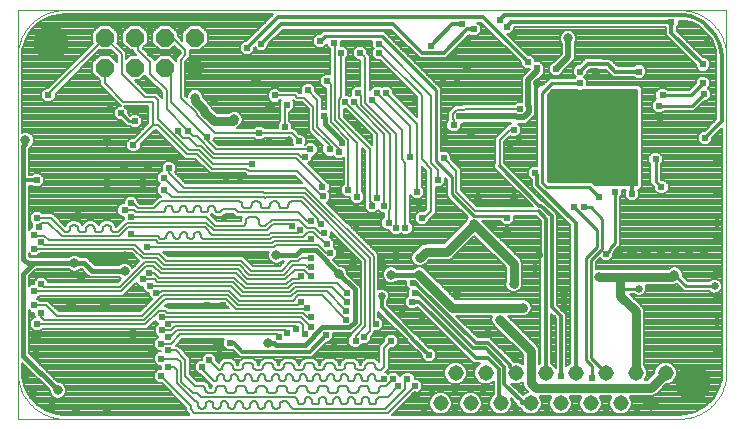
<source format=gbl>
G75*
%MOIN*%
%OFA0B0*%
%FSLAX25Y25*%
%IPPOS*%
%LPD*%
%AMOC8*
5,1,8,0,0,1.08239X$1,22.5*
%
%ADD10C,0.00000*%
%ADD11C,0.03181*%
%ADD12R,0.03181X0.03181*%
%ADD13OC8,0.06000*%
%ADD14C,0.05150*%
%ADD15C,0.02381*%
%ADD16C,0.00787*%
%ADD17C,0.02578*%
%ADD18C,0.02775*%
%ADD19C,0.01200*%
%ADD20C,0.03169*%
%ADD21C,0.01575*%
%ADD22C,0.11811*%
%ADD23C,0.00984*%
%ADD24C,0.03150*%
%ADD25C,0.01181*%
%ADD26C,0.01969*%
%ADD27C,0.00630*%
%ADD28C,0.01000*%
D10*
X0006118Y0012146D02*
X0006118Y0026320D01*
X0006118Y0027894D02*
X0006118Y0133406D01*
X0006118Y0148367D01*
X0020291Y0148367D01*
X0021866Y0148367D02*
X0227378Y0148367D01*
X0228165Y0148367D02*
X0242339Y0148367D01*
X0242339Y0134194D01*
X0242339Y0132619D02*
X0242339Y0027107D01*
X0242338Y0027107D02*
X0242319Y0026726D01*
X0242290Y0026345D01*
X0242252Y0025966D01*
X0242205Y0025587D01*
X0242148Y0025210D01*
X0242082Y0024834D01*
X0242007Y0024460D01*
X0241923Y0024087D01*
X0241829Y0023717D01*
X0241727Y0023350D01*
X0241615Y0022985D01*
X0241495Y0022623D01*
X0241366Y0022264D01*
X0241228Y0021908D01*
X0241082Y0021556D01*
X0240926Y0021207D01*
X0240763Y0020862D01*
X0240591Y0020522D01*
X0240410Y0020185D01*
X0240222Y0019854D01*
X0240025Y0019527D01*
X0239821Y0019204D01*
X0239608Y0018887D01*
X0239388Y0018576D01*
X0239160Y0018270D01*
X0238925Y0017969D01*
X0238683Y0017674D01*
X0238433Y0017386D01*
X0238176Y0017103D01*
X0237913Y0016827D01*
X0237643Y0016558D01*
X0237366Y0016295D01*
X0237083Y0016039D01*
X0236794Y0015790D01*
X0236499Y0015548D01*
X0236198Y0015314D01*
X0235891Y0015087D01*
X0235579Y0014867D01*
X0235261Y0014655D01*
X0234939Y0014452D01*
X0234611Y0014256D01*
X0234279Y0014068D01*
X0233942Y0013888D01*
X0233602Y0013717D01*
X0233256Y0013554D01*
X0232907Y0013400D01*
X0232555Y0013254D01*
X0232199Y0013117D01*
X0231839Y0012988D01*
X0231477Y0012869D01*
X0231112Y0012758D01*
X0230744Y0012657D01*
X0230374Y0012564D01*
X0230001Y0012481D01*
X0229627Y0012407D01*
X0229251Y0012342D01*
X0228874Y0012286D01*
X0228495Y0012239D01*
X0228115Y0012202D01*
X0227734Y0012174D01*
X0227353Y0012155D01*
X0226972Y0012146D01*
X0226590Y0012146D01*
X0226591Y0012146D02*
X0021079Y0012146D01*
X0006118Y0012146D01*
X0021079Y0012147D02*
X0020698Y0012166D01*
X0020317Y0012195D01*
X0019938Y0012233D01*
X0019559Y0012280D01*
X0019182Y0012337D01*
X0018806Y0012403D01*
X0018432Y0012478D01*
X0018059Y0012562D01*
X0017689Y0012656D01*
X0017322Y0012758D01*
X0016957Y0012870D01*
X0016595Y0012990D01*
X0016236Y0013119D01*
X0015880Y0013257D01*
X0015528Y0013403D01*
X0015179Y0013559D01*
X0014834Y0013722D01*
X0014494Y0013894D01*
X0014157Y0014075D01*
X0013826Y0014263D01*
X0013499Y0014460D01*
X0013176Y0014664D01*
X0012859Y0014877D01*
X0012548Y0015097D01*
X0012242Y0015325D01*
X0011941Y0015560D01*
X0011646Y0015802D01*
X0011358Y0016052D01*
X0011075Y0016309D01*
X0010799Y0016572D01*
X0010530Y0016842D01*
X0010267Y0017119D01*
X0010011Y0017402D01*
X0009762Y0017691D01*
X0009520Y0017986D01*
X0009286Y0018287D01*
X0009059Y0018594D01*
X0008839Y0018906D01*
X0008627Y0019224D01*
X0008424Y0019546D01*
X0008228Y0019874D01*
X0008040Y0020206D01*
X0007860Y0020543D01*
X0007689Y0020883D01*
X0007526Y0021229D01*
X0007372Y0021578D01*
X0007226Y0021930D01*
X0007089Y0022286D01*
X0006960Y0022646D01*
X0006841Y0023008D01*
X0006730Y0023373D01*
X0006629Y0023741D01*
X0006536Y0024111D01*
X0006453Y0024484D01*
X0006379Y0024858D01*
X0006314Y0025234D01*
X0006258Y0025611D01*
X0006211Y0025990D01*
X0006174Y0026370D01*
X0006146Y0026751D01*
X0006127Y0027132D01*
X0006118Y0027513D01*
X0006118Y0027895D01*
X0006118Y0133406D02*
X0006137Y0133787D01*
X0006166Y0134168D01*
X0006204Y0134547D01*
X0006251Y0134926D01*
X0006308Y0135303D01*
X0006374Y0135679D01*
X0006449Y0136053D01*
X0006533Y0136426D01*
X0006627Y0136796D01*
X0006729Y0137163D01*
X0006841Y0137528D01*
X0006961Y0137890D01*
X0007090Y0138249D01*
X0007228Y0138605D01*
X0007374Y0138957D01*
X0007530Y0139306D01*
X0007693Y0139651D01*
X0007865Y0139991D01*
X0008046Y0140328D01*
X0008234Y0140659D01*
X0008431Y0140986D01*
X0008635Y0141309D01*
X0008848Y0141626D01*
X0009068Y0141937D01*
X0009296Y0142243D01*
X0009531Y0142544D01*
X0009773Y0142839D01*
X0010023Y0143127D01*
X0010280Y0143410D01*
X0010543Y0143686D01*
X0010813Y0143955D01*
X0011090Y0144218D01*
X0011373Y0144474D01*
X0011662Y0144723D01*
X0011957Y0144965D01*
X0012258Y0145199D01*
X0012565Y0145426D01*
X0012877Y0145646D01*
X0013195Y0145858D01*
X0013517Y0146061D01*
X0013845Y0146257D01*
X0014177Y0146445D01*
X0014514Y0146625D01*
X0014854Y0146796D01*
X0015200Y0146959D01*
X0015549Y0147113D01*
X0015901Y0147259D01*
X0016257Y0147396D01*
X0016617Y0147525D01*
X0016979Y0147644D01*
X0017344Y0147755D01*
X0017712Y0147856D01*
X0018082Y0147949D01*
X0018455Y0148032D01*
X0018829Y0148106D01*
X0019205Y0148171D01*
X0019582Y0148227D01*
X0019961Y0148274D01*
X0020341Y0148311D01*
X0020722Y0148339D01*
X0021103Y0148358D01*
X0021484Y0148367D01*
X0021866Y0148367D01*
X0227378Y0148367D02*
X0227759Y0148348D01*
X0228140Y0148319D01*
X0228519Y0148281D01*
X0228898Y0148234D01*
X0229275Y0148177D01*
X0229651Y0148111D01*
X0230025Y0148036D01*
X0230398Y0147952D01*
X0230768Y0147858D01*
X0231135Y0147756D01*
X0231500Y0147644D01*
X0231862Y0147524D01*
X0232221Y0147395D01*
X0232577Y0147257D01*
X0232929Y0147111D01*
X0233278Y0146955D01*
X0233623Y0146792D01*
X0233963Y0146620D01*
X0234300Y0146439D01*
X0234631Y0146251D01*
X0234958Y0146054D01*
X0235281Y0145850D01*
X0235598Y0145637D01*
X0235909Y0145417D01*
X0236215Y0145189D01*
X0236516Y0144954D01*
X0236811Y0144712D01*
X0237099Y0144462D01*
X0237382Y0144205D01*
X0237658Y0143942D01*
X0237927Y0143672D01*
X0238190Y0143395D01*
X0238446Y0143112D01*
X0238695Y0142823D01*
X0238937Y0142528D01*
X0239171Y0142227D01*
X0239398Y0141920D01*
X0239618Y0141608D01*
X0239830Y0141290D01*
X0240033Y0140968D01*
X0240229Y0140640D01*
X0240417Y0140308D01*
X0240597Y0139971D01*
X0240768Y0139631D01*
X0240931Y0139285D01*
X0241085Y0138936D01*
X0241231Y0138584D01*
X0241368Y0138228D01*
X0241497Y0137868D01*
X0241616Y0137506D01*
X0241727Y0137141D01*
X0241828Y0136773D01*
X0241921Y0136403D01*
X0242004Y0136030D01*
X0242078Y0135656D01*
X0242143Y0135280D01*
X0242199Y0134903D01*
X0242246Y0134524D01*
X0242283Y0134144D01*
X0242311Y0133763D01*
X0242330Y0133382D01*
X0242339Y0133001D01*
X0242339Y0132619D01*
D11*
X0202575Y0111753D03*
X0198638Y0111753D03*
X0194701Y0111753D03*
X0194701Y0107816D03*
X0198638Y0107816D03*
X0202575Y0107816D03*
X0202575Y0103879D03*
X0198638Y0103879D03*
X0194701Y0103879D03*
X0190764Y0103879D03*
X0190764Y0107816D03*
X0190764Y0099942D03*
X0194701Y0099942D03*
X0198638Y0099942D03*
X0202575Y0099942D03*
D12*
X0190764Y0111753D03*
D13*
X0065213Y0129194D03*
X0055213Y0129194D03*
X0045213Y0129194D03*
X0035213Y0129194D03*
X0035213Y0139194D03*
X0045213Y0139194D03*
X0055213Y0139194D03*
X0065213Y0139194D03*
D14*
X0152063Y0027383D03*
X0162063Y0027383D03*
X0172063Y0027383D03*
X0182063Y0027383D03*
X0192063Y0027383D03*
X0202063Y0027383D03*
X0212063Y0027383D03*
X0222063Y0027383D03*
X0217063Y0017383D03*
X0207063Y0017383D03*
X0197063Y0017383D03*
X0187063Y0017383D03*
X0177063Y0017383D03*
X0167063Y0017383D03*
X0157063Y0017383D03*
X0147063Y0017383D03*
D15*
X0144307Y0021595D03*
X0138402Y0023170D03*
X0136039Y0025532D03*
X0133029Y0023030D03*
X0131315Y0025532D03*
X0128048Y0025354D03*
X0143126Y0033406D03*
X0135252Y0038131D03*
X0130528Y0038131D03*
X0128165Y0040493D03*
X0125582Y0043642D03*
X0121593Y0039470D03*
X0118717Y0038131D03*
X0111630Y0037638D03*
X0108981Y0039992D03*
X0103756Y0042855D03*
X0101729Y0040493D03*
X0099016Y0042068D03*
X0096035Y0040858D03*
X0093246Y0039431D03*
X0103756Y0046005D03*
X0102676Y0048986D03*
X0100606Y0051170D03*
X0100606Y0059701D03*
X0103756Y0059701D03*
X0103803Y0062682D03*
X0103756Y0065663D03*
X0110067Y0067276D03*
X0109048Y0070257D03*
X0103756Y0072206D03*
X0100353Y0074981D03*
X0097457Y0076368D03*
X0104021Y0077962D03*
X0107116Y0076986D03*
X0108135Y0074005D03*
X0118717Y0075926D03*
X0125016Y0079863D03*
X0124228Y0083012D03*
X0125783Y0085674D03*
X0128165Y0083012D03*
X0129740Y0077501D03*
X0132242Y0075786D03*
X0135361Y0075817D03*
X0140764Y0079075D03*
X0139976Y0083800D03*
X0139189Y0087737D03*
X0146276Y0091674D03*
X0148062Y0098972D03*
X0137005Y0099548D03*
X0151413Y0110159D03*
X0153362Y0112934D03*
X0138402Y0117658D03*
X0132024Y0123721D03*
X0128953Y0120808D03*
X0125803Y0120808D03*
X0124089Y0118306D03*
X0119504Y0120808D03*
X0118333Y0117827D03*
X0115352Y0117658D03*
X0108209Y0112934D03*
X0101394Y0107422D03*
X0099749Y0104851D03*
X0103698Y0101910D03*
X0101729Y0099548D03*
X0110055Y0101910D03*
X0113205Y0101123D03*
X0114170Y0104228D03*
X0119504Y0108997D03*
X0102969Y0121595D03*
X0109268Y0124745D03*
X0095882Y0116871D03*
X0091836Y0119911D03*
X0095094Y0109568D03*
X0090016Y0104666D03*
X0086641Y0107342D03*
X0084071Y0096951D03*
X0080134Y0091674D03*
X0075409Y0091674D03*
X0074838Y0078748D03*
X0074838Y0066937D03*
X0068323Y0067212D03*
X0049195Y0069396D03*
X0043913Y0073798D03*
X0043913Y0079554D03*
X0041718Y0081801D03*
X0043913Y0083985D03*
X0048638Y0084513D03*
X0054937Y0088524D03*
X0054937Y0092461D03*
X0056512Y0095611D03*
X0044701Y0103485D03*
X0045119Y0111281D03*
X0040516Y0113969D03*
X0036827Y0116871D03*
X0049425Y0123957D03*
X0050213Y0134194D03*
X0058874Y0134194D03*
X0060449Y0142855D03*
X0050213Y0142855D03*
X0039976Y0142855D03*
X0016354Y0120020D03*
X0059661Y0108209D03*
X0062811Y0108209D03*
X0069134Y0106162D03*
X0107693Y0089312D03*
X0107874Y0086331D03*
X0110843Y0083800D03*
X0113205Y0087737D03*
X0116354Y0088524D03*
X0119249Y0086162D03*
X0118717Y0083012D03*
X0141551Y0071201D03*
X0137984Y0057398D03*
X0138686Y0054163D03*
X0137614Y0051182D03*
X0134071Y0048564D03*
X0140764Y0045217D03*
X0162811Y0042068D03*
X0172260Y0032619D03*
X0184661Y0031831D03*
X0187220Y0026320D03*
X0197457Y0025748D03*
X0202181Y0014509D03*
X0191945Y0014509D03*
X0182496Y0014509D03*
X0172260Y0014509D03*
X0173835Y0021595D03*
X0161236Y0021595D03*
X0162024Y0014509D03*
X0151787Y0014509D03*
X0151787Y0021595D03*
X0141551Y0014509D03*
X0115567Y0045217D03*
X0115675Y0048198D03*
X0115783Y0051179D03*
X0115870Y0054181D03*
X0076984Y0037343D03*
X0073047Y0032978D03*
X0069898Y0031831D03*
X0067535Y0029469D03*
X0056118Y0029272D03*
X0054007Y0032225D03*
X0056118Y0034981D03*
X0054010Y0037204D03*
X0056080Y0039350D03*
X0054150Y0041636D03*
X0056181Y0043820D03*
X0054150Y0046005D03*
X0052248Y0054205D03*
X0050140Y0056313D03*
X0047850Y0058603D03*
X0049882Y0060787D03*
X0069110Y0049942D03*
X0074622Y0049942D03*
X0053953Y0026320D03*
X0013992Y0047401D03*
X0011630Y0049942D03*
X0011630Y0054666D03*
X0013992Y0057028D03*
X0011630Y0068839D03*
X0013992Y0071023D03*
X0011630Y0073564D03*
X0013344Y0076065D03*
X0012417Y0079075D03*
X0012417Y0091674D03*
X0082496Y0135768D03*
X0087329Y0137234D03*
X0106906Y0138131D03*
X0111630Y0137343D03*
X0113992Y0134194D03*
X0120291Y0134194D03*
X0126591Y0134194D03*
X0126680Y0137175D03*
X0143913Y0136556D03*
X0154150Y0143623D03*
X0158087Y0142086D03*
X0166748Y0145217D03*
X0169110Y0142855D03*
X0176197Y0131044D03*
X0179230Y0128916D03*
X0185488Y0128761D03*
X0193520Y0127894D03*
X0193520Y0123957D03*
X0213205Y0127894D03*
X0221079Y0120020D03*
X0219937Y0116438D03*
X0220331Y0111320D03*
X0235252Y0105847D03*
X0218717Y0098760D03*
X0220704Y0089312D03*
X0210824Y0086949D03*
X0205115Y0087737D03*
X0199819Y0086162D03*
X0194939Y0082619D03*
X0191596Y0082574D03*
X0178559Y0094036D03*
X0170113Y0101910D03*
X0173047Y0105847D03*
X0171462Y0108478D03*
X0173606Y0115406D03*
X0147850Y0124745D03*
X0169110Y0079075D03*
X0202311Y0067135D03*
X0184465Y0045611D03*
X0217142Y0029469D03*
X0212417Y0014509D03*
X0234746Y0120302D03*
X0234465Y0123957D03*
X0234465Y0130257D03*
X0224024Y0144395D03*
X0012417Y0043642D03*
D16*
X0048698Y0043642D01*
X0053245Y0048189D01*
X0055054Y0048189D01*
X0055851Y0047392D01*
X0101181Y0047392D01*
X0102568Y0046005D01*
X0103756Y0046005D01*
X0103756Y0042855D02*
X0100606Y0046005D01*
X0054150Y0046005D01*
X0052431Y0044369D02*
X0051652Y0044369D01*
X0052042Y0044759D02*
X0052980Y0043820D01*
X0051778Y0042618D01*
X0051778Y0040654D01*
X0052942Y0039490D01*
X0051638Y0038186D01*
X0051638Y0036221D01*
X0053028Y0034832D01*
X0053746Y0034832D01*
X0053746Y0034597D01*
X0053025Y0034597D01*
X0051636Y0033207D01*
X0051636Y0031243D01*
X0053025Y0029853D01*
X0053746Y0029853D01*
X0053746Y0028691D01*
X0052970Y0028691D01*
X0051581Y0027302D01*
X0051581Y0025337D01*
X0052970Y0023948D01*
X0054097Y0023948D01*
X0062222Y0015823D01*
X0062222Y0014646D01*
X0063144Y0013723D01*
X0063328Y0013540D01*
X0021123Y0013540D01*
X0019320Y0013727D01*
X0015840Y0014788D01*
X0012745Y0016701D01*
X0010240Y0019339D01*
X0008488Y0022527D01*
X0007606Y0026057D01*
X0007512Y0027875D01*
X0007512Y0027886D01*
X0007519Y0028454D01*
X0007512Y0028461D01*
X0007512Y0030803D01*
X0016739Y0021577D01*
X0016739Y0021045D01*
X0017160Y0020029D01*
X0017937Y0019251D01*
X0018954Y0018830D01*
X0020054Y0018830D01*
X0021070Y0019251D01*
X0021848Y0020029D01*
X0022269Y0021045D01*
X0022269Y0022145D01*
X0021848Y0023162D01*
X0021070Y0023939D01*
X0020054Y0024360D01*
X0019522Y0024360D01*
X0009874Y0034009D01*
X0009874Y0048343D01*
X0010648Y0047570D01*
X0011620Y0047570D01*
X0011620Y0046419D01*
X0012026Y0046014D01*
X0011435Y0046014D01*
X0010046Y0044625D01*
X0010046Y0042660D01*
X0011435Y0041271D01*
X0013400Y0041271D01*
X0014197Y0042068D01*
X0049351Y0042068D01*
X0052042Y0044759D01*
X0052742Y0043583D02*
X0050866Y0043583D01*
X0050080Y0042797D02*
X0051956Y0042797D01*
X0051778Y0042011D02*
X0014140Y0042011D01*
X0010695Y0042011D02*
X0009874Y0042011D01*
X0009874Y0042797D02*
X0010046Y0042797D01*
X0010046Y0043583D02*
X0009874Y0043583D01*
X0009874Y0044369D02*
X0010046Y0044369D01*
X0009874Y0045155D02*
X0010576Y0045155D01*
X0009874Y0045941D02*
X0011361Y0045941D01*
X0011620Y0046726D02*
X0009874Y0046726D01*
X0009874Y0047512D02*
X0011620Y0047512D01*
X0009919Y0048298D02*
X0009874Y0048298D01*
X0011630Y0049942D02*
X0015567Y0049942D01*
X0019091Y0046417D01*
X0047549Y0046417D01*
X0054645Y0053513D01*
X0076102Y0053513D01*
X0079448Y0050167D01*
X0099603Y0050167D01*
X0100606Y0051170D01*
X0099702Y0053354D02*
X0097902Y0051554D01*
X0080023Y0051554D01*
X0076676Y0054901D01*
X0054070Y0054901D01*
X0053375Y0054205D01*
X0052248Y0054205D01*
X0051267Y0056313D02*
X0050140Y0056313D01*
X0051267Y0056313D02*
X0051343Y0056390D01*
X0077149Y0056390D01*
X0080597Y0052942D01*
X0097327Y0052942D01*
X0099127Y0054742D01*
X0109132Y0054742D01*
X0115675Y0048198D01*
X0120416Y0048298D02*
X0120435Y0048298D01*
X0120416Y0047512D02*
X0120435Y0047512D01*
X0120416Y0046726D02*
X0120435Y0046726D01*
X0120416Y0045941D02*
X0120435Y0045941D01*
X0120416Y0045155D02*
X0120435Y0045155D01*
X0120416Y0044369D02*
X0120435Y0044369D01*
X0120416Y0043637D02*
X0120416Y0056065D01*
X0119263Y0057218D01*
X0116012Y0060468D01*
X0116012Y0061000D01*
X0115591Y0062016D01*
X0114813Y0062794D01*
X0113797Y0063215D01*
X0113266Y0063215D01*
X0111313Y0065168D01*
X0112438Y0066294D01*
X0112438Y0068258D01*
X0111419Y0069277D01*
X0111419Y0071239D01*
X0110071Y0072588D01*
X0110506Y0073023D01*
X0110506Y0074458D01*
X0120435Y0064529D01*
X0120435Y0043629D01*
X0117142Y0040336D01*
X0117142Y0039910D01*
X0116345Y0039113D01*
X0116345Y0037148D01*
X0117734Y0035759D01*
X0119699Y0035759D01*
X0121039Y0037099D01*
X0122575Y0037099D01*
X0123964Y0038488D01*
X0123964Y0039615D01*
X0124050Y0039700D01*
X0124972Y0040623D01*
X0124972Y0041271D01*
X0126564Y0041271D01*
X0127953Y0042660D01*
X0127953Y0044625D01*
X0126564Y0046014D01*
X0126359Y0046014D01*
X0126359Y0047885D01*
X0135861Y0038383D01*
X0135861Y0038165D01*
X0140754Y0033272D01*
X0140754Y0032424D01*
X0142144Y0031034D01*
X0144108Y0031034D01*
X0145498Y0032424D01*
X0145498Y0034389D01*
X0144108Y0035778D01*
X0143260Y0035778D01*
X0139405Y0039633D01*
X0139405Y0039851D01*
X0138367Y0040888D01*
X0138367Y0040888D01*
X0129150Y0050106D01*
X0129150Y0051370D01*
X0129472Y0051692D01*
X0129848Y0052600D01*
X0129848Y0053583D01*
X0129472Y0054490D01*
X0128777Y0055185D01*
X0127869Y0055561D01*
X0126887Y0055561D01*
X0126359Y0055343D01*
X0126359Y0066983D01*
X0125437Y0067905D01*
X0109120Y0084223D01*
X0110246Y0085348D01*
X0110246Y0087313D01*
X0109647Y0087912D01*
X0110065Y0088329D01*
X0110065Y0090294D01*
X0109268Y0091091D01*
X0109268Y0091126D01*
X0102965Y0097429D01*
X0104101Y0098565D01*
X0104101Y0099538D01*
X0104680Y0099538D01*
X0106069Y0100928D01*
X0106069Y0102892D01*
X0104680Y0104282D01*
X0102715Y0104282D01*
X0101918Y0103485D01*
X0101737Y0103485D01*
X0102120Y0103868D01*
X0102120Y0105833D01*
X0100731Y0107222D01*
X0099962Y0107222D01*
X0099190Y0107995D01*
X0098267Y0108917D01*
X0097466Y0108917D01*
X0097466Y0110551D01*
X0096669Y0111348D01*
X0096669Y0114499D01*
X0096864Y0114499D01*
X0098254Y0115888D01*
X0098254Y0117853D01*
X0097770Y0118337D01*
X0097918Y0118337D01*
X0098597Y0117658D01*
X0100741Y0117658D01*
X0103062Y0115337D01*
X0103062Y0108058D01*
X0103985Y0107136D01*
X0107956Y0103165D01*
X0107683Y0102892D01*
X0107683Y0100928D01*
X0109073Y0099538D01*
X0111037Y0099538D01*
X0111236Y0099737D01*
X0112222Y0098751D01*
X0114187Y0098751D01*
X0114780Y0099343D01*
X0114780Y0090303D01*
X0113983Y0089507D01*
X0113983Y0087542D01*
X0115372Y0086153D01*
X0116877Y0086153D01*
X0116877Y0085180D01*
X0118266Y0083790D01*
X0120231Y0083790D01*
X0121620Y0085180D01*
X0121620Y0087144D01*
X0120824Y0087941D01*
X0120824Y0102361D01*
X0121866Y0101318D01*
X0121866Y0100470D01*
X0122024Y0100313D01*
X0122024Y0084162D01*
X0121857Y0083995D01*
X0121857Y0082030D01*
X0123246Y0080641D01*
X0125211Y0080641D01*
X0126197Y0081627D01*
X0127183Y0080641D01*
X0128165Y0080641D01*
X0128165Y0079280D01*
X0127368Y0078483D01*
X0127368Y0076518D01*
X0128758Y0075129D01*
X0129870Y0075129D01*
X0129870Y0074804D01*
X0131259Y0073415D01*
X0133224Y0073415D01*
X0133817Y0074007D01*
X0134379Y0073445D01*
X0136344Y0073445D01*
X0137733Y0074834D01*
X0137733Y0076799D01*
X0136936Y0077596D01*
X0136936Y0086636D01*
X0138207Y0085365D01*
X0140171Y0085365D01*
X0141561Y0086754D01*
X0141561Y0088719D01*
X0140764Y0089516D01*
X0140764Y0096533D01*
X0141040Y0096257D01*
X0141040Y0096131D01*
X0141963Y0095208D01*
X0142339Y0094832D01*
X0142339Y0082090D01*
X0141696Y0081447D01*
X0139781Y0081447D01*
X0138392Y0080058D01*
X0138392Y0078093D01*
X0139781Y0076704D01*
X0141746Y0076704D01*
X0143135Y0078093D01*
X0143135Y0078433D01*
X0144566Y0079863D01*
X0145488Y0080785D01*
X0145488Y0089302D01*
X0147258Y0089302D01*
X0148647Y0090691D01*
X0148647Y0092448D01*
X0149060Y0092035D01*
X0149060Y0086523D01*
X0150040Y0085543D01*
X0156286Y0079297D01*
X0155742Y0078753D01*
X0155398Y0077922D01*
X0148068Y0070592D01*
X0141575Y0070592D01*
X0140562Y0070172D01*
X0138511Y0068122D01*
X0138489Y0068113D01*
X0137711Y0067335D01*
X0137290Y0066318D01*
X0137290Y0065218D01*
X0137711Y0064202D01*
X0138489Y0063424D01*
X0139505Y0063003D01*
X0140605Y0063003D01*
X0141622Y0063424D01*
X0142399Y0064202D01*
X0142409Y0064225D01*
X0143264Y0065080D01*
X0149758Y0065080D01*
X0150771Y0065500D01*
X0151546Y0066275D01*
X0158323Y0073052D01*
X0168717Y0062659D01*
X0168717Y0057601D01*
X0168707Y0057578D01*
X0168707Y0056478D01*
X0169128Y0055462D01*
X0169906Y0054684D01*
X0170922Y0054263D01*
X0172023Y0054263D01*
X0173039Y0054684D01*
X0173817Y0055462D01*
X0174238Y0056478D01*
X0174238Y0057578D01*
X0174228Y0057601D01*
X0174228Y0064349D01*
X0173809Y0065362D01*
X0160981Y0078190D01*
X0166739Y0078190D01*
X0166739Y0078093D01*
X0168128Y0076704D01*
X0170093Y0076704D01*
X0171482Y0078093D01*
X0171482Y0079774D01*
X0178905Y0079774D01*
X0180546Y0078132D01*
X0180546Y0066537D01*
X0180291Y0066282D01*
X0180291Y0030714D01*
X0179937Y0030567D01*
X0179937Y0035332D01*
X0179517Y0036345D01*
X0178742Y0037120D01*
X0169464Y0046398D01*
X0174049Y0046398D01*
X0174072Y0046389D01*
X0175172Y0046389D01*
X0176188Y0046810D01*
X0176966Y0047588D01*
X0177387Y0048604D01*
X0177387Y0049704D01*
X0176966Y0050721D01*
X0176188Y0051499D01*
X0175172Y0051920D01*
X0174072Y0051920D01*
X0174049Y0051910D01*
X0152142Y0051910D01*
X0142330Y0061721D01*
X0142321Y0061744D01*
X0141543Y0062522D01*
X0140526Y0062943D01*
X0139426Y0062943D01*
X0138410Y0062522D01*
X0138034Y0062146D01*
X0132470Y0062146D01*
X0132094Y0062522D01*
X0131078Y0062943D01*
X0129977Y0062943D01*
X0128961Y0062522D01*
X0128183Y0061744D01*
X0127762Y0060728D01*
X0127762Y0059628D01*
X0128183Y0058611D01*
X0128961Y0057833D01*
X0129977Y0057412D01*
X0131078Y0057412D01*
X0132094Y0057833D01*
X0132470Y0058209D01*
X0135612Y0058209D01*
X0135612Y0056415D01*
X0136598Y0055429D01*
X0136315Y0055146D01*
X0136315Y0053237D01*
X0135243Y0052165D01*
X0135243Y0050200D01*
X0136632Y0048811D01*
X0138597Y0048811D01*
X0139197Y0049411D01*
X0139263Y0049411D01*
X0156995Y0031679D01*
X0158033Y0030641D01*
X0160115Y0030641D01*
X0159935Y0030567D01*
X0158879Y0029510D01*
X0158307Y0028130D01*
X0158307Y0026635D01*
X0158879Y0025255D01*
X0159935Y0024198D01*
X0161316Y0023627D01*
X0162810Y0023627D01*
X0164191Y0024198D01*
X0164745Y0024753D01*
X0164745Y0020376D01*
X0163879Y0019510D01*
X0163307Y0018130D01*
X0163307Y0016635D01*
X0163879Y0015255D01*
X0164935Y0014198D01*
X0166316Y0013627D01*
X0167810Y0013627D01*
X0169191Y0014198D01*
X0170247Y0015255D01*
X0170819Y0016635D01*
X0170819Y0018130D01*
X0170389Y0019168D01*
X0172339Y0017218D01*
X0172339Y0016649D01*
X0173376Y0015611D01*
X0173731Y0015611D01*
X0173879Y0015255D01*
X0174935Y0014198D01*
X0176316Y0013627D01*
X0177810Y0013627D01*
X0179191Y0014198D01*
X0180247Y0015255D01*
X0180819Y0016635D01*
X0180819Y0018130D01*
X0180247Y0019510D01*
X0180131Y0019627D01*
X0183995Y0019627D01*
X0183879Y0019510D01*
X0183307Y0018130D01*
X0183307Y0016635D01*
X0183879Y0015255D01*
X0184935Y0014198D01*
X0186316Y0013627D01*
X0187810Y0013627D01*
X0189191Y0014198D01*
X0190247Y0015255D01*
X0190819Y0016635D01*
X0190819Y0018130D01*
X0190247Y0019510D01*
X0190131Y0019627D01*
X0193995Y0019627D01*
X0193879Y0019510D01*
X0193307Y0018130D01*
X0193307Y0016635D01*
X0193879Y0015255D01*
X0194935Y0014198D01*
X0196316Y0013627D01*
X0197810Y0013627D01*
X0199191Y0014198D01*
X0200247Y0015255D01*
X0200819Y0016635D01*
X0200819Y0018130D01*
X0200247Y0019510D01*
X0200131Y0019627D01*
X0203995Y0019627D01*
X0203879Y0019510D01*
X0203307Y0018130D01*
X0203307Y0016635D01*
X0203879Y0015255D01*
X0204935Y0014198D01*
X0206316Y0013627D01*
X0207810Y0013627D01*
X0209191Y0014198D01*
X0210247Y0015255D01*
X0210819Y0016635D01*
X0210819Y0018130D01*
X0210247Y0019510D01*
X0210131Y0019627D01*
X0217690Y0019627D01*
X0218703Y0020046D01*
X0219478Y0020821D01*
X0219478Y0020821D01*
X0222283Y0023627D01*
X0222810Y0023627D01*
X0224191Y0024198D01*
X0225247Y0025255D01*
X0225819Y0026635D01*
X0225819Y0028130D01*
X0225247Y0029510D01*
X0224191Y0030567D01*
X0222810Y0031138D01*
X0221316Y0031138D01*
X0219935Y0030567D01*
X0218879Y0029510D01*
X0218307Y0028130D01*
X0218307Y0027445D01*
X0216000Y0025138D01*
X0215131Y0025138D01*
X0215247Y0025255D01*
X0215819Y0026635D01*
X0215819Y0028130D01*
X0215247Y0029510D01*
X0214819Y0029938D01*
X0214819Y0048482D01*
X0214399Y0049495D01*
X0213624Y0050270D01*
X0210114Y0053780D01*
X0211385Y0053780D01*
X0211806Y0053359D01*
X0212713Y0052983D01*
X0213696Y0052983D01*
X0214604Y0053359D01*
X0215299Y0054054D01*
X0215675Y0054962D01*
X0215675Y0055945D01*
X0215389Y0056634D01*
X0224777Y0056634D01*
X0225778Y0057049D01*
X0228133Y0054694D01*
X0236582Y0054694D01*
X0237002Y0054274D01*
X0237910Y0053897D01*
X0238893Y0053897D01*
X0239801Y0054274D01*
X0240496Y0054968D01*
X0240872Y0055876D01*
X0240872Y0056859D01*
X0240496Y0057767D01*
X0239801Y0058462D01*
X0238893Y0058838D01*
X0237910Y0058838D01*
X0237002Y0058462D01*
X0236582Y0058041D01*
X0229519Y0058041D01*
X0227781Y0059779D01*
X0227781Y0060728D01*
X0227360Y0061744D01*
X0226582Y0062522D01*
X0225566Y0062943D01*
X0224466Y0062943D01*
X0223449Y0062522D01*
X0223073Y0062146D01*
X0200392Y0062146D01*
X0200369Y0062156D01*
X0199269Y0062156D01*
X0198816Y0061968D01*
X0198816Y0064502D01*
X0200203Y0065889D01*
X0201328Y0064763D01*
X0203293Y0064763D01*
X0204682Y0066152D01*
X0204682Y0067140D01*
X0205115Y0067573D01*
X0205115Y0068214D01*
X0205808Y0068907D01*
X0206788Y0069887D01*
X0206788Y0086056D01*
X0207487Y0086754D01*
X0207487Y0088406D01*
X0208926Y0088406D01*
X0208452Y0087932D01*
X0208452Y0085967D01*
X0209841Y0084578D01*
X0211806Y0084578D01*
X0213195Y0085967D01*
X0213195Y0087932D01*
X0212721Y0088406D01*
X0213119Y0088406D01*
X0214110Y0089398D01*
X0214110Y0122296D01*
X0213119Y0123288D01*
X0195891Y0123288D01*
X0195891Y0124940D01*
X0194905Y0125926D01*
X0195891Y0126912D01*
X0195891Y0127760D01*
X0196831Y0128701D01*
X0199365Y0128701D01*
X0199581Y0128485D01*
X0202235Y0128485D01*
X0204597Y0126123D01*
X0211622Y0126123D01*
X0212222Y0125523D01*
X0214187Y0125523D01*
X0215576Y0126912D01*
X0215576Y0128877D01*
X0214187Y0130266D01*
X0212222Y0130266D01*
X0211622Y0129666D01*
X0206065Y0129666D01*
X0204740Y0130990D01*
X0203702Y0132028D01*
X0201049Y0132028D01*
X0200833Y0132244D01*
X0195364Y0132244D01*
X0193386Y0130266D01*
X0192537Y0130266D01*
X0191148Y0128877D01*
X0191148Y0126912D01*
X0192134Y0125926D01*
X0191839Y0125631D01*
X0183378Y0125631D01*
X0181035Y0123288D01*
X0180220Y0123288D01*
X0179228Y0122296D01*
X0179228Y0096408D01*
X0177577Y0096408D01*
X0176187Y0095018D01*
X0176187Y0093054D01*
X0177459Y0091782D01*
X0177459Y0089452D01*
X0190291Y0076620D01*
X0190291Y0030714D01*
X0189935Y0030567D01*
X0188992Y0029623D01*
X0188992Y0047005D01*
X0187954Y0048043D01*
X0185871Y0050126D01*
X0185871Y0080338D01*
X0181307Y0084901D01*
X0180750Y0084901D01*
X0168323Y0097329D01*
X0168323Y0104407D01*
X0170251Y0106335D01*
X0170480Y0106106D01*
X0172444Y0106106D01*
X0173834Y0107495D01*
X0173834Y0109460D01*
X0172828Y0110466D01*
X0175653Y0110466D01*
X0176921Y0111734D01*
X0178546Y0113360D01*
X0178546Y0117452D01*
X0178540Y0117459D01*
X0179228Y0117459D01*
X0178540Y0117459D02*
X0178540Y0124291D01*
X0181395Y0127147D01*
X0181395Y0127728D01*
X0181602Y0127934D01*
X0181602Y0129899D01*
X0180212Y0131288D01*
X0178568Y0131288D01*
X0178568Y0132026D01*
X0177179Y0133416D01*
X0176331Y0133416D01*
X0169263Y0140483D01*
X0170093Y0140483D01*
X0171482Y0141873D01*
X0171482Y0142623D01*
X0222252Y0142623D01*
X0222252Y0139964D01*
X0232093Y0130123D01*
X0232093Y0129274D01*
X0233482Y0127885D01*
X0235447Y0127885D01*
X0236836Y0129274D01*
X0236836Y0131239D01*
X0235447Y0132628D01*
X0234598Y0132628D01*
X0225795Y0141431D01*
X0225795Y0142813D01*
X0226395Y0143413D01*
X0226395Y0144816D01*
X0228718Y0144816D01*
X0229281Y0144746D01*
X0229525Y0144502D01*
X0230105Y0144502D01*
X0230150Y0144488D01*
X0230356Y0144282D01*
X0230825Y0144282D01*
X0231321Y0144131D01*
X0231563Y0144008D01*
X0231882Y0143690D01*
X0232193Y0143690D01*
X0232386Y0143593D01*
X0232472Y0143549D01*
X0232818Y0143374D01*
X0233136Y0143056D01*
X0233284Y0143056D01*
X0233698Y0142748D01*
X0237246Y0139014D01*
X0237464Y0138686D01*
X0238310Y0136774D01*
X0238817Y0134746D01*
X0238976Y0132585D01*
X0238969Y0132019D01*
X0238959Y0131269D01*
X0238959Y0131268D01*
X0238976Y0131251D01*
X0238976Y0112077D01*
X0235118Y0108219D01*
X0234270Y0108219D01*
X0232880Y0106829D01*
X0232880Y0104865D01*
X0234270Y0103475D01*
X0236234Y0103475D01*
X0237624Y0104865D01*
X0237624Y0105713D01*
X0240945Y0109035D01*
X0240945Y0027151D01*
X0240758Y0025348D01*
X0239697Y0021868D01*
X0239696Y0021868D01*
X0237784Y0018774D01*
X0235146Y0016268D01*
X0231958Y0014516D01*
X0228428Y0013634D01*
X0226610Y0013540D01*
X0226599Y0013540D01*
X0226031Y0013547D01*
X0226023Y0013540D01*
X0130999Y0013540D01*
X0138257Y0020798D01*
X0139384Y0020798D01*
X0140773Y0022188D01*
X0140773Y0024152D01*
X0139384Y0025542D01*
X0138411Y0025542D01*
X0138411Y0026514D01*
X0137022Y0027904D01*
X0135057Y0027904D01*
X0133677Y0026524D01*
X0132297Y0027904D01*
X0130333Y0027904D01*
X0129592Y0027164D01*
X0129030Y0027726D01*
X0128649Y0027726D01*
X0128818Y0027894D01*
X0129740Y0028817D01*
X0129740Y0035116D01*
X0130383Y0035759D01*
X0131510Y0035759D01*
X0132899Y0037148D01*
X0132899Y0039113D01*
X0131510Y0040502D01*
X0129545Y0040502D01*
X0128156Y0039113D01*
X0128156Y0037986D01*
X0126591Y0036421D01*
X0126591Y0030976D01*
X0126207Y0031640D01*
X0124946Y0032368D01*
X0122377Y0032368D01*
X0121115Y0031640D01*
X0121115Y0031640D01*
X0121115Y0031640D01*
X0120387Y0030378D01*
X0120387Y0030079D01*
X0120137Y0030079D01*
X0120137Y0030378D01*
X0119408Y0031640D01*
X0118147Y0032368D01*
X0115578Y0032368D01*
X0114316Y0031640D01*
X0114316Y0031640D01*
X0114316Y0031640D01*
X0113588Y0030378D01*
X0113588Y0030079D01*
X0113338Y0030079D01*
X0113338Y0030378D01*
X0112609Y0031640D01*
X0111348Y0032368D01*
X0108779Y0032368D01*
X0107517Y0031640D01*
X0106789Y0030378D01*
X0106789Y0030079D01*
X0106539Y0030079D01*
X0106539Y0030378D01*
X0105810Y0031640D01*
X0104549Y0032368D01*
X0101980Y0032368D01*
X0100718Y0031640D01*
X0100718Y0031640D01*
X0100718Y0031640D01*
X0099990Y0030378D01*
X0099990Y0030079D01*
X0099740Y0030079D01*
X0099740Y0030378D01*
X0099011Y0031640D01*
X0097750Y0032368D01*
X0095181Y0032368D01*
X0093919Y0031640D01*
X0093919Y0031640D01*
X0093919Y0031640D01*
X0093191Y0030378D01*
X0093191Y0030079D01*
X0092941Y0030079D01*
X0092941Y0030378D01*
X0092212Y0031640D01*
X0090951Y0032368D01*
X0088382Y0032368D01*
X0087120Y0031640D01*
X0087120Y0031640D01*
X0087120Y0031640D01*
X0086392Y0030378D01*
X0086392Y0030079D01*
X0086142Y0030079D01*
X0086142Y0030378D01*
X0085413Y0031640D01*
X0084152Y0032368D01*
X0081583Y0032368D01*
X0080321Y0031640D01*
X0080321Y0031640D01*
X0080321Y0031640D01*
X0079593Y0030378D01*
X0079593Y0030079D01*
X0079343Y0030079D01*
X0079343Y0030378D01*
X0078614Y0031640D01*
X0077353Y0032368D01*
X0074784Y0032368D01*
X0073522Y0031640D01*
X0073522Y0031640D01*
X0073522Y0031640D01*
X0073081Y0030875D01*
X0072269Y0031687D01*
X0072269Y0032814D01*
X0070880Y0034203D01*
X0068915Y0034203D01*
X0067526Y0032814D01*
X0067526Y0031841D01*
X0066553Y0031841D01*
X0065164Y0030452D01*
X0065164Y0028487D01*
X0066553Y0027097D01*
X0066893Y0027097D01*
X0069898Y0024092D01*
X0070773Y0023217D01*
X0070507Y0022755D01*
X0070507Y0022397D01*
X0070254Y0022397D01*
X0070254Y0022755D01*
X0069526Y0024016D01*
X0069525Y0024016D01*
X0068264Y0024745D01*
X0065826Y0024745D01*
X0063598Y0026972D01*
X0063598Y0032484D01*
X0060449Y0035633D01*
X0059526Y0036556D01*
X0058739Y0036556D01*
X0060876Y0038693D01*
X0074980Y0038693D01*
X0074613Y0038326D01*
X0074613Y0036361D01*
X0076002Y0034971D01*
X0077967Y0034971D01*
X0077998Y0035002D01*
X0079166Y0033834D01*
X0080203Y0032797D01*
X0104291Y0032797D01*
X0105329Y0033834D01*
X0109115Y0037620D01*
X0109963Y0037620D01*
X0111353Y0039010D01*
X0111353Y0040671D01*
X0117450Y0040671D01*
X0118603Y0041824D01*
X0120416Y0043637D01*
X0120389Y0043583D02*
X0120362Y0043583D01*
X0119603Y0042797D02*
X0119576Y0042797D01*
X0118817Y0042011D02*
X0118790Y0042011D01*
X0118031Y0041225D02*
X0118005Y0041225D01*
X0117245Y0040439D02*
X0111353Y0040439D01*
X0111353Y0039653D02*
X0116885Y0039653D01*
X0116345Y0038867D02*
X0111210Y0038867D01*
X0110424Y0038081D02*
X0116345Y0038081D01*
X0116345Y0037296D02*
X0108790Y0037296D01*
X0108004Y0036510D02*
X0116983Y0036510D01*
X0118717Y0038131D02*
X0118717Y0039683D01*
X0122010Y0042977D01*
X0122010Y0065181D01*
X0101187Y0086004D01*
X0088792Y0086004D01*
X0088647Y0085858D01*
X0088501Y0086004D01*
X0057457Y0086004D01*
X0054937Y0088524D01*
X0053299Y0086808D02*
X0009874Y0086808D01*
X0009874Y0086022D02*
X0042596Y0086022D01*
X0042931Y0086357D02*
X0041542Y0084968D01*
X0041542Y0084173D01*
X0040735Y0084173D01*
X0039346Y0082783D01*
X0039346Y0080819D01*
X0040735Y0079429D01*
X0041542Y0079429D01*
X0041542Y0078705D01*
X0040859Y0078022D01*
X0038833Y0075996D01*
X0038833Y0076298D01*
X0038104Y0077560D01*
X0036843Y0078288D01*
X0034918Y0078288D01*
X0033656Y0077560D01*
X0033656Y0077560D01*
X0033656Y0077560D01*
X0033125Y0076639D01*
X0032593Y0077560D01*
X0031332Y0078288D01*
X0029407Y0078288D01*
X0028145Y0077560D01*
X0028145Y0077560D01*
X0028145Y0077560D01*
X0027614Y0076639D01*
X0027083Y0077560D01*
X0027083Y0077560D01*
X0027083Y0077560D01*
X0025821Y0078288D01*
X0023896Y0078288D01*
X0022635Y0077560D01*
X0022635Y0077560D01*
X0022635Y0077560D01*
X0021994Y0076450D01*
X0017794Y0080650D01*
X0014197Y0080650D01*
X0013400Y0081447D01*
X0011435Y0081447D01*
X0010046Y0080058D01*
X0010046Y0078093D01*
X0011032Y0077107D01*
X0010973Y0077048D01*
X0010973Y0075935D01*
X0010648Y0075935D01*
X0009874Y0075162D01*
X0009874Y0089863D01*
X0010874Y0089863D01*
X0011435Y0089302D01*
X0013400Y0089302D01*
X0014789Y0090691D01*
X0014789Y0092656D01*
X0013400Y0094045D01*
X0011435Y0094045D01*
X0010796Y0093407D01*
X0009874Y0093407D01*
X0009874Y0102095D01*
X0010671Y0102892D01*
X0010671Y0103117D01*
X0011047Y0103493D01*
X0011468Y0104510D01*
X0011468Y0105610D01*
X0011047Y0106626D01*
X0010269Y0107404D01*
X0009252Y0107825D01*
X0008152Y0107825D01*
X0007512Y0107560D01*
X0007512Y0133362D01*
X0007698Y0135165D01*
X0008760Y0138645D01*
X0010673Y0141739D01*
X0013310Y0144245D01*
X0016499Y0145997D01*
X0020028Y0146879D01*
X0021847Y0146973D01*
X0021857Y0146973D01*
X0022426Y0146966D01*
X0022433Y0146973D01*
X0091195Y0146973D01*
X0082362Y0138140D01*
X0081514Y0138140D01*
X0080124Y0136751D01*
X0080124Y0134786D01*
X0081514Y0133397D01*
X0083478Y0133397D01*
X0084868Y0134786D01*
X0084868Y0135634D01*
X0085221Y0135988D01*
X0086347Y0134863D01*
X0088312Y0134863D01*
X0089701Y0136252D01*
X0089701Y0137100D01*
X0094471Y0141871D01*
X0130581Y0141871D01*
X0140049Y0132403D01*
X0148802Y0132403D01*
X0149840Y0133441D01*
X0156609Y0140210D01*
X0157104Y0139715D01*
X0159069Y0139715D01*
X0160458Y0141104D01*
X0160458Y0143069D01*
X0159294Y0144233D01*
X0160502Y0144233D01*
X0173825Y0130910D01*
X0173825Y0130062D01*
X0175214Y0128672D01*
X0176797Y0128672D01*
X0175478Y0127354D01*
X0174209Y0126085D01*
X0174209Y0117778D01*
X0172624Y0117778D01*
X0171827Y0116981D01*
X0154454Y0116981D01*
X0154165Y0116693D01*
X0151805Y0116693D01*
X0150883Y0115770D01*
X0150526Y0115413D01*
X0149603Y0114491D01*
X0149603Y0111703D01*
X0149041Y0111141D01*
X0149041Y0109177D01*
X0150430Y0107787D01*
X0152395Y0107787D01*
X0153784Y0109177D01*
X0153784Y0110562D01*
X0154345Y0110562D01*
X0154551Y0110768D01*
X0170399Y0110768D01*
X0169683Y0110053D01*
X0169514Y0110053D01*
X0166096Y0106634D01*
X0165173Y0105712D01*
X0165173Y0097329D01*
X0164976Y0097132D01*
X0164976Y0095664D01*
X0177717Y0082923D01*
X0159354Y0082923D01*
X0153794Y0088484D01*
X0153794Y0095467D01*
X0150433Y0098827D01*
X0150433Y0099954D01*
X0149044Y0101343D01*
X0147161Y0101343D01*
X0147161Y0122288D01*
X0129051Y0140398D01*
X0129051Y0140398D01*
X0128071Y0141379D01*
X0107787Y0141379D01*
X0106911Y0140502D01*
X0105923Y0140502D01*
X0104534Y0139113D01*
X0104534Y0137148D01*
X0105923Y0135759D01*
X0107888Y0135759D01*
X0109258Y0137129D01*
X0109258Y0136361D01*
X0110205Y0135414D01*
X0110205Y0127116D01*
X0108285Y0127116D01*
X0106896Y0125727D01*
X0106896Y0123762D01*
X0108285Y0122373D01*
X0108818Y0122373D01*
X0108818Y0115305D01*
X0107599Y0115305D01*
X0107599Y0119192D01*
X0106677Y0120114D01*
X0105340Y0121451D01*
X0105340Y0122577D01*
X0103951Y0123967D01*
X0101986Y0123967D01*
X0100597Y0122577D01*
X0100597Y0120808D01*
X0099902Y0120808D01*
X0099223Y0121486D01*
X0093615Y0121486D01*
X0092818Y0122283D01*
X0090854Y0122283D01*
X0089464Y0120894D01*
X0089464Y0118929D01*
X0090854Y0117540D01*
X0092818Y0117540D01*
X0093615Y0118337D01*
X0093994Y0118337D01*
X0093510Y0117853D01*
X0093510Y0115888D01*
X0093520Y0115879D01*
X0093520Y0111348D01*
X0092723Y0110551D01*
X0092723Y0108917D01*
X0088420Y0108917D01*
X0087623Y0109714D01*
X0085658Y0109714D01*
X0084861Y0108917D01*
X0079097Y0108917D01*
X0079336Y0109016D01*
X0079896Y0109577D01*
X0079919Y0109586D01*
X0080697Y0110364D01*
X0081118Y0111380D01*
X0081118Y0112481D01*
X0080697Y0113497D01*
X0079919Y0114275D01*
X0078903Y0114696D01*
X0077803Y0114696D01*
X0076786Y0114275D01*
X0076620Y0114108D01*
X0072607Y0114108D01*
X0071001Y0115715D01*
X0070650Y0116562D01*
X0067939Y0119273D01*
X0067939Y0119783D01*
X0067518Y0120799D01*
X0066740Y0121577D01*
X0065723Y0121998D01*
X0064623Y0121998D01*
X0063607Y0121577D01*
X0062829Y0120799D01*
X0062408Y0119783D01*
X0062408Y0119501D01*
X0062024Y0119885D01*
X0062024Y0131179D01*
X0062676Y0131831D01*
X0063598Y0132754D01*
X0063598Y0135012D01*
X0066944Y0135012D01*
X0069394Y0137462D01*
X0069394Y0140925D01*
X0066944Y0143375D01*
X0063481Y0143375D01*
X0061031Y0140925D01*
X0061031Y0138200D01*
X0059394Y0139838D01*
X0059394Y0140925D01*
X0056944Y0143375D01*
X0053481Y0143375D01*
X0051031Y0140925D01*
X0051031Y0137462D01*
X0053481Y0135012D01*
X0056944Y0135012D01*
X0058355Y0136423D01*
X0060449Y0134329D01*
X0060449Y0134058D01*
X0058874Y0132484D01*
X0058874Y0131445D01*
X0056944Y0133375D01*
X0053481Y0133375D01*
X0051787Y0131681D01*
X0051787Y0131696D01*
X0047850Y0135633D01*
X0047850Y0135918D01*
X0049394Y0137462D01*
X0049394Y0140925D01*
X0046944Y0143375D01*
X0043481Y0143375D01*
X0041031Y0140925D01*
X0041031Y0137462D01*
X0043481Y0135012D01*
X0044701Y0135012D01*
X0044701Y0134329D01*
X0045623Y0133406D01*
X0045655Y0133375D01*
X0043481Y0133375D01*
X0042339Y0132232D01*
X0042339Y0134295D01*
X0039283Y0137351D01*
X0039394Y0137462D01*
X0039394Y0140925D01*
X0036944Y0143375D01*
X0033481Y0143375D01*
X0031031Y0140925D01*
X0031031Y0137462D01*
X0031143Y0137351D01*
X0016184Y0122392D01*
X0015372Y0122392D01*
X0013983Y0121003D01*
X0013983Y0119038D01*
X0015372Y0117649D01*
X0017337Y0117649D01*
X0018726Y0119038D01*
X0018726Y0120480D01*
X0033370Y0135124D01*
X0033481Y0135012D01*
X0036944Y0135012D01*
X0037056Y0135124D01*
X0039189Y0132990D01*
X0039189Y0131130D01*
X0036944Y0133375D01*
X0033481Y0133375D01*
X0031031Y0130925D01*
X0031031Y0127462D01*
X0033481Y0125012D01*
X0033677Y0125012D01*
X0033677Y0123305D01*
X0034600Y0122383D01*
X0040641Y0116341D01*
X0039533Y0116341D01*
X0038144Y0114952D01*
X0038144Y0112987D01*
X0039533Y0111598D01*
X0040521Y0111598D01*
X0042511Y0109608D01*
X0043438Y0109608D01*
X0044137Y0108909D01*
X0046101Y0108909D01*
X0047491Y0110299D01*
X0047491Y0112263D01*
X0046101Y0113653D01*
X0044137Y0113653D01*
X0043668Y0113184D01*
X0042887Y0113964D01*
X0042887Y0114952D01*
X0041556Y0116283D01*
X0049625Y0116283D01*
X0049625Y0110636D01*
X0044845Y0105857D01*
X0043718Y0105857D01*
X0042329Y0104467D01*
X0042329Y0102502D01*
X0043718Y0101113D01*
X0045683Y0101113D01*
X0047072Y0102502D01*
X0047072Y0103629D01*
X0051852Y0108409D01*
X0052183Y0108409D01*
X0061845Y0098748D01*
X0065346Y0098748D01*
X0069183Y0094911D01*
X0070106Y0093989D01*
X0081717Y0093989D01*
X0082514Y0093192D01*
X0098496Y0093192D01*
X0100989Y0090699D01*
X0086645Y0090699D01*
X0062076Y0090699D01*
X0058515Y0094260D01*
X0058883Y0094628D01*
X0058883Y0096593D01*
X0057494Y0097983D01*
X0055529Y0097983D01*
X0054140Y0096593D01*
X0054140Y0094833D01*
X0053955Y0094833D01*
X0052565Y0093444D01*
X0052565Y0091479D01*
X0053551Y0090493D01*
X0052565Y0089507D01*
X0052565Y0087542D01*
X0053916Y0086191D01*
X0053313Y0086191D01*
X0052390Y0085269D01*
X0051025Y0083904D01*
X0046842Y0083904D01*
X0046285Y0084461D01*
X0046285Y0084968D01*
X0044896Y0086357D01*
X0042931Y0086357D01*
X0041810Y0085236D02*
X0009874Y0085236D01*
X0009874Y0084450D02*
X0041542Y0084450D01*
X0040227Y0083664D02*
X0009874Y0083664D01*
X0009874Y0082878D02*
X0039441Y0082878D01*
X0039346Y0082093D02*
X0009874Y0082093D01*
X0009874Y0081307D02*
X0011295Y0081307D01*
X0010509Y0080521D02*
X0009874Y0080521D01*
X0009874Y0079735D02*
X0010046Y0079735D01*
X0010046Y0078949D02*
X0009874Y0078949D01*
X0009874Y0078163D02*
X0010046Y0078163D01*
X0009874Y0077377D02*
X0010762Y0077377D01*
X0010973Y0076591D02*
X0009874Y0076591D01*
X0009874Y0075805D02*
X0010518Y0075805D01*
X0013344Y0076065D02*
X0013344Y0076853D01*
X0013992Y0077501D01*
X0016354Y0077501D01*
X0020854Y0073001D01*
X0040028Y0073001D01*
X0043009Y0075983D01*
X0068430Y0075983D01*
X0070854Y0073559D01*
X0089726Y0073559D01*
X0090351Y0074184D01*
X0099445Y0074184D01*
X0100242Y0074981D01*
X0100353Y0074981D01*
X0101257Y0072797D02*
X0093225Y0072797D01*
X0093225Y0072797D01*
X0090926Y0072797D01*
X0090300Y0072171D01*
X0068323Y0072171D01*
X0068256Y0072173D01*
X0068190Y0072179D01*
X0068124Y0072188D01*
X0068059Y0072202D01*
X0067995Y0072219D01*
X0067932Y0072240D01*
X0067870Y0072265D01*
X0067810Y0072293D01*
X0067751Y0072324D01*
X0067694Y0072359D01*
X0067640Y0072397D01*
X0067588Y0072439D01*
X0067538Y0072483D01*
X0067491Y0072530D01*
X0067447Y0072580D01*
X0067405Y0072632D01*
X0067367Y0072686D01*
X0067332Y0072743D01*
X0067301Y0072802D01*
X0067273Y0072862D01*
X0067248Y0072924D01*
X0067227Y0072987D01*
X0067210Y0073051D01*
X0067196Y0073116D01*
X0067187Y0073182D01*
X0067181Y0073248D01*
X0067179Y0073315D01*
X0067177Y0073382D01*
X0067171Y0073448D01*
X0067162Y0073514D01*
X0067148Y0073579D01*
X0067131Y0073643D01*
X0067110Y0073706D01*
X0067085Y0073768D01*
X0067057Y0073828D01*
X0067026Y0073887D01*
X0066991Y0073944D01*
X0066953Y0073998D01*
X0066911Y0074050D01*
X0066867Y0074100D01*
X0066820Y0074147D01*
X0066770Y0074191D01*
X0066718Y0074233D01*
X0066664Y0074271D01*
X0066607Y0074306D01*
X0066548Y0074337D01*
X0066488Y0074365D01*
X0066426Y0074390D01*
X0066363Y0074411D01*
X0066299Y0074428D01*
X0066234Y0074442D01*
X0066168Y0074451D01*
X0066102Y0074457D01*
X0066035Y0074459D01*
X0066026Y0074459D01*
X0065959Y0074457D01*
X0065893Y0074451D01*
X0065827Y0074442D01*
X0065762Y0074428D01*
X0065698Y0074411D01*
X0065635Y0074390D01*
X0065573Y0074365D01*
X0065513Y0074337D01*
X0065454Y0074306D01*
X0065397Y0074271D01*
X0065343Y0074233D01*
X0065291Y0074191D01*
X0065241Y0074147D01*
X0065194Y0074100D01*
X0065150Y0074050D01*
X0065108Y0073998D01*
X0065070Y0073944D01*
X0065035Y0073887D01*
X0065004Y0073828D01*
X0064976Y0073768D01*
X0064951Y0073706D01*
X0064930Y0073643D01*
X0064913Y0073579D01*
X0064899Y0073514D01*
X0064890Y0073448D01*
X0064884Y0073382D01*
X0064882Y0073315D01*
X0064880Y0073248D01*
X0064874Y0073182D01*
X0064865Y0073116D01*
X0064851Y0073051D01*
X0064834Y0072987D01*
X0064813Y0072924D01*
X0064788Y0072862D01*
X0064760Y0072802D01*
X0064729Y0072743D01*
X0064694Y0072686D01*
X0064656Y0072632D01*
X0064614Y0072580D01*
X0064570Y0072530D01*
X0064523Y0072483D01*
X0064473Y0072439D01*
X0064421Y0072397D01*
X0064367Y0072359D01*
X0064310Y0072324D01*
X0064251Y0072293D01*
X0064191Y0072265D01*
X0064129Y0072240D01*
X0064066Y0072219D01*
X0064002Y0072202D01*
X0063937Y0072188D01*
X0063871Y0072179D01*
X0063805Y0072173D01*
X0063738Y0072171D01*
X0063729Y0072171D01*
X0063662Y0072173D01*
X0063596Y0072179D01*
X0063530Y0072188D01*
X0063465Y0072202D01*
X0063401Y0072219D01*
X0063338Y0072240D01*
X0063276Y0072265D01*
X0063216Y0072293D01*
X0063157Y0072324D01*
X0063100Y0072359D01*
X0063046Y0072397D01*
X0062994Y0072439D01*
X0062944Y0072483D01*
X0062897Y0072530D01*
X0062853Y0072580D01*
X0062811Y0072632D01*
X0062773Y0072686D01*
X0062738Y0072743D01*
X0062707Y0072802D01*
X0062679Y0072862D01*
X0062654Y0072924D01*
X0062633Y0072987D01*
X0062616Y0073051D01*
X0062602Y0073116D01*
X0062593Y0073182D01*
X0062587Y0073248D01*
X0062585Y0073315D01*
X0062583Y0073382D01*
X0062577Y0073448D01*
X0062568Y0073514D01*
X0062554Y0073579D01*
X0062537Y0073643D01*
X0062516Y0073706D01*
X0062491Y0073768D01*
X0062463Y0073828D01*
X0062432Y0073887D01*
X0062397Y0073944D01*
X0062359Y0073998D01*
X0062317Y0074050D01*
X0062273Y0074100D01*
X0062226Y0074147D01*
X0062176Y0074191D01*
X0062124Y0074233D01*
X0062070Y0074271D01*
X0062013Y0074306D01*
X0061954Y0074337D01*
X0061894Y0074365D01*
X0061832Y0074390D01*
X0061769Y0074411D01*
X0061705Y0074428D01*
X0061640Y0074442D01*
X0061574Y0074451D01*
X0061508Y0074457D01*
X0061441Y0074459D01*
X0061432Y0074459D01*
X0061365Y0074457D01*
X0061299Y0074451D01*
X0061233Y0074442D01*
X0061168Y0074428D01*
X0061104Y0074411D01*
X0061041Y0074390D01*
X0060979Y0074365D01*
X0060919Y0074337D01*
X0060860Y0074306D01*
X0060803Y0074271D01*
X0060749Y0074233D01*
X0060697Y0074191D01*
X0060647Y0074147D01*
X0060600Y0074100D01*
X0060556Y0074050D01*
X0060514Y0073998D01*
X0060476Y0073944D01*
X0060441Y0073887D01*
X0060410Y0073828D01*
X0060382Y0073768D01*
X0060357Y0073706D01*
X0060336Y0073643D01*
X0060319Y0073579D01*
X0060305Y0073514D01*
X0060296Y0073448D01*
X0060290Y0073382D01*
X0060288Y0073315D01*
X0060286Y0073248D01*
X0060280Y0073182D01*
X0060271Y0073116D01*
X0060257Y0073051D01*
X0060240Y0072987D01*
X0060219Y0072924D01*
X0060194Y0072862D01*
X0060166Y0072802D01*
X0060135Y0072743D01*
X0060100Y0072686D01*
X0060062Y0072632D01*
X0060020Y0072580D01*
X0059976Y0072530D01*
X0059929Y0072483D01*
X0059879Y0072439D01*
X0059827Y0072397D01*
X0059773Y0072359D01*
X0059716Y0072324D01*
X0059657Y0072293D01*
X0059597Y0072265D01*
X0059535Y0072240D01*
X0059472Y0072219D01*
X0059408Y0072202D01*
X0059343Y0072188D01*
X0059277Y0072179D01*
X0059211Y0072173D01*
X0059144Y0072171D01*
X0059135Y0072171D01*
X0059068Y0072173D01*
X0059002Y0072179D01*
X0058936Y0072188D01*
X0058871Y0072202D01*
X0058807Y0072219D01*
X0058744Y0072240D01*
X0058682Y0072265D01*
X0058622Y0072293D01*
X0058563Y0072324D01*
X0058506Y0072359D01*
X0058452Y0072397D01*
X0058400Y0072439D01*
X0058350Y0072483D01*
X0058303Y0072530D01*
X0058259Y0072580D01*
X0058217Y0072632D01*
X0058179Y0072686D01*
X0058144Y0072743D01*
X0058113Y0072802D01*
X0058085Y0072862D01*
X0058060Y0072924D01*
X0058039Y0072987D01*
X0058022Y0073051D01*
X0058008Y0073116D01*
X0057999Y0073182D01*
X0057993Y0073248D01*
X0057991Y0073315D01*
X0057992Y0073315D02*
X0057990Y0073382D01*
X0057984Y0073448D01*
X0057975Y0073514D01*
X0057961Y0073579D01*
X0057944Y0073643D01*
X0057923Y0073706D01*
X0057898Y0073768D01*
X0057870Y0073828D01*
X0057839Y0073887D01*
X0057804Y0073944D01*
X0057766Y0073998D01*
X0057724Y0074050D01*
X0057680Y0074100D01*
X0057633Y0074147D01*
X0057583Y0074191D01*
X0057531Y0074233D01*
X0057477Y0074271D01*
X0057420Y0074306D01*
X0057361Y0074337D01*
X0057301Y0074365D01*
X0057239Y0074390D01*
X0057176Y0074411D01*
X0057112Y0074428D01*
X0057047Y0074442D01*
X0056981Y0074451D01*
X0056915Y0074457D01*
X0056848Y0074459D01*
X0056838Y0074459D01*
X0056771Y0074457D01*
X0056705Y0074451D01*
X0056639Y0074442D01*
X0056574Y0074428D01*
X0056510Y0074411D01*
X0056447Y0074390D01*
X0056385Y0074365D01*
X0056325Y0074337D01*
X0056266Y0074306D01*
X0056209Y0074271D01*
X0056155Y0074233D01*
X0056103Y0074191D01*
X0056053Y0074147D01*
X0056006Y0074100D01*
X0055962Y0074050D01*
X0055920Y0073998D01*
X0055882Y0073944D01*
X0055847Y0073887D01*
X0055816Y0073828D01*
X0055788Y0073768D01*
X0055763Y0073706D01*
X0055742Y0073643D01*
X0055725Y0073579D01*
X0055711Y0073514D01*
X0055702Y0073448D01*
X0055696Y0073382D01*
X0055694Y0073315D01*
X0055695Y0073315D02*
X0055693Y0073248D01*
X0055687Y0073182D01*
X0055678Y0073116D01*
X0055664Y0073051D01*
X0055647Y0072987D01*
X0055626Y0072924D01*
X0055601Y0072862D01*
X0055573Y0072802D01*
X0055542Y0072743D01*
X0055507Y0072686D01*
X0055469Y0072632D01*
X0055427Y0072580D01*
X0055383Y0072530D01*
X0055336Y0072483D01*
X0055286Y0072439D01*
X0055234Y0072397D01*
X0055180Y0072359D01*
X0055123Y0072324D01*
X0055064Y0072293D01*
X0055004Y0072265D01*
X0054942Y0072240D01*
X0054879Y0072219D01*
X0054815Y0072202D01*
X0054750Y0072188D01*
X0054684Y0072179D01*
X0054618Y0072173D01*
X0054551Y0072171D01*
X0053567Y0072171D01*
X0052737Y0073001D01*
X0044710Y0073001D01*
X0043913Y0073798D01*
X0042434Y0077370D02*
X0069005Y0077370D01*
X0071429Y0074946D01*
X0089151Y0074946D01*
X0091370Y0077165D01*
X0096660Y0077165D01*
X0097457Y0076368D01*
X0099870Y0078553D02*
X0090796Y0078553D01*
X0088638Y0076395D01*
X0087708Y0076395D01*
X0087641Y0076397D01*
X0087575Y0076403D01*
X0087509Y0076412D01*
X0087444Y0076426D01*
X0087380Y0076443D01*
X0087317Y0076464D01*
X0087255Y0076489D01*
X0087195Y0076517D01*
X0087136Y0076548D01*
X0087079Y0076583D01*
X0087025Y0076621D01*
X0086973Y0076663D01*
X0086923Y0076707D01*
X0086876Y0076754D01*
X0086832Y0076804D01*
X0086790Y0076856D01*
X0086752Y0076910D01*
X0086717Y0076967D01*
X0086686Y0077026D01*
X0086658Y0077086D01*
X0086633Y0077148D01*
X0086612Y0077211D01*
X0086595Y0077275D01*
X0086581Y0077340D01*
X0086572Y0077406D01*
X0086566Y0077472D01*
X0086564Y0077539D01*
X0086564Y0078149D01*
X0086562Y0078216D01*
X0086556Y0078282D01*
X0086547Y0078348D01*
X0086533Y0078413D01*
X0086516Y0078477D01*
X0086495Y0078540D01*
X0086470Y0078602D01*
X0086442Y0078662D01*
X0086411Y0078721D01*
X0086376Y0078778D01*
X0086338Y0078832D01*
X0086296Y0078884D01*
X0086252Y0078934D01*
X0086205Y0078981D01*
X0086155Y0079025D01*
X0086103Y0079067D01*
X0086049Y0079105D01*
X0085992Y0079140D01*
X0085933Y0079171D01*
X0085873Y0079199D01*
X0085811Y0079224D01*
X0085748Y0079245D01*
X0085684Y0079262D01*
X0085619Y0079276D01*
X0085553Y0079285D01*
X0085487Y0079291D01*
X0085420Y0079293D01*
X0083209Y0079293D01*
X0083142Y0079291D01*
X0083076Y0079285D01*
X0083010Y0079276D01*
X0082945Y0079262D01*
X0082881Y0079245D01*
X0082818Y0079224D01*
X0082756Y0079199D01*
X0082696Y0079171D01*
X0082637Y0079140D01*
X0082580Y0079105D01*
X0082526Y0079067D01*
X0082474Y0079025D01*
X0082424Y0078981D01*
X0082377Y0078934D01*
X0082333Y0078884D01*
X0082291Y0078832D01*
X0082253Y0078778D01*
X0082218Y0078721D01*
X0082187Y0078662D01*
X0082159Y0078602D01*
X0082134Y0078540D01*
X0082113Y0078477D01*
X0082096Y0078413D01*
X0082082Y0078348D01*
X0082073Y0078282D01*
X0082067Y0078216D01*
X0082065Y0078149D01*
X0082065Y0077539D01*
X0082063Y0077472D01*
X0082057Y0077406D01*
X0082048Y0077340D01*
X0082034Y0077275D01*
X0082017Y0077211D01*
X0081996Y0077148D01*
X0081971Y0077086D01*
X0081943Y0077026D01*
X0081912Y0076967D01*
X0081877Y0076910D01*
X0081839Y0076856D01*
X0081797Y0076804D01*
X0081753Y0076754D01*
X0081706Y0076707D01*
X0081656Y0076663D01*
X0081604Y0076621D01*
X0081550Y0076583D01*
X0081493Y0076548D01*
X0081434Y0076517D01*
X0081374Y0076489D01*
X0081312Y0076464D01*
X0081249Y0076443D01*
X0081185Y0076426D01*
X0081120Y0076412D01*
X0081054Y0076403D01*
X0080988Y0076397D01*
X0080921Y0076395D01*
X0071942Y0076395D01*
X0068782Y0079554D01*
X0043913Y0079554D01*
X0045615Y0080942D02*
X0054209Y0080942D01*
X0054209Y0080941D02*
X0054276Y0080943D01*
X0054342Y0080949D01*
X0054408Y0080958D01*
X0054473Y0080972D01*
X0054537Y0080989D01*
X0054600Y0081010D01*
X0054662Y0081035D01*
X0054722Y0081063D01*
X0054781Y0081094D01*
X0054838Y0081129D01*
X0054892Y0081167D01*
X0054944Y0081209D01*
X0054994Y0081253D01*
X0055041Y0081300D01*
X0055085Y0081350D01*
X0055127Y0081402D01*
X0055165Y0081456D01*
X0055200Y0081513D01*
X0055231Y0081572D01*
X0055259Y0081632D01*
X0055284Y0081694D01*
X0055305Y0081757D01*
X0055322Y0081821D01*
X0055336Y0081886D01*
X0055345Y0081952D01*
X0055351Y0082018D01*
X0055353Y0082085D01*
X0055352Y0082085D02*
X0055354Y0082152D01*
X0055360Y0082218D01*
X0055369Y0082284D01*
X0055383Y0082349D01*
X0055400Y0082413D01*
X0055421Y0082476D01*
X0055446Y0082538D01*
X0055474Y0082598D01*
X0055505Y0082657D01*
X0055540Y0082714D01*
X0055578Y0082768D01*
X0055620Y0082820D01*
X0055664Y0082870D01*
X0055711Y0082917D01*
X0055761Y0082961D01*
X0055813Y0083003D01*
X0055867Y0083041D01*
X0055924Y0083076D01*
X0055983Y0083107D01*
X0056043Y0083135D01*
X0056105Y0083160D01*
X0056168Y0083181D01*
X0056232Y0083198D01*
X0056297Y0083212D01*
X0056363Y0083221D01*
X0056429Y0083227D01*
X0056496Y0083229D01*
X0056573Y0083229D01*
X0056640Y0083227D01*
X0056706Y0083221D01*
X0056772Y0083212D01*
X0056837Y0083198D01*
X0056901Y0083181D01*
X0056964Y0083160D01*
X0057026Y0083135D01*
X0057086Y0083107D01*
X0057145Y0083076D01*
X0057202Y0083041D01*
X0057256Y0083003D01*
X0057308Y0082961D01*
X0057358Y0082917D01*
X0057405Y0082870D01*
X0057449Y0082820D01*
X0057491Y0082768D01*
X0057529Y0082714D01*
X0057564Y0082657D01*
X0057595Y0082598D01*
X0057623Y0082538D01*
X0057648Y0082476D01*
X0057669Y0082413D01*
X0057686Y0082349D01*
X0057700Y0082284D01*
X0057709Y0082218D01*
X0057715Y0082152D01*
X0057717Y0082085D01*
X0057716Y0082085D02*
X0057718Y0082018D01*
X0057724Y0081952D01*
X0057733Y0081886D01*
X0057747Y0081821D01*
X0057764Y0081757D01*
X0057785Y0081694D01*
X0057810Y0081632D01*
X0057838Y0081572D01*
X0057869Y0081513D01*
X0057904Y0081456D01*
X0057942Y0081402D01*
X0057984Y0081350D01*
X0058028Y0081300D01*
X0058075Y0081253D01*
X0058125Y0081209D01*
X0058177Y0081167D01*
X0058231Y0081129D01*
X0058288Y0081094D01*
X0058347Y0081063D01*
X0058407Y0081035D01*
X0058469Y0081010D01*
X0058532Y0080989D01*
X0058596Y0080972D01*
X0058661Y0080958D01*
X0058727Y0080949D01*
X0058793Y0080943D01*
X0058860Y0080941D01*
X0058860Y0080942D02*
X0058938Y0080942D01*
X0058938Y0080941D02*
X0059005Y0080943D01*
X0059071Y0080949D01*
X0059137Y0080958D01*
X0059202Y0080972D01*
X0059266Y0080989D01*
X0059329Y0081010D01*
X0059391Y0081035D01*
X0059451Y0081063D01*
X0059510Y0081094D01*
X0059567Y0081129D01*
X0059621Y0081167D01*
X0059673Y0081209D01*
X0059723Y0081253D01*
X0059770Y0081300D01*
X0059814Y0081350D01*
X0059856Y0081402D01*
X0059894Y0081456D01*
X0059929Y0081513D01*
X0059960Y0081572D01*
X0059988Y0081632D01*
X0060013Y0081694D01*
X0060034Y0081757D01*
X0060051Y0081821D01*
X0060065Y0081886D01*
X0060074Y0081952D01*
X0060080Y0082018D01*
X0060082Y0082085D01*
X0060081Y0082085D02*
X0060083Y0082152D01*
X0060089Y0082218D01*
X0060098Y0082284D01*
X0060112Y0082349D01*
X0060129Y0082413D01*
X0060150Y0082476D01*
X0060175Y0082538D01*
X0060203Y0082598D01*
X0060234Y0082657D01*
X0060269Y0082714D01*
X0060307Y0082768D01*
X0060349Y0082820D01*
X0060393Y0082870D01*
X0060440Y0082917D01*
X0060490Y0082961D01*
X0060542Y0083003D01*
X0060596Y0083041D01*
X0060653Y0083076D01*
X0060712Y0083107D01*
X0060772Y0083135D01*
X0060834Y0083160D01*
X0060897Y0083181D01*
X0060961Y0083198D01*
X0061026Y0083212D01*
X0061092Y0083221D01*
X0061158Y0083227D01*
X0061225Y0083229D01*
X0061302Y0083229D01*
X0061369Y0083227D01*
X0061435Y0083221D01*
X0061501Y0083212D01*
X0061566Y0083198D01*
X0061630Y0083181D01*
X0061693Y0083160D01*
X0061755Y0083135D01*
X0061815Y0083107D01*
X0061874Y0083076D01*
X0061931Y0083041D01*
X0061985Y0083003D01*
X0062037Y0082961D01*
X0062087Y0082917D01*
X0062134Y0082870D01*
X0062178Y0082820D01*
X0062220Y0082768D01*
X0062258Y0082714D01*
X0062293Y0082657D01*
X0062324Y0082598D01*
X0062352Y0082538D01*
X0062377Y0082476D01*
X0062398Y0082413D01*
X0062415Y0082349D01*
X0062429Y0082284D01*
X0062438Y0082218D01*
X0062444Y0082152D01*
X0062446Y0082085D01*
X0062445Y0082085D02*
X0062447Y0082018D01*
X0062453Y0081952D01*
X0062462Y0081886D01*
X0062476Y0081821D01*
X0062493Y0081757D01*
X0062514Y0081694D01*
X0062539Y0081632D01*
X0062567Y0081572D01*
X0062598Y0081513D01*
X0062633Y0081456D01*
X0062671Y0081402D01*
X0062713Y0081350D01*
X0062757Y0081300D01*
X0062804Y0081253D01*
X0062854Y0081209D01*
X0062906Y0081167D01*
X0062960Y0081129D01*
X0063017Y0081094D01*
X0063076Y0081063D01*
X0063136Y0081035D01*
X0063198Y0081010D01*
X0063261Y0080989D01*
X0063325Y0080972D01*
X0063390Y0080958D01*
X0063456Y0080949D01*
X0063522Y0080943D01*
X0063589Y0080941D01*
X0063589Y0080942D02*
X0063666Y0080942D01*
X0063666Y0080941D02*
X0063733Y0080943D01*
X0063799Y0080949D01*
X0063865Y0080958D01*
X0063930Y0080972D01*
X0063994Y0080989D01*
X0064057Y0081010D01*
X0064119Y0081035D01*
X0064179Y0081063D01*
X0064238Y0081094D01*
X0064295Y0081129D01*
X0064349Y0081167D01*
X0064401Y0081209D01*
X0064451Y0081253D01*
X0064498Y0081300D01*
X0064542Y0081350D01*
X0064584Y0081402D01*
X0064622Y0081456D01*
X0064657Y0081513D01*
X0064688Y0081572D01*
X0064716Y0081632D01*
X0064741Y0081694D01*
X0064762Y0081757D01*
X0064779Y0081821D01*
X0064793Y0081886D01*
X0064802Y0081952D01*
X0064808Y0082018D01*
X0064810Y0082085D01*
X0064812Y0082152D01*
X0064818Y0082218D01*
X0064827Y0082284D01*
X0064841Y0082349D01*
X0064858Y0082413D01*
X0064879Y0082476D01*
X0064904Y0082538D01*
X0064932Y0082598D01*
X0064963Y0082657D01*
X0064998Y0082714D01*
X0065036Y0082768D01*
X0065078Y0082820D01*
X0065122Y0082870D01*
X0065169Y0082917D01*
X0065219Y0082961D01*
X0065271Y0083003D01*
X0065325Y0083041D01*
X0065382Y0083076D01*
X0065441Y0083107D01*
X0065501Y0083135D01*
X0065563Y0083160D01*
X0065626Y0083181D01*
X0065690Y0083198D01*
X0065755Y0083212D01*
X0065821Y0083221D01*
X0065887Y0083227D01*
X0065954Y0083229D01*
X0066031Y0083229D01*
X0066098Y0083227D01*
X0066164Y0083221D01*
X0066230Y0083212D01*
X0066295Y0083198D01*
X0066359Y0083181D01*
X0066422Y0083160D01*
X0066484Y0083135D01*
X0066544Y0083107D01*
X0066603Y0083076D01*
X0066660Y0083041D01*
X0066714Y0083003D01*
X0066766Y0082961D01*
X0066816Y0082917D01*
X0066863Y0082870D01*
X0066907Y0082820D01*
X0066949Y0082768D01*
X0066987Y0082714D01*
X0067022Y0082657D01*
X0067053Y0082598D01*
X0067081Y0082538D01*
X0067106Y0082476D01*
X0067127Y0082413D01*
X0067144Y0082349D01*
X0067158Y0082284D01*
X0067167Y0082218D01*
X0067173Y0082152D01*
X0067175Y0082085D01*
X0067174Y0082085D02*
X0067176Y0082018D01*
X0067182Y0081952D01*
X0067191Y0081886D01*
X0067205Y0081821D01*
X0067222Y0081757D01*
X0067243Y0081694D01*
X0067268Y0081632D01*
X0067296Y0081572D01*
X0067327Y0081513D01*
X0067362Y0081456D01*
X0067400Y0081402D01*
X0067442Y0081350D01*
X0067486Y0081300D01*
X0067533Y0081253D01*
X0067583Y0081209D01*
X0067635Y0081167D01*
X0067689Y0081129D01*
X0067746Y0081094D01*
X0067805Y0081063D01*
X0067865Y0081035D01*
X0067927Y0081010D01*
X0067990Y0080989D01*
X0068054Y0080972D01*
X0068119Y0080958D01*
X0068185Y0080949D01*
X0068251Y0080943D01*
X0068318Y0080941D01*
X0068318Y0080942D02*
X0068395Y0080942D01*
X0068395Y0080941D02*
X0068462Y0080943D01*
X0068528Y0080949D01*
X0068594Y0080958D01*
X0068659Y0080972D01*
X0068723Y0080989D01*
X0068786Y0081010D01*
X0068848Y0081035D01*
X0068908Y0081063D01*
X0068967Y0081094D01*
X0069024Y0081129D01*
X0069078Y0081167D01*
X0069130Y0081209D01*
X0069180Y0081253D01*
X0069227Y0081300D01*
X0069271Y0081350D01*
X0069313Y0081402D01*
X0069351Y0081456D01*
X0069386Y0081513D01*
X0069417Y0081572D01*
X0069445Y0081632D01*
X0069470Y0081694D01*
X0069491Y0081757D01*
X0069508Y0081821D01*
X0069522Y0081886D01*
X0069531Y0081952D01*
X0069537Y0082018D01*
X0069539Y0082085D01*
X0069541Y0082152D01*
X0069547Y0082218D01*
X0069556Y0082284D01*
X0069570Y0082349D01*
X0069587Y0082413D01*
X0069608Y0082476D01*
X0069633Y0082538D01*
X0069661Y0082598D01*
X0069692Y0082657D01*
X0069727Y0082714D01*
X0069765Y0082768D01*
X0069807Y0082820D01*
X0069851Y0082870D01*
X0069898Y0082917D01*
X0069948Y0082961D01*
X0070000Y0083003D01*
X0070054Y0083041D01*
X0070111Y0083076D01*
X0070170Y0083107D01*
X0070230Y0083135D01*
X0070292Y0083160D01*
X0070355Y0083181D01*
X0070419Y0083198D01*
X0070484Y0083212D01*
X0070550Y0083221D01*
X0070616Y0083227D01*
X0070683Y0083229D01*
X0070760Y0083229D01*
X0070827Y0083227D01*
X0070893Y0083221D01*
X0070959Y0083212D01*
X0071024Y0083198D01*
X0071088Y0083181D01*
X0071151Y0083160D01*
X0071213Y0083135D01*
X0071273Y0083107D01*
X0071332Y0083076D01*
X0071389Y0083041D01*
X0071443Y0083003D01*
X0071495Y0082961D01*
X0071545Y0082917D01*
X0071592Y0082870D01*
X0071636Y0082820D01*
X0071678Y0082768D01*
X0071716Y0082714D01*
X0071751Y0082657D01*
X0071782Y0082598D01*
X0071810Y0082538D01*
X0071835Y0082476D01*
X0071856Y0082413D01*
X0071873Y0082349D01*
X0071887Y0082284D01*
X0071896Y0082218D01*
X0071902Y0082152D01*
X0071904Y0082085D01*
X0071903Y0082085D02*
X0071905Y0082018D01*
X0071911Y0081952D01*
X0071920Y0081886D01*
X0071934Y0081821D01*
X0071951Y0081757D01*
X0071972Y0081694D01*
X0071997Y0081632D01*
X0072025Y0081572D01*
X0072056Y0081513D01*
X0072091Y0081456D01*
X0072129Y0081402D01*
X0072171Y0081350D01*
X0072215Y0081300D01*
X0072262Y0081253D01*
X0072312Y0081209D01*
X0072364Y0081167D01*
X0072418Y0081129D01*
X0072475Y0081094D01*
X0072534Y0081063D01*
X0072594Y0081035D01*
X0072656Y0081010D01*
X0072719Y0080989D01*
X0072783Y0080972D01*
X0072848Y0080958D01*
X0072914Y0080949D01*
X0072980Y0080943D01*
X0073047Y0080941D01*
X0073047Y0080942D02*
X0073399Y0080942D01*
X0074505Y0082047D01*
X0078487Y0082047D01*
X0079593Y0080942D01*
X0099443Y0080942D01*
X0102423Y0077962D01*
X0104021Y0077962D01*
X0106206Y0077897D02*
X0106206Y0078867D01*
X0100456Y0084616D01*
X0097457Y0084616D01*
X0097457Y0084617D02*
X0097390Y0084615D01*
X0097324Y0084609D01*
X0097258Y0084600D01*
X0097193Y0084586D01*
X0097129Y0084569D01*
X0097066Y0084548D01*
X0097004Y0084523D01*
X0096944Y0084495D01*
X0096885Y0084464D01*
X0096828Y0084429D01*
X0096774Y0084391D01*
X0096722Y0084349D01*
X0096672Y0084305D01*
X0096625Y0084258D01*
X0096581Y0084208D01*
X0096539Y0084156D01*
X0096501Y0084102D01*
X0096466Y0084045D01*
X0096435Y0083986D01*
X0096407Y0083926D01*
X0096382Y0083864D01*
X0096361Y0083801D01*
X0096344Y0083737D01*
X0096330Y0083672D01*
X0096321Y0083606D01*
X0096315Y0083540D01*
X0096313Y0083473D01*
X0096311Y0083406D01*
X0096305Y0083340D01*
X0096296Y0083274D01*
X0096282Y0083209D01*
X0096265Y0083145D01*
X0096244Y0083082D01*
X0096219Y0083020D01*
X0096191Y0082960D01*
X0096160Y0082901D01*
X0096125Y0082844D01*
X0096087Y0082790D01*
X0096045Y0082738D01*
X0096001Y0082688D01*
X0095954Y0082641D01*
X0095904Y0082597D01*
X0095852Y0082555D01*
X0095798Y0082517D01*
X0095741Y0082482D01*
X0095682Y0082451D01*
X0095622Y0082423D01*
X0095560Y0082398D01*
X0095497Y0082377D01*
X0095433Y0082360D01*
X0095368Y0082346D01*
X0095302Y0082337D01*
X0095236Y0082331D01*
X0095169Y0082329D01*
X0094390Y0082329D01*
X0094323Y0082331D01*
X0094257Y0082337D01*
X0094191Y0082346D01*
X0094126Y0082360D01*
X0094062Y0082377D01*
X0093999Y0082398D01*
X0093937Y0082423D01*
X0093877Y0082451D01*
X0093818Y0082482D01*
X0093761Y0082517D01*
X0093707Y0082555D01*
X0093655Y0082597D01*
X0093605Y0082641D01*
X0093558Y0082688D01*
X0093514Y0082738D01*
X0093472Y0082790D01*
X0093434Y0082844D01*
X0093399Y0082901D01*
X0093368Y0082960D01*
X0093340Y0083020D01*
X0093315Y0083082D01*
X0093294Y0083145D01*
X0093277Y0083209D01*
X0093263Y0083274D01*
X0093254Y0083340D01*
X0093248Y0083406D01*
X0093246Y0083473D01*
X0093247Y0083473D02*
X0093245Y0083540D01*
X0093239Y0083606D01*
X0093230Y0083672D01*
X0093216Y0083737D01*
X0093199Y0083801D01*
X0093178Y0083864D01*
X0093153Y0083926D01*
X0093125Y0083986D01*
X0093094Y0084045D01*
X0093059Y0084102D01*
X0093021Y0084156D01*
X0092979Y0084208D01*
X0092935Y0084258D01*
X0092888Y0084305D01*
X0092838Y0084349D01*
X0092786Y0084391D01*
X0092732Y0084429D01*
X0092675Y0084464D01*
X0092616Y0084495D01*
X0092556Y0084523D01*
X0092494Y0084548D01*
X0092431Y0084569D01*
X0092367Y0084586D01*
X0092302Y0084600D01*
X0092236Y0084609D01*
X0092170Y0084615D01*
X0092103Y0084617D01*
X0092103Y0084616D02*
X0091324Y0084616D01*
X0091324Y0084617D02*
X0091257Y0084615D01*
X0091191Y0084609D01*
X0091125Y0084600D01*
X0091060Y0084586D01*
X0090996Y0084569D01*
X0090933Y0084548D01*
X0090871Y0084523D01*
X0090811Y0084495D01*
X0090752Y0084464D01*
X0090695Y0084429D01*
X0090641Y0084391D01*
X0090589Y0084349D01*
X0090539Y0084305D01*
X0090492Y0084258D01*
X0090448Y0084208D01*
X0090406Y0084156D01*
X0090368Y0084102D01*
X0090333Y0084045D01*
X0090302Y0083986D01*
X0090274Y0083926D01*
X0090249Y0083864D01*
X0090228Y0083801D01*
X0090211Y0083737D01*
X0090197Y0083672D01*
X0090188Y0083606D01*
X0090182Y0083540D01*
X0090180Y0083473D01*
X0090178Y0083406D01*
X0090172Y0083340D01*
X0090163Y0083274D01*
X0090149Y0083209D01*
X0090132Y0083145D01*
X0090111Y0083082D01*
X0090086Y0083020D01*
X0090058Y0082960D01*
X0090027Y0082901D01*
X0089992Y0082844D01*
X0089954Y0082790D01*
X0089912Y0082738D01*
X0089868Y0082688D01*
X0089821Y0082641D01*
X0089771Y0082597D01*
X0089719Y0082555D01*
X0089665Y0082517D01*
X0089608Y0082482D01*
X0089549Y0082451D01*
X0089489Y0082423D01*
X0089427Y0082398D01*
X0089364Y0082377D01*
X0089300Y0082360D01*
X0089235Y0082346D01*
X0089169Y0082337D01*
X0089103Y0082331D01*
X0089036Y0082329D01*
X0088257Y0082329D01*
X0088190Y0082331D01*
X0088124Y0082337D01*
X0088058Y0082346D01*
X0087993Y0082360D01*
X0087929Y0082377D01*
X0087866Y0082398D01*
X0087804Y0082423D01*
X0087744Y0082451D01*
X0087685Y0082482D01*
X0087628Y0082517D01*
X0087574Y0082555D01*
X0087522Y0082597D01*
X0087472Y0082641D01*
X0087425Y0082688D01*
X0087381Y0082738D01*
X0087339Y0082790D01*
X0087301Y0082844D01*
X0087266Y0082901D01*
X0087235Y0082960D01*
X0087207Y0083020D01*
X0087182Y0083082D01*
X0087161Y0083145D01*
X0087144Y0083209D01*
X0087130Y0083274D01*
X0087121Y0083340D01*
X0087115Y0083406D01*
X0087113Y0083473D01*
X0087114Y0083473D02*
X0087112Y0083540D01*
X0087106Y0083606D01*
X0087097Y0083672D01*
X0087083Y0083737D01*
X0087066Y0083801D01*
X0087045Y0083864D01*
X0087020Y0083926D01*
X0086992Y0083986D01*
X0086961Y0084045D01*
X0086926Y0084102D01*
X0086888Y0084156D01*
X0086846Y0084208D01*
X0086802Y0084258D01*
X0086755Y0084305D01*
X0086705Y0084349D01*
X0086653Y0084391D01*
X0086599Y0084429D01*
X0086542Y0084464D01*
X0086483Y0084495D01*
X0086423Y0084523D01*
X0086361Y0084548D01*
X0086298Y0084569D01*
X0086234Y0084586D01*
X0086169Y0084600D01*
X0086103Y0084609D01*
X0086037Y0084615D01*
X0085970Y0084617D01*
X0085970Y0084616D02*
X0085190Y0084616D01*
X0085190Y0084617D02*
X0085123Y0084615D01*
X0085057Y0084609D01*
X0084991Y0084600D01*
X0084926Y0084586D01*
X0084862Y0084569D01*
X0084799Y0084548D01*
X0084737Y0084523D01*
X0084677Y0084495D01*
X0084618Y0084464D01*
X0084561Y0084429D01*
X0084507Y0084391D01*
X0084455Y0084349D01*
X0084405Y0084305D01*
X0084358Y0084258D01*
X0084314Y0084208D01*
X0084272Y0084156D01*
X0084234Y0084102D01*
X0084199Y0084045D01*
X0084168Y0083986D01*
X0084140Y0083926D01*
X0084115Y0083864D01*
X0084094Y0083801D01*
X0084077Y0083737D01*
X0084063Y0083672D01*
X0084054Y0083606D01*
X0084048Y0083540D01*
X0084046Y0083473D01*
X0084047Y0083473D02*
X0084045Y0083406D01*
X0084039Y0083340D01*
X0084030Y0083274D01*
X0084016Y0083209D01*
X0083999Y0083145D01*
X0083978Y0083082D01*
X0083953Y0083020D01*
X0083925Y0082960D01*
X0083894Y0082901D01*
X0083859Y0082844D01*
X0083821Y0082790D01*
X0083779Y0082738D01*
X0083735Y0082688D01*
X0083688Y0082641D01*
X0083638Y0082597D01*
X0083586Y0082555D01*
X0083532Y0082517D01*
X0083475Y0082482D01*
X0083416Y0082451D01*
X0083356Y0082423D01*
X0083294Y0082398D01*
X0083231Y0082377D01*
X0083167Y0082360D01*
X0083102Y0082346D01*
X0083036Y0082337D01*
X0082970Y0082331D01*
X0082903Y0082329D01*
X0082124Y0082329D01*
X0082057Y0082331D01*
X0081991Y0082337D01*
X0081925Y0082346D01*
X0081860Y0082360D01*
X0081796Y0082377D01*
X0081733Y0082398D01*
X0081671Y0082423D01*
X0081611Y0082451D01*
X0081552Y0082482D01*
X0081495Y0082517D01*
X0081441Y0082555D01*
X0081389Y0082597D01*
X0081339Y0082641D01*
X0081292Y0082688D01*
X0081248Y0082738D01*
X0081206Y0082790D01*
X0081168Y0082844D01*
X0081133Y0082901D01*
X0081102Y0082960D01*
X0081074Y0083020D01*
X0081049Y0083082D01*
X0081028Y0083145D01*
X0081011Y0083209D01*
X0080997Y0083274D01*
X0080988Y0083340D01*
X0080982Y0083406D01*
X0080980Y0083473D01*
X0080978Y0083540D01*
X0080972Y0083606D01*
X0080963Y0083672D01*
X0080949Y0083737D01*
X0080932Y0083801D01*
X0080911Y0083864D01*
X0080886Y0083926D01*
X0080858Y0083986D01*
X0080827Y0084045D01*
X0080792Y0084102D01*
X0080754Y0084156D01*
X0080712Y0084208D01*
X0080668Y0084258D01*
X0080621Y0084305D01*
X0080571Y0084349D01*
X0080519Y0084391D01*
X0080465Y0084429D01*
X0080408Y0084464D01*
X0080349Y0084495D01*
X0080289Y0084523D01*
X0080227Y0084548D01*
X0080164Y0084569D01*
X0080100Y0084586D01*
X0080035Y0084600D01*
X0079969Y0084609D01*
X0079903Y0084615D01*
X0079836Y0084617D01*
X0079836Y0084616D02*
X0053965Y0084616D01*
X0051677Y0082329D01*
X0046190Y0082329D01*
X0044533Y0083985D01*
X0043913Y0083985D01*
X0044818Y0081738D02*
X0041780Y0081738D01*
X0041718Y0081801D01*
X0039346Y0081307D02*
X0013540Y0081307D01*
X0012417Y0079075D02*
X0017142Y0079075D01*
X0021828Y0074389D01*
X0022337Y0074389D01*
X0022404Y0074391D01*
X0022470Y0074397D01*
X0022536Y0074406D01*
X0022601Y0074420D01*
X0022665Y0074437D01*
X0022728Y0074458D01*
X0022790Y0074483D01*
X0022850Y0074511D01*
X0022909Y0074542D01*
X0022966Y0074577D01*
X0023020Y0074615D01*
X0023072Y0074657D01*
X0023122Y0074701D01*
X0023169Y0074748D01*
X0023213Y0074798D01*
X0023255Y0074850D01*
X0023293Y0074904D01*
X0023328Y0074961D01*
X0023359Y0075020D01*
X0023387Y0075080D01*
X0023412Y0075142D01*
X0023433Y0075205D01*
X0023450Y0075269D01*
X0023464Y0075334D01*
X0023473Y0075400D01*
X0023479Y0075466D01*
X0023481Y0075533D01*
X0023481Y0075570D01*
X0023483Y0075637D01*
X0023489Y0075703D01*
X0023498Y0075769D01*
X0023512Y0075834D01*
X0023529Y0075898D01*
X0023550Y0075961D01*
X0023575Y0076023D01*
X0023603Y0076083D01*
X0023634Y0076142D01*
X0023669Y0076199D01*
X0023707Y0076253D01*
X0023749Y0076305D01*
X0023793Y0076355D01*
X0023840Y0076402D01*
X0023890Y0076446D01*
X0023942Y0076488D01*
X0023996Y0076526D01*
X0024053Y0076561D01*
X0024112Y0076592D01*
X0024172Y0076620D01*
X0024234Y0076645D01*
X0024297Y0076666D01*
X0024361Y0076683D01*
X0024426Y0076697D01*
X0024492Y0076706D01*
X0024558Y0076712D01*
X0024625Y0076714D01*
X0024625Y0076713D02*
X0025093Y0076713D01*
X0025093Y0076714D02*
X0025160Y0076712D01*
X0025226Y0076706D01*
X0025292Y0076697D01*
X0025357Y0076683D01*
X0025421Y0076666D01*
X0025484Y0076645D01*
X0025546Y0076620D01*
X0025606Y0076592D01*
X0025665Y0076561D01*
X0025722Y0076526D01*
X0025776Y0076488D01*
X0025828Y0076446D01*
X0025878Y0076402D01*
X0025925Y0076355D01*
X0025969Y0076305D01*
X0026011Y0076253D01*
X0026049Y0076199D01*
X0026084Y0076142D01*
X0026115Y0076083D01*
X0026143Y0076023D01*
X0026168Y0075961D01*
X0026189Y0075898D01*
X0026206Y0075834D01*
X0026220Y0075769D01*
X0026229Y0075703D01*
X0026235Y0075637D01*
X0026237Y0075570D01*
X0026236Y0075570D02*
X0026236Y0075533D01*
X0026238Y0075466D01*
X0026244Y0075400D01*
X0026253Y0075334D01*
X0026267Y0075269D01*
X0026284Y0075205D01*
X0026305Y0075142D01*
X0026330Y0075080D01*
X0026358Y0075020D01*
X0026389Y0074961D01*
X0026424Y0074904D01*
X0026462Y0074850D01*
X0026504Y0074798D01*
X0026548Y0074748D01*
X0026595Y0074701D01*
X0026645Y0074657D01*
X0026697Y0074615D01*
X0026751Y0074577D01*
X0026808Y0074542D01*
X0026867Y0074511D01*
X0026927Y0074483D01*
X0026989Y0074458D01*
X0027052Y0074437D01*
X0027116Y0074420D01*
X0027181Y0074406D01*
X0027247Y0074397D01*
X0027313Y0074391D01*
X0027380Y0074389D01*
X0027848Y0074389D01*
X0027915Y0074391D01*
X0027981Y0074397D01*
X0028047Y0074406D01*
X0028112Y0074420D01*
X0028176Y0074437D01*
X0028239Y0074458D01*
X0028301Y0074483D01*
X0028361Y0074511D01*
X0028420Y0074542D01*
X0028477Y0074577D01*
X0028531Y0074615D01*
X0028583Y0074657D01*
X0028633Y0074701D01*
X0028680Y0074748D01*
X0028724Y0074798D01*
X0028766Y0074850D01*
X0028804Y0074904D01*
X0028839Y0074961D01*
X0028870Y0075020D01*
X0028898Y0075080D01*
X0028923Y0075142D01*
X0028944Y0075205D01*
X0028961Y0075269D01*
X0028975Y0075334D01*
X0028984Y0075400D01*
X0028990Y0075466D01*
X0028992Y0075533D01*
X0028992Y0075570D01*
X0028991Y0075570D02*
X0028993Y0075637D01*
X0028999Y0075703D01*
X0029008Y0075769D01*
X0029022Y0075834D01*
X0029039Y0075898D01*
X0029060Y0075961D01*
X0029085Y0076023D01*
X0029113Y0076083D01*
X0029144Y0076142D01*
X0029179Y0076199D01*
X0029217Y0076253D01*
X0029259Y0076305D01*
X0029303Y0076355D01*
X0029350Y0076402D01*
X0029400Y0076446D01*
X0029452Y0076488D01*
X0029506Y0076526D01*
X0029563Y0076561D01*
X0029622Y0076592D01*
X0029682Y0076620D01*
X0029744Y0076645D01*
X0029807Y0076666D01*
X0029871Y0076683D01*
X0029936Y0076697D01*
X0030002Y0076706D01*
X0030068Y0076712D01*
X0030135Y0076714D01*
X0030135Y0076713D02*
X0030603Y0076713D01*
X0030603Y0076714D02*
X0030670Y0076712D01*
X0030736Y0076706D01*
X0030802Y0076697D01*
X0030867Y0076683D01*
X0030931Y0076666D01*
X0030994Y0076645D01*
X0031056Y0076620D01*
X0031116Y0076592D01*
X0031175Y0076561D01*
X0031232Y0076526D01*
X0031286Y0076488D01*
X0031338Y0076446D01*
X0031388Y0076402D01*
X0031435Y0076355D01*
X0031479Y0076305D01*
X0031521Y0076253D01*
X0031559Y0076199D01*
X0031594Y0076142D01*
X0031625Y0076083D01*
X0031653Y0076023D01*
X0031678Y0075961D01*
X0031699Y0075898D01*
X0031716Y0075834D01*
X0031730Y0075769D01*
X0031739Y0075703D01*
X0031745Y0075637D01*
X0031747Y0075570D01*
X0031747Y0075533D01*
X0031749Y0075466D01*
X0031755Y0075400D01*
X0031764Y0075334D01*
X0031778Y0075269D01*
X0031795Y0075205D01*
X0031816Y0075142D01*
X0031841Y0075080D01*
X0031869Y0075020D01*
X0031900Y0074961D01*
X0031935Y0074904D01*
X0031973Y0074850D01*
X0032015Y0074798D01*
X0032059Y0074748D01*
X0032106Y0074701D01*
X0032156Y0074657D01*
X0032208Y0074615D01*
X0032262Y0074577D01*
X0032319Y0074542D01*
X0032378Y0074511D01*
X0032438Y0074483D01*
X0032500Y0074458D01*
X0032563Y0074437D01*
X0032627Y0074420D01*
X0032692Y0074406D01*
X0032758Y0074397D01*
X0032824Y0074391D01*
X0032891Y0074389D01*
X0033359Y0074389D01*
X0033426Y0074391D01*
X0033492Y0074397D01*
X0033558Y0074406D01*
X0033623Y0074420D01*
X0033687Y0074437D01*
X0033750Y0074458D01*
X0033812Y0074483D01*
X0033872Y0074511D01*
X0033931Y0074542D01*
X0033988Y0074577D01*
X0034042Y0074615D01*
X0034094Y0074657D01*
X0034144Y0074701D01*
X0034191Y0074748D01*
X0034235Y0074798D01*
X0034277Y0074850D01*
X0034315Y0074904D01*
X0034350Y0074961D01*
X0034381Y0075020D01*
X0034409Y0075080D01*
X0034434Y0075142D01*
X0034455Y0075205D01*
X0034472Y0075269D01*
X0034486Y0075334D01*
X0034495Y0075400D01*
X0034501Y0075466D01*
X0034503Y0075533D01*
X0034502Y0075533D02*
X0034502Y0075570D01*
X0034504Y0075637D01*
X0034510Y0075703D01*
X0034519Y0075769D01*
X0034533Y0075834D01*
X0034550Y0075898D01*
X0034571Y0075961D01*
X0034596Y0076023D01*
X0034624Y0076083D01*
X0034655Y0076142D01*
X0034690Y0076199D01*
X0034728Y0076253D01*
X0034770Y0076305D01*
X0034814Y0076355D01*
X0034861Y0076402D01*
X0034911Y0076446D01*
X0034963Y0076488D01*
X0035017Y0076526D01*
X0035074Y0076561D01*
X0035133Y0076592D01*
X0035193Y0076620D01*
X0035255Y0076645D01*
X0035318Y0076666D01*
X0035382Y0076683D01*
X0035447Y0076697D01*
X0035513Y0076706D01*
X0035579Y0076712D01*
X0035646Y0076714D01*
X0035646Y0076713D02*
X0036114Y0076713D01*
X0036114Y0076714D02*
X0036181Y0076712D01*
X0036247Y0076706D01*
X0036313Y0076697D01*
X0036378Y0076683D01*
X0036442Y0076666D01*
X0036505Y0076645D01*
X0036567Y0076620D01*
X0036627Y0076592D01*
X0036686Y0076561D01*
X0036743Y0076526D01*
X0036797Y0076488D01*
X0036849Y0076446D01*
X0036899Y0076402D01*
X0036946Y0076355D01*
X0036990Y0076305D01*
X0037032Y0076253D01*
X0037070Y0076199D01*
X0037105Y0076142D01*
X0037136Y0076083D01*
X0037164Y0076023D01*
X0037189Y0075961D01*
X0037210Y0075898D01*
X0037227Y0075834D01*
X0037241Y0075769D01*
X0037250Y0075703D01*
X0037256Y0075637D01*
X0037258Y0075570D01*
X0037258Y0075533D01*
X0037260Y0075466D01*
X0037266Y0075400D01*
X0037275Y0075334D01*
X0037289Y0075269D01*
X0037306Y0075205D01*
X0037327Y0075142D01*
X0037352Y0075080D01*
X0037380Y0075020D01*
X0037411Y0074961D01*
X0037446Y0074904D01*
X0037484Y0074850D01*
X0037526Y0074798D01*
X0037570Y0074748D01*
X0037617Y0074701D01*
X0037667Y0074657D01*
X0037719Y0074615D01*
X0037773Y0074577D01*
X0037830Y0074542D01*
X0037889Y0074511D01*
X0037949Y0074483D01*
X0038011Y0074458D01*
X0038074Y0074437D01*
X0038138Y0074420D01*
X0038203Y0074406D01*
X0038269Y0074397D01*
X0038335Y0074391D01*
X0038402Y0074389D01*
X0039453Y0074389D01*
X0042434Y0077370D01*
X0041000Y0078163D02*
X0037059Y0078163D01*
X0038104Y0077560D02*
X0038104Y0077560D01*
X0038104Y0077560D01*
X0038210Y0077377D02*
X0040214Y0077377D01*
X0039428Y0076591D02*
X0038663Y0076591D01*
X0040430Y0079735D02*
X0018709Y0079735D01*
X0017924Y0080521D02*
X0039644Y0080521D01*
X0041542Y0078949D02*
X0019495Y0078949D01*
X0020281Y0078163D02*
X0023680Y0078163D01*
X0022529Y0077377D02*
X0021067Y0077377D01*
X0021853Y0076591D02*
X0022075Y0076591D01*
X0026038Y0078163D02*
X0029190Y0078163D01*
X0028040Y0077377D02*
X0027188Y0077377D01*
X0031548Y0078163D02*
X0034701Y0078163D01*
X0033551Y0077377D02*
X0032699Y0077377D01*
X0032593Y0077560D02*
X0032593Y0077560D01*
X0032593Y0077560D01*
X0044818Y0081738D02*
X0045615Y0080942D01*
X0046295Y0084450D02*
X0051572Y0084450D01*
X0052358Y0085236D02*
X0046017Y0085236D01*
X0045231Y0086022D02*
X0053144Y0086022D01*
X0052565Y0087594D02*
X0009874Y0087594D01*
X0009874Y0088380D02*
X0052565Y0088380D01*
X0052565Y0089166D02*
X0009874Y0089166D01*
X0014049Y0089952D02*
X0053010Y0089952D01*
X0053307Y0090738D02*
X0014789Y0090738D01*
X0014789Y0091523D02*
X0052565Y0091523D01*
X0052565Y0092309D02*
X0014789Y0092309D01*
X0014350Y0093095D02*
X0052565Y0093095D01*
X0053003Y0093881D02*
X0013564Y0093881D01*
X0011271Y0093881D02*
X0009874Y0093881D01*
X0009874Y0094667D02*
X0053789Y0094667D01*
X0054140Y0095453D02*
X0009874Y0095453D01*
X0009874Y0096239D02*
X0054140Y0096239D01*
X0054572Y0097025D02*
X0009874Y0097025D01*
X0009874Y0097811D02*
X0055358Y0097811D01*
X0057666Y0097811D02*
X0066284Y0097811D01*
X0067069Y0097025D02*
X0058452Y0097025D01*
X0058883Y0096239D02*
X0067855Y0096239D01*
X0068641Y0095453D02*
X0058883Y0095453D01*
X0058883Y0094667D02*
X0069427Y0094667D01*
X0070758Y0095564D02*
X0082369Y0095564D01*
X0083166Y0094767D01*
X0099149Y0094767D01*
X0106788Y0087127D01*
X0107077Y0087127D01*
X0107874Y0086331D01*
X0110246Y0086022D02*
X0116877Y0086022D01*
X0116877Y0085236D02*
X0110134Y0085236D01*
X0109348Y0084450D02*
X0117607Y0084450D01*
X0119249Y0086162D02*
X0119249Y0104201D01*
X0111780Y0111669D01*
X0111780Y0137193D01*
X0111630Y0137343D01*
X0110084Y0135535D02*
X0088984Y0135535D01*
X0089701Y0136321D02*
X0105361Y0136321D01*
X0104576Y0137106D02*
X0089707Y0137106D01*
X0090493Y0137892D02*
X0104534Y0137892D01*
X0104534Y0138678D02*
X0091279Y0138678D01*
X0092065Y0139464D02*
X0104885Y0139464D01*
X0105671Y0140250D02*
X0092851Y0140250D01*
X0093637Y0141036D02*
X0107445Y0141036D01*
X0109235Y0137106D02*
X0109258Y0137106D01*
X0109298Y0136321D02*
X0108450Y0136321D01*
X0110205Y0134749D02*
X0084830Y0134749D01*
X0084868Y0135535D02*
X0085675Y0135535D01*
X0084045Y0133963D02*
X0110205Y0133963D01*
X0110205Y0133177D02*
X0063598Y0133177D01*
X0063598Y0133963D02*
X0080948Y0133963D01*
X0080162Y0134749D02*
X0063598Y0134749D01*
X0062024Y0134981D02*
X0057299Y0139705D01*
X0055724Y0139705D01*
X0055213Y0139194D01*
X0051031Y0139464D02*
X0049394Y0139464D01*
X0049394Y0138678D02*
X0051031Y0138678D01*
X0051031Y0137892D02*
X0049394Y0137892D01*
X0049038Y0137106D02*
X0051387Y0137106D01*
X0052173Y0136321D02*
X0048253Y0136321D01*
X0047949Y0135535D02*
X0052959Y0135535D01*
X0057467Y0135535D02*
X0059243Y0135535D01*
X0058457Y0136321D02*
X0058253Y0136321D01*
X0060029Y0134749D02*
X0048735Y0134749D01*
X0049521Y0133963D02*
X0060353Y0133963D01*
X0059567Y0133177D02*
X0057142Y0133177D01*
X0057928Y0132391D02*
X0058874Y0132391D01*
X0058874Y0131605D02*
X0058714Y0131605D01*
X0060449Y0131831D02*
X0062024Y0133406D01*
X0062024Y0134981D01*
X0063236Y0132391D02*
X0110205Y0132391D01*
X0110205Y0131605D02*
X0062450Y0131605D01*
X0062024Y0130819D02*
X0110205Y0130819D01*
X0110205Y0130033D02*
X0062024Y0130033D01*
X0062024Y0129247D02*
X0110205Y0129247D01*
X0110205Y0128461D02*
X0062024Y0128461D01*
X0062024Y0127675D02*
X0110205Y0127675D01*
X0108059Y0126890D02*
X0062024Y0126890D01*
X0062024Y0126104D02*
X0107273Y0126104D01*
X0106896Y0125318D02*
X0062024Y0125318D01*
X0062024Y0124532D02*
X0106896Y0124532D01*
X0106912Y0123746D02*
X0104172Y0123746D01*
X0104958Y0122960D02*
X0107698Y0122960D01*
X0108818Y0122174D02*
X0105340Y0122174D01*
X0105403Y0121388D02*
X0108818Y0121388D01*
X0108818Y0120602D02*
X0106188Y0120602D01*
X0106974Y0119816D02*
X0108818Y0119816D01*
X0108818Y0119030D02*
X0107599Y0119030D01*
X0107599Y0118245D02*
X0108818Y0118245D01*
X0108818Y0117459D02*
X0107599Y0117459D01*
X0107599Y0116673D02*
X0108818Y0116673D01*
X0108818Y0115887D02*
X0107599Y0115887D01*
X0104637Y0115990D02*
X0104637Y0108710D01*
X0110055Y0103292D01*
X0110055Y0101910D01*
X0108443Y0100169D02*
X0105310Y0100169D01*
X0106069Y0100954D02*
X0107683Y0100954D01*
X0107683Y0101740D02*
X0106069Y0101740D01*
X0106069Y0102526D02*
X0107683Y0102526D01*
X0107808Y0103312D02*
X0105650Y0103312D01*
X0104864Y0104098D02*
X0107022Y0104098D01*
X0106236Y0104884D02*
X0102120Y0104884D01*
X0102120Y0104098D02*
X0102532Y0104098D01*
X0102120Y0105670D02*
X0105450Y0105670D01*
X0104664Y0106456D02*
X0101498Y0106456D01*
X0099943Y0107242D02*
X0103878Y0107242D01*
X0103093Y0108028D02*
X0099157Y0108028D01*
X0099190Y0107995D02*
X0099190Y0107995D01*
X0098371Y0108814D02*
X0103062Y0108814D01*
X0103062Y0109599D02*
X0097466Y0109599D01*
X0097466Y0110385D02*
X0103062Y0110385D01*
X0103062Y0111171D02*
X0096846Y0111171D01*
X0096669Y0111957D02*
X0103062Y0111957D01*
X0103062Y0112743D02*
X0096669Y0112743D01*
X0096669Y0113529D02*
X0103062Y0113529D01*
X0103062Y0114315D02*
X0096669Y0114315D01*
X0097466Y0115101D02*
X0103062Y0115101D01*
X0102513Y0115887D02*
X0098252Y0115887D01*
X0098254Y0116673D02*
X0101727Y0116673D01*
X0100941Y0117459D02*
X0098254Y0117459D01*
X0098011Y0118245D02*
X0097862Y0118245D01*
X0099249Y0119233D02*
X0098571Y0119911D01*
X0091836Y0119911D01*
X0093523Y0118245D02*
X0093902Y0118245D01*
X0093510Y0117459D02*
X0069753Y0117459D01*
X0068967Y0118245D02*
X0090149Y0118245D01*
X0089464Y0119030D02*
X0068181Y0119030D01*
X0067925Y0119816D02*
X0089464Y0119816D01*
X0089464Y0120602D02*
X0067599Y0120602D01*
X0066929Y0121388D02*
X0089959Y0121388D01*
X0090745Y0122174D02*
X0062024Y0122174D01*
X0062024Y0121388D02*
X0063418Y0121388D01*
X0062747Y0120602D02*
X0062024Y0120602D01*
X0062092Y0119816D02*
X0062422Y0119816D01*
X0060449Y0119233D02*
X0060449Y0131831D01*
X0067467Y0135535D02*
X0080124Y0135535D01*
X0080124Y0136321D02*
X0068253Y0136321D01*
X0069038Y0137106D02*
X0080480Y0137106D01*
X0081266Y0137892D02*
X0069394Y0137892D01*
X0069394Y0138678D02*
X0082901Y0138678D01*
X0083686Y0139464D02*
X0069394Y0139464D01*
X0069394Y0140250D02*
X0084472Y0140250D01*
X0085258Y0141036D02*
X0069283Y0141036D01*
X0068497Y0141822D02*
X0086044Y0141822D01*
X0086830Y0142608D02*
X0067711Y0142608D01*
X0062714Y0142608D02*
X0057711Y0142608D01*
X0058497Y0141822D02*
X0061928Y0141822D01*
X0061142Y0141036D02*
X0059283Y0141036D01*
X0059394Y0140250D02*
X0061031Y0140250D01*
X0061031Y0139464D02*
X0059767Y0139464D01*
X0060553Y0138678D02*
X0061031Y0138678D01*
X0052714Y0142608D02*
X0047711Y0142608D01*
X0048497Y0141822D02*
X0051928Y0141822D01*
X0051142Y0141036D02*
X0049283Y0141036D01*
X0049394Y0140250D02*
X0051031Y0140250D01*
X0046276Y0138131D02*
X0045213Y0139194D01*
X0046276Y0138131D02*
X0046276Y0134981D01*
X0050213Y0131044D01*
X0050213Y0127107D01*
X0055724Y0121595D01*
X0055724Y0115296D01*
X0062811Y0108209D01*
X0064579Y0106441D01*
X0065767Y0106441D01*
X0071685Y0100523D01*
X0099631Y0100523D01*
X0100606Y0099548D01*
X0101729Y0099548D01*
X0103346Y0097811D02*
X0114780Y0097811D01*
X0114780Y0098597D02*
X0104101Y0098597D01*
X0104101Y0099383D02*
X0111591Y0099383D01*
X0113205Y0101123D02*
X0113205Y0102105D01*
X0106024Y0109285D01*
X0106024Y0118539D01*
X0102969Y0121595D01*
X0100597Y0121388D02*
X0099321Y0121388D01*
X0100597Y0122174D02*
X0092927Y0122174D01*
X0099249Y0119233D02*
X0101394Y0119233D01*
X0104637Y0115990D01*
X0110393Y0111095D02*
X0110393Y0123620D01*
X0109268Y0124745D01*
X0115567Y0124532D02*
X0120330Y0124532D01*
X0120330Y0125318D02*
X0115567Y0125318D01*
X0115567Y0126104D02*
X0120330Y0126104D01*
X0120330Y0126890D02*
X0115567Y0126890D01*
X0115567Y0127675D02*
X0120330Y0127675D01*
X0120330Y0128461D02*
X0115567Y0128461D01*
X0115567Y0129247D02*
X0120330Y0129247D01*
X0120330Y0130033D02*
X0115567Y0130033D01*
X0115567Y0130819D02*
X0120330Y0130819D01*
X0120330Y0131605D02*
X0115567Y0131605D01*
X0115567Y0132391D02*
X0118740Y0132391D01*
X0119309Y0131822D02*
X0120330Y0131822D01*
X0120330Y0123179D01*
X0118522Y0123179D01*
X0117132Y0121790D01*
X0117132Y0119980D01*
X0116758Y0119606D01*
X0116334Y0120030D01*
X0115567Y0120030D01*
X0115567Y0132414D01*
X0116364Y0133211D01*
X0116364Y0135176D01*
X0114974Y0136565D01*
X0114002Y0136565D01*
X0114002Y0138032D01*
X0124309Y0138032D01*
X0124309Y0136192D01*
X0124772Y0135729D01*
X0124219Y0135176D01*
X0124219Y0133211D01*
X0125608Y0131822D01*
X0126735Y0131822D01*
X0139189Y0119368D01*
X0139189Y0112799D01*
X0131324Y0120663D01*
X0131324Y0121790D01*
X0129935Y0123179D01*
X0127970Y0123179D01*
X0127378Y0122587D01*
X0126786Y0123179D01*
X0124821Y0123179D01*
X0123479Y0121838D01*
X0123479Y0133233D01*
X0122663Y0134049D01*
X0122663Y0135176D01*
X0121274Y0136565D01*
X0119309Y0136565D01*
X0117920Y0135176D01*
X0117920Y0133211D01*
X0119309Y0131822D01*
X0117954Y0133177D02*
X0116329Y0133177D01*
X0116364Y0133963D02*
X0117920Y0133963D01*
X0117920Y0134749D02*
X0116364Y0134749D01*
X0116005Y0135535D02*
X0118278Y0135535D01*
X0119064Y0136321D02*
X0115219Y0136321D01*
X0114002Y0137106D02*
X0124309Y0137106D01*
X0124309Y0136321D02*
X0121518Y0136321D01*
X0122304Y0135535D02*
X0124578Y0135535D01*
X0124219Y0134749D02*
X0122663Y0134749D01*
X0122749Y0133963D02*
X0124219Y0133963D01*
X0124253Y0133177D02*
X0123479Y0133177D01*
X0123479Y0132391D02*
X0125039Y0132391D01*
X0123479Y0131605D02*
X0126952Y0131605D01*
X0127738Y0130819D02*
X0123479Y0130819D01*
X0123479Y0130033D02*
X0128524Y0130033D01*
X0129310Y0129247D02*
X0123479Y0129247D01*
X0123479Y0128461D02*
X0130096Y0128461D01*
X0130881Y0127675D02*
X0123479Y0127675D01*
X0123479Y0126890D02*
X0131667Y0126890D01*
X0132453Y0126104D02*
X0123479Y0126104D01*
X0123479Y0125318D02*
X0133239Y0125318D01*
X0134025Y0124532D02*
X0123479Y0124532D01*
X0123479Y0123746D02*
X0134811Y0123746D01*
X0135597Y0122960D02*
X0130154Y0122960D01*
X0130940Y0122174D02*
X0136383Y0122174D01*
X0137169Y0121388D02*
X0131324Y0121388D01*
X0131385Y0120602D02*
X0137955Y0120602D01*
X0138741Y0119816D02*
X0132171Y0119816D01*
X0132957Y0119030D02*
X0139189Y0119030D01*
X0139189Y0118245D02*
X0133743Y0118245D01*
X0134529Y0117459D02*
X0139189Y0117459D01*
X0139189Y0116673D02*
X0135315Y0116673D01*
X0136101Y0115887D02*
X0139189Y0115887D01*
X0139189Y0115101D02*
X0136887Y0115101D01*
X0137673Y0114315D02*
X0139189Y0114315D01*
X0139189Y0113529D02*
X0138459Y0113529D01*
X0139189Y0110571D02*
X0128953Y0120808D01*
X0127751Y0122960D02*
X0127005Y0122960D01*
X0124601Y0122960D02*
X0123479Y0122960D01*
X0123479Y0122174D02*
X0123816Y0122174D01*
X0125803Y0120808D02*
X0137005Y0109606D01*
X0137005Y0099548D01*
X0135361Y0097362D02*
X0134099Y0098624D01*
X0134099Y0108296D01*
X0124089Y0118306D01*
X0121905Y0117401D02*
X0121905Y0132580D01*
X0120291Y0134194D01*
X0124309Y0137892D02*
X0114002Y0137892D01*
X0113992Y0134194D02*
X0113992Y0119387D01*
X0113168Y0118563D01*
X0113168Y0112244D01*
X0123441Y0101971D01*
X0123441Y0101123D01*
X0123598Y0100965D01*
X0123598Y0084769D01*
X0124228Y0084139D01*
X0124228Y0083012D01*
X0122580Y0081307D02*
X0112036Y0081307D01*
X0111250Y0082093D02*
X0121857Y0082093D01*
X0121857Y0082878D02*
X0110464Y0082878D01*
X0109678Y0083664D02*
X0121857Y0083664D01*
X0122024Y0084450D02*
X0120891Y0084450D01*
X0121620Y0085236D02*
X0122024Y0085236D01*
X0122024Y0086022D02*
X0121620Y0086022D01*
X0121620Y0086808D02*
X0122024Y0086808D01*
X0122024Y0087594D02*
X0121171Y0087594D01*
X0120824Y0088380D02*
X0122024Y0088380D01*
X0122024Y0089166D02*
X0120824Y0089166D01*
X0120824Y0089952D02*
X0122024Y0089952D01*
X0122024Y0090738D02*
X0120824Y0090738D01*
X0120824Y0091523D02*
X0122024Y0091523D01*
X0122024Y0092309D02*
X0120824Y0092309D01*
X0120824Y0093095D02*
X0122024Y0093095D01*
X0122024Y0093881D02*
X0120824Y0093881D01*
X0120824Y0094667D02*
X0122024Y0094667D01*
X0122024Y0095453D02*
X0120824Y0095453D01*
X0120824Y0096239D02*
X0122024Y0096239D01*
X0122024Y0097025D02*
X0120824Y0097025D01*
X0120824Y0097811D02*
X0122024Y0097811D01*
X0122024Y0098597D02*
X0120824Y0098597D01*
X0120824Y0099383D02*
X0122024Y0099383D01*
X0122024Y0100169D02*
X0120824Y0100169D01*
X0120824Y0100954D02*
X0121866Y0100954D01*
X0121444Y0101740D02*
X0120824Y0101740D01*
X0124208Y0103431D02*
X0114742Y0112896D01*
X0114742Y0115286D01*
X0115496Y0115286D01*
X0124208Y0106575D01*
X0124208Y0103431D01*
X0124208Y0104098D02*
X0123541Y0104098D01*
X0124208Y0104884D02*
X0122755Y0104884D01*
X0121969Y0105670D02*
X0124208Y0105670D01*
X0124208Y0106456D02*
X0121183Y0106456D01*
X0120397Y0107242D02*
X0123541Y0107242D01*
X0122755Y0108028D02*
X0119611Y0108028D01*
X0118825Y0108814D02*
X0121969Y0108814D01*
X0121183Y0109599D02*
X0118039Y0109599D01*
X0117253Y0110385D02*
X0120397Y0110385D01*
X0119612Y0111171D02*
X0116467Y0111171D01*
X0115681Y0111957D02*
X0118826Y0111957D01*
X0118040Y0112743D02*
X0114896Y0112743D01*
X0114742Y0113529D02*
X0117254Y0113529D01*
X0116468Y0114315D02*
X0114742Y0114315D01*
X0114742Y0115101D02*
X0115682Y0115101D01*
X0119130Y0116252D02*
X0128165Y0107216D01*
X0128165Y0083012D01*
X0127967Y0083211D01*
X0129740Y0081498D02*
X0130350Y0082108D01*
X0130350Y0106994D01*
X0120517Y0116827D01*
X0120517Y0119794D01*
X0119504Y0120808D01*
X0117132Y0120602D02*
X0115567Y0120602D01*
X0115567Y0121388D02*
X0117132Y0121388D01*
X0117516Y0122174D02*
X0115567Y0122174D01*
X0115567Y0122960D02*
X0118302Y0122960D01*
X0120330Y0123746D02*
X0115567Y0123746D01*
X0116548Y0119816D02*
X0116969Y0119816D01*
X0118333Y0117827D02*
X0119130Y0117030D01*
X0119130Y0116252D01*
X0121905Y0117401D02*
X0132242Y0107064D01*
X0132242Y0075786D01*
X0130441Y0074233D02*
X0119109Y0074233D01*
X0119895Y0073448D02*
X0131227Y0073448D01*
X0133257Y0073448D02*
X0134376Y0073448D01*
X0136346Y0073448D02*
X0150923Y0073448D01*
X0151709Y0074233D02*
X0137132Y0074233D01*
X0137733Y0075019D02*
X0152495Y0075019D01*
X0153281Y0075805D02*
X0137733Y0075805D01*
X0137733Y0076591D02*
X0154067Y0076591D01*
X0154853Y0077377D02*
X0142419Y0077377D01*
X0143135Y0078163D02*
X0155498Y0078163D01*
X0155938Y0078949D02*
X0143652Y0078949D01*
X0144438Y0079735D02*
X0155848Y0079735D01*
X0155062Y0080521D02*
X0145224Y0080521D01*
X0145488Y0081307D02*
X0154277Y0081307D01*
X0153491Y0082093D02*
X0145488Y0082093D01*
X0145488Y0082878D02*
X0152705Y0082878D01*
X0151919Y0083664D02*
X0145488Y0083664D01*
X0145488Y0084450D02*
X0151133Y0084450D01*
X0150347Y0085236D02*
X0145488Y0085236D01*
X0145488Y0086022D02*
X0149561Y0086022D01*
X0149060Y0086808D02*
X0145488Y0086808D01*
X0145488Y0087594D02*
X0149060Y0087594D01*
X0149060Y0088380D02*
X0145488Y0088380D01*
X0145488Y0089166D02*
X0149060Y0089166D01*
X0149060Y0089952D02*
X0147907Y0089952D01*
X0148647Y0090738D02*
X0149060Y0090738D01*
X0149060Y0091523D02*
X0148647Y0091523D01*
X0148647Y0092309D02*
X0148786Y0092309D01*
X0146276Y0091674D02*
X0146276Y0095084D01*
X0144002Y0097358D01*
X0144002Y0119871D01*
X0127495Y0136378D01*
X0127477Y0136378D01*
X0126680Y0137175D01*
X0129985Y0139464D02*
X0132988Y0139464D01*
X0133774Y0138678D02*
X0130771Y0138678D01*
X0131557Y0137892D02*
X0134559Y0137892D01*
X0135345Y0137106D02*
X0132343Y0137106D01*
X0133129Y0136321D02*
X0136131Y0136321D01*
X0136917Y0135535D02*
X0133915Y0135535D01*
X0134701Y0134749D02*
X0137703Y0134749D01*
X0138489Y0133963D02*
X0135487Y0133963D01*
X0136273Y0133177D02*
X0139275Y0133177D01*
X0137845Y0131605D02*
X0173130Y0131605D01*
X0173825Y0130819D02*
X0138630Y0130819D01*
X0139416Y0130033D02*
X0173854Y0130033D01*
X0174639Y0129247D02*
X0140202Y0129247D01*
X0140988Y0128461D02*
X0176586Y0128461D01*
X0175800Y0127675D02*
X0141774Y0127675D01*
X0142560Y0126890D02*
X0175014Y0126890D01*
X0174228Y0126104D02*
X0143346Y0126104D01*
X0144132Y0125318D02*
X0174209Y0125318D01*
X0174209Y0124532D02*
X0144918Y0124532D01*
X0145704Y0123746D02*
X0174209Y0123746D01*
X0174209Y0122960D02*
X0146490Y0122960D01*
X0147161Y0122174D02*
X0174209Y0122174D01*
X0174209Y0121388D02*
X0147161Y0121388D01*
X0147161Y0120602D02*
X0174209Y0120602D01*
X0174209Y0119816D02*
X0147161Y0119816D01*
X0147161Y0119030D02*
X0174209Y0119030D01*
X0174209Y0118245D02*
X0147161Y0118245D01*
X0147161Y0117459D02*
X0172305Y0117459D01*
X0173606Y0115406D02*
X0155106Y0115406D01*
X0154818Y0115118D01*
X0152457Y0115118D01*
X0151178Y0113838D01*
X0151178Y0112029D01*
X0151413Y0111794D01*
X0151413Y0110159D01*
X0153784Y0110385D02*
X0170016Y0110385D01*
X0169061Y0109599D02*
X0153784Y0109599D01*
X0153421Y0108814D02*
X0168275Y0108814D01*
X0167489Y0108028D02*
X0152635Y0108028D01*
X0150190Y0108028D02*
X0147161Y0108028D01*
X0147161Y0108814D02*
X0149404Y0108814D01*
X0149041Y0109599D02*
X0147161Y0109599D01*
X0147161Y0110385D02*
X0149041Y0110385D01*
X0149071Y0111171D02*
X0147161Y0111171D01*
X0147161Y0111957D02*
X0149603Y0111957D01*
X0149603Y0112743D02*
X0147161Y0112743D01*
X0147161Y0113529D02*
X0149603Y0113529D01*
X0149603Y0114315D02*
X0147161Y0114315D01*
X0147161Y0115101D02*
X0150213Y0115101D01*
X0150883Y0115770D02*
X0150883Y0115770D01*
X0150999Y0115887D02*
X0147161Y0115887D01*
X0147161Y0116673D02*
X0151785Y0116673D01*
X0140764Y0120020D02*
X0126591Y0134194D01*
X0129199Y0140250D02*
X0132202Y0140250D01*
X0131416Y0141036D02*
X0128414Y0141036D01*
X0130630Y0141822D02*
X0094423Y0141822D01*
X0089974Y0145751D02*
X0016053Y0145751D01*
X0014622Y0144966D02*
X0089188Y0144966D01*
X0088402Y0144180D02*
X0013242Y0144180D01*
X0012414Y0143394D02*
X0087616Y0143394D01*
X0090760Y0146537D02*
X0018663Y0146537D01*
X0011587Y0142608D02*
X0032714Y0142608D01*
X0031928Y0141822D02*
X0010760Y0141822D01*
X0010238Y0141036D02*
X0031142Y0141036D01*
X0031031Y0140250D02*
X0009752Y0140250D01*
X0009267Y0139464D02*
X0031031Y0139464D01*
X0031031Y0138678D02*
X0008781Y0138678D01*
X0008531Y0137892D02*
X0031031Y0137892D01*
X0030898Y0137106D02*
X0008291Y0137106D01*
X0008051Y0136321D02*
X0030112Y0136321D01*
X0029327Y0135535D02*
X0007811Y0135535D01*
X0007655Y0134749D02*
X0028541Y0134749D01*
X0027755Y0133963D02*
X0007574Y0133963D01*
X0007512Y0133177D02*
X0026969Y0133177D01*
X0026183Y0132391D02*
X0007512Y0132391D01*
X0007512Y0131605D02*
X0025397Y0131605D01*
X0024611Y0130819D02*
X0007512Y0130819D01*
X0007512Y0130033D02*
X0023825Y0130033D01*
X0023039Y0129247D02*
X0007512Y0129247D01*
X0007512Y0128461D02*
X0022253Y0128461D01*
X0021467Y0127675D02*
X0007512Y0127675D01*
X0007512Y0126890D02*
X0020682Y0126890D01*
X0019896Y0126104D02*
X0007512Y0126104D01*
X0007512Y0125318D02*
X0019110Y0125318D01*
X0018324Y0124532D02*
X0007512Y0124532D01*
X0007512Y0123746D02*
X0017538Y0123746D01*
X0016752Y0122960D02*
X0007512Y0122960D01*
X0007512Y0122174D02*
X0015154Y0122174D01*
X0014368Y0121388D02*
X0007512Y0121388D01*
X0007512Y0120602D02*
X0013983Y0120602D01*
X0013983Y0119816D02*
X0007512Y0119816D01*
X0007512Y0119030D02*
X0013990Y0119030D01*
X0014776Y0118245D02*
X0007512Y0118245D01*
X0007512Y0117459D02*
X0039524Y0117459D01*
X0040309Y0116673D02*
X0007512Y0116673D01*
X0007512Y0115887D02*
X0039079Y0115887D01*
X0038293Y0115101D02*
X0007512Y0115101D01*
X0007512Y0114315D02*
X0038144Y0114315D01*
X0038144Y0113529D02*
X0007512Y0113529D01*
X0007512Y0112743D02*
X0038388Y0112743D01*
X0039174Y0111957D02*
X0007512Y0111957D01*
X0007512Y0111171D02*
X0040947Y0111171D01*
X0041733Y0110385D02*
X0007512Y0110385D01*
X0007512Y0109599D02*
X0043446Y0109599D01*
X0046792Y0109599D02*
X0048588Y0109599D01*
X0047802Y0108814D02*
X0007512Y0108814D01*
X0007512Y0108028D02*
X0047016Y0108028D01*
X0046231Y0107242D02*
X0010431Y0107242D01*
X0011117Y0106456D02*
X0045445Y0106456D01*
X0043532Y0105670D02*
X0011443Y0105670D01*
X0011468Y0104884D02*
X0042746Y0104884D01*
X0042329Y0104098D02*
X0011297Y0104098D01*
X0010866Y0103312D02*
X0042329Y0103312D01*
X0042329Y0102526D02*
X0010306Y0102526D01*
X0009874Y0101740D02*
X0043091Y0101740D01*
X0044701Y0103485D02*
X0051200Y0109984D01*
X0052835Y0109984D01*
X0062497Y0100323D01*
X0065999Y0100323D01*
X0070758Y0095564D01*
X0071333Y0096951D02*
X0066573Y0101710D01*
X0063072Y0101710D01*
X0052762Y0112020D01*
X0052762Y0118258D01*
X0051775Y0119246D01*
X0048625Y0119246D01*
X0040764Y0127107D01*
X0040764Y0133642D01*
X0035213Y0139194D01*
X0016354Y0120335D01*
X0016354Y0120020D01*
X0017933Y0118245D02*
X0038738Y0118245D01*
X0037952Y0119030D02*
X0018718Y0119030D01*
X0018726Y0119816D02*
X0037166Y0119816D01*
X0036380Y0120602D02*
X0018848Y0120602D01*
X0019634Y0121388D02*
X0035594Y0121388D01*
X0034808Y0122174D02*
X0020420Y0122174D01*
X0021206Y0122960D02*
X0034022Y0122960D01*
X0033677Y0123746D02*
X0021992Y0123746D01*
X0022778Y0124532D02*
X0033677Y0124532D01*
X0033175Y0125318D02*
X0023564Y0125318D01*
X0024350Y0126104D02*
X0032390Y0126104D01*
X0031604Y0126890D02*
X0025136Y0126890D01*
X0025922Y0127675D02*
X0031031Y0127675D01*
X0031031Y0128461D02*
X0026708Y0128461D01*
X0027493Y0129247D02*
X0031031Y0129247D01*
X0031031Y0130033D02*
X0028279Y0130033D01*
X0029065Y0130819D02*
X0031031Y0130819D01*
X0031711Y0131605D02*
X0029851Y0131605D01*
X0030637Y0132391D02*
X0032497Y0132391D01*
X0033283Y0133177D02*
X0031423Y0133177D01*
X0032209Y0133963D02*
X0038216Y0133963D01*
X0037430Y0134749D02*
X0032995Y0134749D01*
X0037142Y0133177D02*
X0039002Y0133177D01*
X0039189Y0132391D02*
X0037928Y0132391D01*
X0038714Y0131605D02*
X0039189Y0131605D01*
X0042339Y0132391D02*
X0042497Y0132391D01*
X0042339Y0133177D02*
X0043283Y0133177D01*
X0042339Y0133963D02*
X0045067Y0133963D01*
X0044701Y0134749D02*
X0041885Y0134749D01*
X0041099Y0135535D02*
X0042959Y0135535D01*
X0042173Y0136321D02*
X0040313Y0136321D01*
X0039527Y0137106D02*
X0041387Y0137106D01*
X0041031Y0137892D02*
X0039394Y0137892D01*
X0039394Y0138678D02*
X0041031Y0138678D01*
X0041031Y0139464D02*
X0039394Y0139464D01*
X0039394Y0140250D02*
X0041031Y0140250D01*
X0041142Y0141036D02*
X0039283Y0141036D01*
X0038497Y0141822D02*
X0041928Y0141822D01*
X0042714Y0142608D02*
X0037711Y0142608D01*
X0050307Y0133177D02*
X0053283Y0133177D01*
X0052497Y0132391D02*
X0051093Y0132391D01*
X0055213Y0129194D02*
X0057299Y0127107D01*
X0057299Y0117658D01*
X0062595Y0112362D01*
X0062595Y0112295D01*
X0069134Y0105756D01*
X0069134Y0105036D01*
X0072260Y0101910D01*
X0103698Y0101910D01*
X0099749Y0104851D02*
X0099749Y0105208D01*
X0097615Y0107342D01*
X0086641Y0107342D01*
X0071843Y0107342D01*
X0065745Y0113441D01*
X0065745Y0113937D01*
X0060449Y0119233D01*
X0062024Y0122960D02*
X0100979Y0122960D01*
X0101765Y0123746D02*
X0062024Y0123746D01*
X0054150Y0120943D02*
X0054150Y0119098D01*
X0052427Y0120820D01*
X0049277Y0120820D01*
X0045085Y0125012D01*
X0046944Y0125012D01*
X0048638Y0126706D01*
X0048638Y0126455D01*
X0049560Y0125532D01*
X0054150Y0120943D01*
X0054150Y0120602D02*
X0052645Y0120602D01*
X0053431Y0119816D02*
X0054150Y0119816D01*
X0053704Y0121388D02*
X0048710Y0121388D01*
X0047924Y0122174D02*
X0052918Y0122174D01*
X0052132Y0122960D02*
X0047138Y0122960D01*
X0046352Y0123746D02*
X0051346Y0123746D01*
X0050561Y0124532D02*
X0045566Y0124532D01*
X0047250Y0125318D02*
X0049775Y0125318D01*
X0048989Y0126104D02*
X0048036Y0126104D01*
X0051200Y0117858D02*
X0041351Y0117858D01*
X0035252Y0123957D01*
X0035252Y0129154D01*
X0035213Y0129194D01*
X0051200Y0117858D02*
X0051200Y0109984D01*
X0049374Y0110385D02*
X0047491Y0110385D01*
X0047491Y0111171D02*
X0049625Y0111171D01*
X0049625Y0111957D02*
X0047491Y0111957D01*
X0047011Y0112743D02*
X0049625Y0112743D01*
X0049625Y0113529D02*
X0046225Y0113529D01*
X0044013Y0113529D02*
X0043322Y0113529D01*
X0042887Y0114315D02*
X0049625Y0114315D01*
X0049625Y0115101D02*
X0042738Y0115101D01*
X0041952Y0115887D02*
X0049625Y0115887D01*
X0051471Y0108028D02*
X0052565Y0108028D01*
X0053351Y0107242D02*
X0050685Y0107242D01*
X0049899Y0106456D02*
X0054137Y0106456D01*
X0054923Y0105670D02*
X0049113Y0105670D01*
X0048327Y0104884D02*
X0055708Y0104884D01*
X0056494Y0104098D02*
X0047541Y0104098D01*
X0047072Y0103312D02*
X0057280Y0103312D01*
X0058066Y0102526D02*
X0047072Y0102526D01*
X0046310Y0101740D02*
X0058852Y0101740D01*
X0059638Y0100954D02*
X0009874Y0100954D01*
X0009874Y0100169D02*
X0060424Y0100169D01*
X0061210Y0099383D02*
X0009874Y0099383D01*
X0009874Y0098597D02*
X0065498Y0098597D01*
X0067148Y0103098D02*
X0071110Y0099135D01*
X0099031Y0099135D01*
X0107693Y0090474D01*
X0107693Y0089312D01*
X0110065Y0089166D02*
X0113983Y0089166D01*
X0113983Y0088380D02*
X0110065Y0088380D01*
X0109965Y0087594D02*
X0113983Y0087594D01*
X0114717Y0086808D02*
X0110246Y0086808D01*
X0110065Y0089952D02*
X0114428Y0089952D01*
X0114780Y0090738D02*
X0109621Y0090738D01*
X0108870Y0091523D02*
X0114780Y0091523D01*
X0114780Y0092309D02*
X0108084Y0092309D01*
X0107299Y0093095D02*
X0114780Y0093095D01*
X0114780Y0093881D02*
X0106513Y0093881D01*
X0105727Y0094667D02*
X0114780Y0094667D01*
X0114780Y0095453D02*
X0104941Y0095453D01*
X0104155Y0096239D02*
X0114780Y0096239D01*
X0114780Y0097025D02*
X0103369Y0097025D01*
X0098593Y0093095D02*
X0059680Y0093095D01*
X0060466Y0092309D02*
X0099379Y0092309D01*
X0100165Y0091523D02*
X0061251Y0091523D01*
X0062037Y0090738D02*
X0100951Y0090738D01*
X0101991Y0089124D02*
X0124785Y0066331D01*
X0124785Y0044439D01*
X0125582Y0043642D01*
X0127953Y0043583D02*
X0130662Y0043583D01*
X0131448Y0042797D02*
X0127953Y0042797D01*
X0127304Y0042011D02*
X0132233Y0042011D01*
X0133019Y0041225D02*
X0124972Y0041225D01*
X0124789Y0040439D02*
X0129482Y0040439D01*
X0128696Y0039653D02*
X0124003Y0039653D01*
X0123964Y0038867D02*
X0128156Y0038867D01*
X0128156Y0038081D02*
X0123558Y0038081D01*
X0122772Y0037296D02*
X0127465Y0037296D01*
X0126680Y0036510D02*
X0120450Y0036510D01*
X0121593Y0039470D02*
X0123397Y0041275D01*
X0123397Y0065756D01*
X0101762Y0087391D01*
X0089367Y0087391D01*
X0088218Y0087391D01*
X0087872Y0087737D01*
X0059661Y0087737D01*
X0054937Y0092461D01*
X0056512Y0094036D02*
X0061424Y0089124D01*
X0087297Y0089124D01*
X0087298Y0089124D01*
X0101991Y0089124D01*
X0112822Y0080521D02*
X0128165Y0080521D01*
X0128165Y0079735D02*
X0113608Y0079735D01*
X0114394Y0078949D02*
X0127834Y0078949D01*
X0127368Y0078163D02*
X0115180Y0078163D01*
X0115965Y0077377D02*
X0127368Y0077377D01*
X0127368Y0076591D02*
X0116751Y0076591D01*
X0117537Y0075805D02*
X0128082Y0075805D01*
X0129870Y0075019D02*
X0118323Y0075019D01*
X0120681Y0072662D02*
X0150138Y0072662D01*
X0149352Y0071876D02*
X0121467Y0071876D01*
X0122253Y0071090D02*
X0148566Y0071090D01*
X0153217Y0067946D02*
X0163430Y0067946D01*
X0164215Y0067160D02*
X0152431Y0067160D01*
X0151645Y0066374D02*
X0165001Y0066374D01*
X0165787Y0065588D02*
X0150859Y0065588D01*
X0154003Y0068732D02*
X0162644Y0068732D01*
X0161858Y0069518D02*
X0154789Y0069518D01*
X0155575Y0070304D02*
X0161072Y0070304D01*
X0160286Y0071090D02*
X0156361Y0071090D01*
X0157146Y0071876D02*
X0159500Y0071876D01*
X0158714Y0072662D02*
X0157932Y0072662D01*
X0162579Y0076591D02*
X0180546Y0076591D01*
X0180546Y0075805D02*
X0163365Y0075805D01*
X0164151Y0075019D02*
X0180546Y0075019D01*
X0180546Y0074233D02*
X0164937Y0074233D01*
X0165723Y0073448D02*
X0180546Y0073448D01*
X0180546Y0072662D02*
X0166509Y0072662D01*
X0167295Y0071876D02*
X0180546Y0071876D01*
X0180546Y0071090D02*
X0168081Y0071090D01*
X0168867Y0070304D02*
X0180546Y0070304D01*
X0180546Y0069518D02*
X0169653Y0069518D01*
X0170438Y0068732D02*
X0180546Y0068732D01*
X0180546Y0067946D02*
X0171224Y0067946D01*
X0172010Y0067160D02*
X0180546Y0067160D01*
X0180384Y0066374D02*
X0172796Y0066374D01*
X0173582Y0065588D02*
X0180291Y0065588D01*
X0180291Y0064802D02*
X0174040Y0064802D01*
X0174228Y0064017D02*
X0180291Y0064017D01*
X0180291Y0063231D02*
X0174228Y0063231D01*
X0174228Y0062445D02*
X0180291Y0062445D01*
X0180291Y0061659D02*
X0174228Y0061659D01*
X0174228Y0060873D02*
X0180291Y0060873D01*
X0180291Y0060087D02*
X0174228Y0060087D01*
X0174228Y0059301D02*
X0180291Y0059301D01*
X0180291Y0058515D02*
X0174228Y0058515D01*
X0174228Y0057729D02*
X0180291Y0057729D01*
X0180291Y0056943D02*
X0174238Y0056943D01*
X0174105Y0056157D02*
X0180291Y0056157D01*
X0180291Y0055372D02*
X0173727Y0055372D01*
X0172802Y0054586D02*
X0180291Y0054586D01*
X0180291Y0053800D02*
X0150252Y0053800D01*
X0149466Y0054586D02*
X0170143Y0054586D01*
X0169218Y0055372D02*
X0148680Y0055372D01*
X0147894Y0056157D02*
X0168840Y0056157D01*
X0168707Y0056943D02*
X0147108Y0056943D01*
X0146322Y0057729D02*
X0168717Y0057729D01*
X0168717Y0058515D02*
X0145536Y0058515D01*
X0144751Y0059301D02*
X0168717Y0059301D01*
X0168717Y0060087D02*
X0143965Y0060087D01*
X0143179Y0060873D02*
X0168717Y0060873D01*
X0168717Y0061659D02*
X0142393Y0061659D01*
X0141620Y0062445D02*
X0168717Y0062445D01*
X0168145Y0063231D02*
X0141155Y0063231D01*
X0142214Y0064017D02*
X0167359Y0064017D01*
X0166573Y0064802D02*
X0142987Y0064802D01*
X0138955Y0063231D02*
X0126359Y0063231D01*
X0126359Y0064017D02*
X0137896Y0064017D01*
X0137462Y0064802D02*
X0126359Y0064802D01*
X0126359Y0065588D02*
X0137290Y0065588D01*
X0137313Y0066374D02*
X0126359Y0066374D01*
X0126182Y0067160D02*
X0137638Y0067160D01*
X0138322Y0067946D02*
X0125396Y0067946D01*
X0124610Y0068732D02*
X0139121Y0068732D01*
X0139907Y0069518D02*
X0123825Y0069518D01*
X0123039Y0070304D02*
X0140879Y0070304D01*
X0135361Y0075817D02*
X0135361Y0097362D01*
X0140764Y0096239D02*
X0141040Y0096239D01*
X0140764Y0095453D02*
X0141718Y0095453D01*
X0142339Y0094667D02*
X0140764Y0094667D01*
X0140764Y0093881D02*
X0142339Y0093881D01*
X0142339Y0093095D02*
X0140764Y0093095D01*
X0140764Y0092309D02*
X0142339Y0092309D01*
X0142339Y0091523D02*
X0140764Y0091523D01*
X0140764Y0090738D02*
X0142339Y0090738D01*
X0142339Y0089952D02*
X0140764Y0089952D01*
X0141114Y0089166D02*
X0142339Y0089166D01*
X0142339Y0088380D02*
X0141561Y0088380D01*
X0141561Y0087594D02*
X0142339Y0087594D01*
X0142339Y0086808D02*
X0141561Y0086808D01*
X0140828Y0086022D02*
X0142339Y0086022D01*
X0142339Y0085236D02*
X0136936Y0085236D01*
X0136936Y0084450D02*
X0142339Y0084450D01*
X0142339Y0083664D02*
X0136936Y0083664D01*
X0136936Y0082878D02*
X0142339Y0082878D01*
X0142339Y0082093D02*
X0136936Y0082093D01*
X0136936Y0081307D02*
X0139641Y0081307D01*
X0138855Y0080521D02*
X0136936Y0080521D01*
X0136936Y0079735D02*
X0138392Y0079735D01*
X0138392Y0078949D02*
X0136936Y0078949D01*
X0136936Y0078163D02*
X0138392Y0078163D01*
X0139108Y0077377D02*
X0137155Y0077377D01*
X0140764Y0079075D02*
X0141551Y0079075D01*
X0143913Y0081438D01*
X0143913Y0095484D01*
X0142615Y0096783D01*
X0142615Y0096909D01*
X0140764Y0098760D01*
X0140764Y0120020D01*
X0139189Y0110571D02*
X0139189Y0087737D01*
X0138468Y0088458D01*
X0137550Y0086022D02*
X0136936Y0086022D01*
X0129740Y0081498D02*
X0129740Y0077501D01*
X0126517Y0081307D02*
X0125877Y0081307D01*
X0125783Y0085674D02*
X0125783Y0107227D01*
X0115352Y0117658D01*
X0110393Y0111095D02*
X0116354Y0105133D01*
X0116354Y0088524D01*
X0106206Y0077897D02*
X0107116Y0076986D01*
X0105235Y0075778D02*
X0102645Y0075778D01*
X0099870Y0078553D01*
X0105235Y0075778D02*
X0107008Y0074005D01*
X0108135Y0074005D01*
X0110506Y0074233D02*
X0110731Y0074233D01*
X0110506Y0073448D02*
X0111517Y0073448D01*
X0112302Y0072662D02*
X0110145Y0072662D01*
X0110783Y0071876D02*
X0113088Y0071876D01*
X0113874Y0071090D02*
X0111419Y0071090D01*
X0111419Y0070304D02*
X0114660Y0070304D01*
X0115446Y0069518D02*
X0111419Y0069518D01*
X0111965Y0068732D02*
X0116232Y0068732D01*
X0117018Y0067946D02*
X0112438Y0067946D01*
X0112438Y0067160D02*
X0117804Y0067160D01*
X0118590Y0066374D02*
X0112438Y0066374D01*
X0111733Y0065588D02*
X0119376Y0065588D01*
X0120162Y0064802D02*
X0111678Y0064802D01*
X0112464Y0064017D02*
X0120435Y0064017D01*
X0120435Y0063231D02*
X0113250Y0063231D01*
X0115163Y0062445D02*
X0120435Y0062445D01*
X0120435Y0061659D02*
X0115739Y0061659D01*
X0116012Y0060873D02*
X0120435Y0060873D01*
X0120435Y0060087D02*
X0116394Y0060087D01*
X0117180Y0059301D02*
X0120435Y0059301D01*
X0120435Y0058515D02*
X0117966Y0058515D01*
X0118752Y0057729D02*
X0120435Y0057729D01*
X0120435Y0056943D02*
X0119537Y0056943D01*
X0120323Y0056157D02*
X0120435Y0056157D01*
X0120416Y0055372D02*
X0120435Y0055372D01*
X0120416Y0054586D02*
X0120435Y0054586D01*
X0120416Y0053800D02*
X0120435Y0053800D01*
X0120416Y0053014D02*
X0120435Y0053014D01*
X0120416Y0052228D02*
X0120435Y0052228D01*
X0120416Y0051442D02*
X0120435Y0051442D01*
X0120416Y0050656D02*
X0120435Y0050656D01*
X0120416Y0049870D02*
X0120435Y0049870D01*
X0120416Y0049084D02*
X0120435Y0049084D01*
X0115783Y0051179D02*
X0110833Y0056129D01*
X0098552Y0056129D01*
X0096752Y0054329D01*
X0081258Y0054329D01*
X0077772Y0057816D01*
X0052575Y0057816D01*
X0051787Y0058603D01*
X0047850Y0058603D01*
X0046156Y0056943D02*
X0045176Y0056943D01*
X0045666Y0057433D02*
X0046868Y0056231D01*
X0047768Y0056231D01*
X0047768Y0055331D01*
X0049158Y0053942D01*
X0049876Y0053942D01*
X0049876Y0053223D01*
X0051002Y0052097D01*
X0046897Y0047992D01*
X0019744Y0047992D01*
X0016219Y0051516D01*
X0013409Y0051516D01*
X0012622Y0052304D01*
X0013409Y0053091D01*
X0041324Y0053091D01*
X0045666Y0057433D01*
X0044390Y0056157D02*
X0047768Y0056157D01*
X0047768Y0055372D02*
X0043604Y0055372D01*
X0042819Y0054586D02*
X0048514Y0054586D01*
X0049876Y0053800D02*
X0042033Y0053800D01*
X0040672Y0054666D02*
X0048977Y0062971D01*
X0051343Y0062971D01*
X0053724Y0060590D01*
X0078934Y0060590D01*
X0082420Y0057104D01*
X0095603Y0057104D01*
X0097403Y0058904D01*
X0099809Y0058904D01*
X0100606Y0059701D01*
X0101511Y0061885D02*
X0098422Y0061885D01*
X0095333Y0058797D01*
X0082690Y0058797D01*
X0079509Y0061978D01*
X0054299Y0061978D01*
X0051918Y0064359D01*
X0048403Y0064359D01*
X0040097Y0056053D01*
X0014967Y0056053D01*
X0013992Y0057028D01*
X0011620Y0057038D02*
X0010648Y0057038D01*
X0009874Y0056264D01*
X0009874Y0059575D01*
X0012267Y0061968D01*
X0023073Y0061968D01*
X0023449Y0061592D01*
X0024466Y0061171D01*
X0025566Y0061171D01*
X0026582Y0061592D01*
X0026958Y0061968D01*
X0027528Y0061968D01*
X0028943Y0060554D01*
X0028943Y0060554D01*
X0030096Y0059401D01*
X0039825Y0059401D01*
X0040200Y0059025D01*
X0040654Y0058837D01*
X0039445Y0057628D01*
X0016364Y0057628D01*
X0016364Y0058011D01*
X0014974Y0059400D01*
X0013010Y0059400D01*
X0011620Y0058011D01*
X0011620Y0057038D01*
X0011620Y0057729D02*
X0009874Y0057729D01*
X0009874Y0056943D02*
X0010553Y0056943D01*
X0009874Y0058515D02*
X0012125Y0058515D01*
X0012911Y0059301D02*
X0009874Y0059301D01*
X0010386Y0060087D02*
X0029409Y0060087D01*
X0028623Y0060873D02*
X0011172Y0060873D01*
X0011958Y0061659D02*
X0023383Y0061659D01*
X0026648Y0061659D02*
X0027837Y0061659D01*
X0031047Y0064017D02*
X0040932Y0064017D01*
X0041217Y0064134D02*
X0040200Y0063713D01*
X0039825Y0063337D01*
X0031727Y0063337D01*
X0029159Y0065905D01*
X0026958Y0065905D01*
X0026582Y0066281D01*
X0025566Y0066702D01*
X0024466Y0066702D01*
X0023449Y0066281D01*
X0023073Y0065905D01*
X0010261Y0065905D01*
X0009874Y0066292D01*
X0009874Y0067241D01*
X0010648Y0066468D01*
X0012612Y0066468D01*
X0013409Y0067264D01*
X0044048Y0067264D01*
X0046236Y0065077D01*
X0046565Y0064748D01*
X0044299Y0062482D01*
X0044111Y0062935D01*
X0043333Y0063713D01*
X0042317Y0064134D01*
X0041217Y0064134D01*
X0042601Y0064017D02*
X0045833Y0064017D01*
X0046510Y0064802D02*
X0030262Y0064802D01*
X0029476Y0065588D02*
X0045725Y0065588D01*
X0044939Y0066374D02*
X0026357Y0066374D01*
X0023674Y0066374D02*
X0009874Y0066374D01*
X0009874Y0067160D02*
X0009955Y0067160D01*
X0011630Y0068839D02*
X0044701Y0068839D01*
X0047811Y0065729D01*
X0047828Y0065746D01*
X0052518Y0065746D01*
X0054899Y0063365D01*
X0080096Y0063365D01*
X0083277Y0060184D01*
X0094759Y0060184D01*
X0097847Y0063272D01*
X0102086Y0063272D01*
X0102676Y0062682D01*
X0103803Y0062682D01*
X0101511Y0061885D02*
X0103695Y0059701D01*
X0103756Y0059701D01*
X0097977Y0057516D02*
X0112535Y0057516D01*
X0115870Y0054181D01*
X0107430Y0053354D02*
X0099702Y0053354D01*
X0096177Y0055716D02*
X0097977Y0057516D01*
X0096177Y0055716D02*
X0081833Y0055716D01*
X0078346Y0059203D01*
X0053150Y0059203D01*
X0051565Y0060787D01*
X0049882Y0060787D01*
X0045047Y0063231D02*
X0043816Y0063231D01*
X0044153Y0067160D02*
X0013305Y0067160D01*
X0014967Y0070227D02*
X0045275Y0070227D01*
X0048368Y0067134D01*
X0053093Y0067134D01*
X0055474Y0064753D01*
X0080671Y0064753D01*
X0083852Y0061571D01*
X0094184Y0061571D01*
X0097272Y0064660D01*
X0099410Y0064660D01*
X0100413Y0065663D01*
X0103756Y0065663D01*
X0106194Y0070022D02*
X0108940Y0067276D01*
X0110067Y0067276D01*
X0109048Y0070257D02*
X0108794Y0070257D01*
X0104661Y0074390D01*
X0102851Y0074390D01*
X0101257Y0072797D01*
X0102959Y0071409D02*
X0092650Y0071409D01*
X0092650Y0071409D01*
X0091501Y0071409D01*
X0090875Y0070784D01*
X0052993Y0070784D01*
X0052162Y0071614D01*
X0016491Y0071614D01*
X0014897Y0073208D01*
X0011986Y0073208D01*
X0011630Y0073564D01*
X0013992Y0071023D02*
X0014170Y0071023D01*
X0014967Y0070227D01*
X0015073Y0059301D02*
X0039924Y0059301D01*
X0040332Y0058515D02*
X0015859Y0058515D01*
X0016364Y0057729D02*
X0039546Y0057729D01*
X0040672Y0054666D02*
X0011630Y0054666D01*
X0013332Y0053014D02*
X0050086Y0053014D01*
X0050871Y0052228D02*
X0012698Y0052228D01*
X0016294Y0051442D02*
X0050347Y0051442D01*
X0049561Y0050656D02*
X0017080Y0050656D01*
X0017865Y0049870D02*
X0048775Y0049870D01*
X0047989Y0049084D02*
X0018651Y0049084D01*
X0019437Y0048298D02*
X0047203Y0048298D01*
X0048124Y0045030D02*
X0055220Y0052126D01*
X0075527Y0052126D01*
X0078873Y0048779D01*
X0102470Y0048779D01*
X0102676Y0048986D01*
X0100219Y0044430D02*
X0056791Y0044430D01*
X0056181Y0043820D01*
X0057086Y0041636D02*
X0054150Y0041636D01*
X0051778Y0041225D02*
X0009874Y0041225D01*
X0009874Y0040439D02*
X0051992Y0040439D01*
X0052778Y0039653D02*
X0009874Y0039653D01*
X0009874Y0038867D02*
X0052320Y0038867D01*
X0051638Y0038081D02*
X0009874Y0038081D01*
X0009874Y0037296D02*
X0051638Y0037296D01*
X0051638Y0036510D02*
X0009874Y0036510D01*
X0009874Y0035724D02*
X0052136Y0035724D01*
X0052922Y0034938D02*
X0009874Y0034938D01*
X0009874Y0034152D02*
X0052580Y0034152D01*
X0051794Y0033366D02*
X0010517Y0033366D01*
X0011303Y0032580D02*
X0051636Y0032580D01*
X0051636Y0031794D02*
X0012089Y0031794D01*
X0012875Y0031008D02*
X0051870Y0031008D01*
X0052656Y0030222D02*
X0013661Y0030222D01*
X0014447Y0029436D02*
X0053746Y0029436D01*
X0052930Y0028650D02*
X0015232Y0028650D01*
X0016018Y0027865D02*
X0052144Y0027865D01*
X0051581Y0027079D02*
X0016804Y0027079D01*
X0017590Y0026293D02*
X0051581Y0026293D01*
X0051581Y0025507D02*
X0018376Y0025507D01*
X0019162Y0024721D02*
X0052197Y0024721D01*
X0054110Y0023935D02*
X0021075Y0023935D01*
X0021853Y0023149D02*
X0054896Y0023149D01*
X0055682Y0022363D02*
X0022179Y0022363D01*
X0022269Y0021577D02*
X0056468Y0021577D01*
X0057254Y0020791D02*
X0022164Y0020791D01*
X0021825Y0020005D02*
X0058040Y0020005D01*
X0058826Y0019220D02*
X0020995Y0019220D01*
X0018013Y0019220D02*
X0010353Y0019220D01*
X0009874Y0020005D02*
X0017183Y0020005D01*
X0016844Y0020791D02*
X0009442Y0020791D01*
X0009010Y0021577D02*
X0016738Y0021577D01*
X0015952Y0022363D02*
X0008578Y0022363D01*
X0008333Y0023149D02*
X0015166Y0023149D01*
X0014380Y0023935D02*
X0008136Y0023935D01*
X0007940Y0024721D02*
X0013594Y0024721D01*
X0012808Y0025507D02*
X0007744Y0025507D01*
X0007594Y0026293D02*
X0012022Y0026293D01*
X0011237Y0027079D02*
X0007553Y0027079D01*
X0007512Y0027865D02*
X0010451Y0027865D01*
X0009665Y0028650D02*
X0007512Y0028650D01*
X0007512Y0029436D02*
X0008879Y0029436D01*
X0008093Y0030222D02*
X0007512Y0030222D01*
X0011100Y0018434D02*
X0059612Y0018434D01*
X0060397Y0017648D02*
X0011846Y0017648D01*
X0012593Y0016862D02*
X0061183Y0016862D01*
X0061969Y0016076D02*
X0013757Y0016076D01*
X0015029Y0015290D02*
X0062222Y0015290D01*
X0062364Y0014504D02*
X0016772Y0014504D01*
X0019401Y0013718D02*
X0063150Y0013718D01*
X0063797Y0015298D02*
X0063797Y0016476D01*
X0053953Y0026320D01*
X0056118Y0029272D02*
X0058283Y0029272D01*
X0059249Y0028307D01*
X0059249Y0023983D01*
X0065184Y0018047D01*
X0065184Y0018048D02*
X0065251Y0018046D01*
X0065317Y0018040D01*
X0065383Y0018031D01*
X0065448Y0018017D01*
X0065512Y0018000D01*
X0065575Y0017979D01*
X0065637Y0017954D01*
X0065697Y0017926D01*
X0065756Y0017895D01*
X0065813Y0017860D01*
X0065867Y0017822D01*
X0065919Y0017780D01*
X0065969Y0017736D01*
X0066016Y0017689D01*
X0066060Y0017639D01*
X0066102Y0017587D01*
X0066140Y0017533D01*
X0066175Y0017476D01*
X0066206Y0017417D01*
X0066234Y0017357D01*
X0066259Y0017295D01*
X0066280Y0017232D01*
X0066297Y0017168D01*
X0066311Y0017103D01*
X0066320Y0017037D01*
X0066326Y0016971D01*
X0066328Y0016904D01*
X0066328Y0016685D01*
X0066330Y0016618D01*
X0066336Y0016552D01*
X0066345Y0016486D01*
X0066359Y0016421D01*
X0066376Y0016357D01*
X0066397Y0016294D01*
X0066422Y0016232D01*
X0066450Y0016172D01*
X0066481Y0016113D01*
X0066516Y0016056D01*
X0066554Y0016002D01*
X0066596Y0015950D01*
X0066640Y0015900D01*
X0066687Y0015853D01*
X0066737Y0015809D01*
X0066789Y0015767D01*
X0066843Y0015729D01*
X0066900Y0015694D01*
X0066959Y0015663D01*
X0067019Y0015635D01*
X0067081Y0015610D01*
X0067144Y0015589D01*
X0067208Y0015572D01*
X0067273Y0015558D01*
X0067339Y0015549D01*
X0067405Y0015543D01*
X0067472Y0015541D01*
X0067472Y0015542D02*
X0067653Y0015542D01*
X0067653Y0015541D02*
X0067720Y0015543D01*
X0067786Y0015549D01*
X0067852Y0015558D01*
X0067917Y0015572D01*
X0067981Y0015589D01*
X0068044Y0015610D01*
X0068106Y0015635D01*
X0068166Y0015663D01*
X0068225Y0015694D01*
X0068282Y0015729D01*
X0068336Y0015767D01*
X0068388Y0015809D01*
X0068438Y0015853D01*
X0068485Y0015900D01*
X0068529Y0015950D01*
X0068571Y0016002D01*
X0068609Y0016056D01*
X0068644Y0016113D01*
X0068675Y0016172D01*
X0068703Y0016232D01*
X0068728Y0016294D01*
X0068749Y0016357D01*
X0068766Y0016421D01*
X0068780Y0016486D01*
X0068789Y0016552D01*
X0068795Y0016618D01*
X0068797Y0016685D01*
X0068797Y0016904D01*
X0068796Y0016904D02*
X0068798Y0016971D01*
X0068804Y0017037D01*
X0068813Y0017103D01*
X0068827Y0017168D01*
X0068844Y0017232D01*
X0068865Y0017295D01*
X0068890Y0017357D01*
X0068918Y0017417D01*
X0068949Y0017476D01*
X0068984Y0017533D01*
X0069022Y0017587D01*
X0069064Y0017639D01*
X0069108Y0017689D01*
X0069155Y0017736D01*
X0069205Y0017780D01*
X0069257Y0017822D01*
X0069311Y0017860D01*
X0069368Y0017895D01*
X0069427Y0017926D01*
X0069487Y0017954D01*
X0069549Y0017979D01*
X0069612Y0018000D01*
X0069676Y0018017D01*
X0069741Y0018031D01*
X0069807Y0018040D01*
X0069873Y0018046D01*
X0069940Y0018048D01*
X0069940Y0018047D02*
X0070121Y0018047D01*
X0070121Y0018048D02*
X0070188Y0018046D01*
X0070254Y0018040D01*
X0070320Y0018031D01*
X0070385Y0018017D01*
X0070449Y0018000D01*
X0070512Y0017979D01*
X0070574Y0017954D01*
X0070634Y0017926D01*
X0070693Y0017895D01*
X0070750Y0017860D01*
X0070804Y0017822D01*
X0070856Y0017780D01*
X0070906Y0017736D01*
X0070953Y0017689D01*
X0070997Y0017639D01*
X0071039Y0017587D01*
X0071077Y0017533D01*
X0071112Y0017476D01*
X0071143Y0017417D01*
X0071171Y0017357D01*
X0071196Y0017295D01*
X0071217Y0017232D01*
X0071234Y0017168D01*
X0071248Y0017103D01*
X0071257Y0017037D01*
X0071263Y0016971D01*
X0071265Y0016904D01*
X0071265Y0016685D01*
X0071267Y0016618D01*
X0071273Y0016552D01*
X0071282Y0016486D01*
X0071296Y0016421D01*
X0071313Y0016357D01*
X0071334Y0016294D01*
X0071359Y0016232D01*
X0071387Y0016172D01*
X0071418Y0016113D01*
X0071453Y0016056D01*
X0071491Y0016002D01*
X0071533Y0015950D01*
X0071577Y0015900D01*
X0071624Y0015853D01*
X0071674Y0015809D01*
X0071726Y0015767D01*
X0071780Y0015729D01*
X0071837Y0015694D01*
X0071896Y0015663D01*
X0071956Y0015635D01*
X0072018Y0015610D01*
X0072081Y0015589D01*
X0072145Y0015572D01*
X0072210Y0015558D01*
X0072276Y0015549D01*
X0072342Y0015543D01*
X0072409Y0015541D01*
X0072409Y0015542D02*
X0072590Y0015542D01*
X0072590Y0015541D02*
X0072657Y0015543D01*
X0072723Y0015549D01*
X0072789Y0015558D01*
X0072854Y0015572D01*
X0072918Y0015589D01*
X0072981Y0015610D01*
X0073043Y0015635D01*
X0073103Y0015663D01*
X0073162Y0015694D01*
X0073219Y0015729D01*
X0073273Y0015767D01*
X0073325Y0015809D01*
X0073375Y0015853D01*
X0073422Y0015900D01*
X0073466Y0015950D01*
X0073508Y0016002D01*
X0073546Y0016056D01*
X0073581Y0016113D01*
X0073612Y0016172D01*
X0073640Y0016232D01*
X0073665Y0016294D01*
X0073686Y0016357D01*
X0073703Y0016421D01*
X0073717Y0016486D01*
X0073726Y0016552D01*
X0073732Y0016618D01*
X0073734Y0016685D01*
X0073734Y0016904D01*
X0073733Y0016904D02*
X0073735Y0016971D01*
X0073741Y0017037D01*
X0073750Y0017103D01*
X0073764Y0017168D01*
X0073781Y0017232D01*
X0073802Y0017295D01*
X0073827Y0017357D01*
X0073855Y0017417D01*
X0073886Y0017476D01*
X0073921Y0017533D01*
X0073959Y0017587D01*
X0074001Y0017639D01*
X0074045Y0017689D01*
X0074092Y0017736D01*
X0074142Y0017780D01*
X0074194Y0017822D01*
X0074248Y0017860D01*
X0074305Y0017895D01*
X0074364Y0017926D01*
X0074424Y0017954D01*
X0074486Y0017979D01*
X0074549Y0018000D01*
X0074613Y0018017D01*
X0074678Y0018031D01*
X0074744Y0018040D01*
X0074810Y0018046D01*
X0074877Y0018048D01*
X0074877Y0018047D02*
X0075059Y0018047D01*
X0075059Y0018048D02*
X0075126Y0018046D01*
X0075192Y0018040D01*
X0075258Y0018031D01*
X0075323Y0018017D01*
X0075387Y0018000D01*
X0075450Y0017979D01*
X0075512Y0017954D01*
X0075572Y0017926D01*
X0075631Y0017895D01*
X0075688Y0017860D01*
X0075742Y0017822D01*
X0075794Y0017780D01*
X0075844Y0017736D01*
X0075891Y0017689D01*
X0075935Y0017639D01*
X0075977Y0017587D01*
X0076015Y0017533D01*
X0076050Y0017476D01*
X0076081Y0017417D01*
X0076109Y0017357D01*
X0076134Y0017295D01*
X0076155Y0017232D01*
X0076172Y0017168D01*
X0076186Y0017103D01*
X0076195Y0017037D01*
X0076201Y0016971D01*
X0076203Y0016904D01*
X0076202Y0016904D02*
X0076202Y0016685D01*
X0076204Y0016618D01*
X0076210Y0016552D01*
X0076219Y0016486D01*
X0076233Y0016421D01*
X0076250Y0016357D01*
X0076271Y0016294D01*
X0076296Y0016232D01*
X0076324Y0016172D01*
X0076355Y0016113D01*
X0076390Y0016056D01*
X0076428Y0016002D01*
X0076470Y0015950D01*
X0076514Y0015900D01*
X0076561Y0015853D01*
X0076611Y0015809D01*
X0076663Y0015767D01*
X0076717Y0015729D01*
X0076774Y0015694D01*
X0076833Y0015663D01*
X0076893Y0015635D01*
X0076955Y0015610D01*
X0077018Y0015589D01*
X0077082Y0015572D01*
X0077147Y0015558D01*
X0077213Y0015549D01*
X0077279Y0015543D01*
X0077346Y0015541D01*
X0077346Y0015542D02*
X0077527Y0015542D01*
X0077527Y0015541D02*
X0077594Y0015543D01*
X0077660Y0015549D01*
X0077726Y0015558D01*
X0077791Y0015572D01*
X0077855Y0015589D01*
X0077918Y0015610D01*
X0077980Y0015635D01*
X0078040Y0015663D01*
X0078099Y0015694D01*
X0078156Y0015729D01*
X0078210Y0015767D01*
X0078262Y0015809D01*
X0078312Y0015853D01*
X0078359Y0015900D01*
X0078403Y0015950D01*
X0078445Y0016002D01*
X0078483Y0016056D01*
X0078518Y0016113D01*
X0078549Y0016172D01*
X0078577Y0016232D01*
X0078602Y0016294D01*
X0078623Y0016357D01*
X0078640Y0016421D01*
X0078654Y0016486D01*
X0078663Y0016552D01*
X0078669Y0016618D01*
X0078671Y0016685D01*
X0078671Y0016904D01*
X0078673Y0016971D01*
X0078679Y0017037D01*
X0078688Y0017103D01*
X0078702Y0017168D01*
X0078719Y0017232D01*
X0078740Y0017295D01*
X0078765Y0017357D01*
X0078793Y0017417D01*
X0078824Y0017476D01*
X0078859Y0017533D01*
X0078897Y0017587D01*
X0078939Y0017639D01*
X0078983Y0017689D01*
X0079030Y0017736D01*
X0079080Y0017780D01*
X0079132Y0017822D01*
X0079186Y0017860D01*
X0079243Y0017895D01*
X0079302Y0017926D01*
X0079362Y0017954D01*
X0079424Y0017979D01*
X0079487Y0018000D01*
X0079551Y0018017D01*
X0079616Y0018031D01*
X0079682Y0018040D01*
X0079748Y0018046D01*
X0079815Y0018048D01*
X0079815Y0018047D02*
X0079996Y0018047D01*
X0079996Y0018048D02*
X0080063Y0018046D01*
X0080129Y0018040D01*
X0080195Y0018031D01*
X0080260Y0018017D01*
X0080324Y0018000D01*
X0080387Y0017979D01*
X0080449Y0017954D01*
X0080509Y0017926D01*
X0080568Y0017895D01*
X0080625Y0017860D01*
X0080679Y0017822D01*
X0080731Y0017780D01*
X0080781Y0017736D01*
X0080828Y0017689D01*
X0080872Y0017639D01*
X0080914Y0017587D01*
X0080952Y0017533D01*
X0080987Y0017476D01*
X0081018Y0017417D01*
X0081046Y0017357D01*
X0081071Y0017295D01*
X0081092Y0017232D01*
X0081109Y0017168D01*
X0081123Y0017103D01*
X0081132Y0017037D01*
X0081138Y0016971D01*
X0081140Y0016904D01*
X0081140Y0016685D01*
X0081139Y0016685D02*
X0081141Y0016618D01*
X0081147Y0016552D01*
X0081156Y0016486D01*
X0081170Y0016421D01*
X0081187Y0016357D01*
X0081208Y0016294D01*
X0081233Y0016232D01*
X0081261Y0016172D01*
X0081292Y0016113D01*
X0081327Y0016056D01*
X0081365Y0016002D01*
X0081407Y0015950D01*
X0081451Y0015900D01*
X0081498Y0015853D01*
X0081548Y0015809D01*
X0081600Y0015767D01*
X0081654Y0015729D01*
X0081711Y0015694D01*
X0081770Y0015663D01*
X0081830Y0015635D01*
X0081892Y0015610D01*
X0081955Y0015589D01*
X0082019Y0015572D01*
X0082084Y0015558D01*
X0082150Y0015549D01*
X0082216Y0015543D01*
X0082283Y0015541D01*
X0082283Y0015542D02*
X0082465Y0015542D01*
X0082465Y0015541D02*
X0082532Y0015543D01*
X0082598Y0015549D01*
X0082664Y0015558D01*
X0082729Y0015572D01*
X0082793Y0015589D01*
X0082856Y0015610D01*
X0082918Y0015635D01*
X0082978Y0015663D01*
X0083037Y0015694D01*
X0083094Y0015729D01*
X0083148Y0015767D01*
X0083200Y0015809D01*
X0083250Y0015853D01*
X0083297Y0015900D01*
X0083341Y0015950D01*
X0083383Y0016002D01*
X0083421Y0016056D01*
X0083456Y0016113D01*
X0083487Y0016172D01*
X0083515Y0016232D01*
X0083540Y0016294D01*
X0083561Y0016357D01*
X0083578Y0016421D01*
X0083592Y0016486D01*
X0083601Y0016552D01*
X0083607Y0016618D01*
X0083609Y0016685D01*
X0083608Y0016685D02*
X0083608Y0016904D01*
X0083610Y0016971D01*
X0083616Y0017037D01*
X0083625Y0017103D01*
X0083639Y0017168D01*
X0083656Y0017232D01*
X0083677Y0017295D01*
X0083702Y0017357D01*
X0083730Y0017417D01*
X0083761Y0017476D01*
X0083796Y0017533D01*
X0083834Y0017587D01*
X0083876Y0017639D01*
X0083920Y0017689D01*
X0083967Y0017736D01*
X0084017Y0017780D01*
X0084069Y0017822D01*
X0084123Y0017860D01*
X0084180Y0017895D01*
X0084239Y0017926D01*
X0084299Y0017954D01*
X0084361Y0017979D01*
X0084424Y0018000D01*
X0084488Y0018017D01*
X0084553Y0018031D01*
X0084619Y0018040D01*
X0084685Y0018046D01*
X0084752Y0018048D01*
X0084752Y0018047D02*
X0084933Y0018047D01*
X0084933Y0018048D02*
X0085000Y0018046D01*
X0085066Y0018040D01*
X0085132Y0018031D01*
X0085197Y0018017D01*
X0085261Y0018000D01*
X0085324Y0017979D01*
X0085386Y0017954D01*
X0085446Y0017926D01*
X0085505Y0017895D01*
X0085562Y0017860D01*
X0085616Y0017822D01*
X0085668Y0017780D01*
X0085718Y0017736D01*
X0085765Y0017689D01*
X0085809Y0017639D01*
X0085851Y0017587D01*
X0085889Y0017533D01*
X0085924Y0017476D01*
X0085955Y0017417D01*
X0085983Y0017357D01*
X0086008Y0017295D01*
X0086029Y0017232D01*
X0086046Y0017168D01*
X0086060Y0017103D01*
X0086069Y0017037D01*
X0086075Y0016971D01*
X0086077Y0016904D01*
X0086077Y0016685D01*
X0086079Y0016618D01*
X0086085Y0016552D01*
X0086094Y0016486D01*
X0086108Y0016421D01*
X0086125Y0016357D01*
X0086146Y0016294D01*
X0086171Y0016232D01*
X0086199Y0016172D01*
X0086230Y0016113D01*
X0086265Y0016056D01*
X0086303Y0016002D01*
X0086345Y0015950D01*
X0086389Y0015900D01*
X0086436Y0015853D01*
X0086486Y0015809D01*
X0086538Y0015767D01*
X0086592Y0015729D01*
X0086649Y0015694D01*
X0086708Y0015663D01*
X0086768Y0015635D01*
X0086830Y0015610D01*
X0086893Y0015589D01*
X0086957Y0015572D01*
X0087022Y0015558D01*
X0087088Y0015549D01*
X0087154Y0015543D01*
X0087221Y0015541D01*
X0087221Y0015542D02*
X0087402Y0015542D01*
X0087402Y0015541D02*
X0087469Y0015543D01*
X0087535Y0015549D01*
X0087601Y0015558D01*
X0087666Y0015572D01*
X0087730Y0015589D01*
X0087793Y0015610D01*
X0087855Y0015635D01*
X0087915Y0015663D01*
X0087974Y0015694D01*
X0088031Y0015729D01*
X0088085Y0015767D01*
X0088137Y0015809D01*
X0088187Y0015853D01*
X0088234Y0015900D01*
X0088278Y0015950D01*
X0088320Y0016002D01*
X0088358Y0016056D01*
X0088393Y0016113D01*
X0088424Y0016172D01*
X0088452Y0016232D01*
X0088477Y0016294D01*
X0088498Y0016357D01*
X0088515Y0016421D01*
X0088529Y0016486D01*
X0088538Y0016552D01*
X0088544Y0016618D01*
X0088546Y0016685D01*
X0088546Y0016904D01*
X0088545Y0016904D02*
X0088547Y0016971D01*
X0088553Y0017037D01*
X0088562Y0017103D01*
X0088576Y0017168D01*
X0088593Y0017232D01*
X0088614Y0017295D01*
X0088639Y0017357D01*
X0088667Y0017417D01*
X0088698Y0017476D01*
X0088733Y0017533D01*
X0088771Y0017587D01*
X0088813Y0017639D01*
X0088857Y0017689D01*
X0088904Y0017736D01*
X0088954Y0017780D01*
X0089006Y0017822D01*
X0089060Y0017860D01*
X0089117Y0017895D01*
X0089176Y0017926D01*
X0089236Y0017954D01*
X0089298Y0017979D01*
X0089361Y0018000D01*
X0089425Y0018017D01*
X0089490Y0018031D01*
X0089556Y0018040D01*
X0089622Y0018046D01*
X0089689Y0018048D01*
X0089689Y0018047D02*
X0089871Y0018047D01*
X0089871Y0018048D02*
X0089938Y0018046D01*
X0090004Y0018040D01*
X0090070Y0018031D01*
X0090135Y0018017D01*
X0090199Y0018000D01*
X0090262Y0017979D01*
X0090324Y0017954D01*
X0090384Y0017926D01*
X0090443Y0017895D01*
X0090500Y0017860D01*
X0090554Y0017822D01*
X0090606Y0017780D01*
X0090656Y0017736D01*
X0090703Y0017689D01*
X0090747Y0017639D01*
X0090789Y0017587D01*
X0090827Y0017533D01*
X0090862Y0017476D01*
X0090893Y0017417D01*
X0090921Y0017357D01*
X0090946Y0017295D01*
X0090967Y0017232D01*
X0090984Y0017168D01*
X0090998Y0017103D01*
X0091007Y0017037D01*
X0091013Y0016971D01*
X0091015Y0016904D01*
X0091014Y0016904D02*
X0091014Y0016685D01*
X0091016Y0016618D01*
X0091022Y0016552D01*
X0091031Y0016486D01*
X0091045Y0016421D01*
X0091062Y0016357D01*
X0091083Y0016294D01*
X0091108Y0016232D01*
X0091136Y0016172D01*
X0091167Y0016113D01*
X0091202Y0016056D01*
X0091240Y0016002D01*
X0091282Y0015950D01*
X0091326Y0015900D01*
X0091373Y0015853D01*
X0091423Y0015809D01*
X0091475Y0015767D01*
X0091529Y0015729D01*
X0091586Y0015694D01*
X0091645Y0015663D01*
X0091705Y0015635D01*
X0091767Y0015610D01*
X0091830Y0015589D01*
X0091894Y0015572D01*
X0091959Y0015558D01*
X0092025Y0015549D01*
X0092091Y0015543D01*
X0092158Y0015541D01*
X0092158Y0015542D02*
X0092339Y0015542D01*
X0092339Y0015541D02*
X0092406Y0015543D01*
X0092472Y0015549D01*
X0092538Y0015558D01*
X0092603Y0015572D01*
X0092667Y0015589D01*
X0092730Y0015610D01*
X0092792Y0015635D01*
X0092852Y0015663D01*
X0092911Y0015694D01*
X0092968Y0015729D01*
X0093022Y0015767D01*
X0093074Y0015809D01*
X0093124Y0015853D01*
X0093171Y0015900D01*
X0093215Y0015950D01*
X0093257Y0016002D01*
X0093295Y0016056D01*
X0093330Y0016113D01*
X0093361Y0016172D01*
X0093389Y0016232D01*
X0093414Y0016294D01*
X0093435Y0016357D01*
X0093452Y0016421D01*
X0093466Y0016486D01*
X0093475Y0016552D01*
X0093481Y0016618D01*
X0093483Y0016685D01*
X0093483Y0016904D01*
X0093485Y0016971D01*
X0093491Y0017037D01*
X0093500Y0017103D01*
X0093514Y0017168D01*
X0093531Y0017232D01*
X0093552Y0017295D01*
X0093577Y0017357D01*
X0093605Y0017417D01*
X0093636Y0017476D01*
X0093671Y0017533D01*
X0093709Y0017587D01*
X0093751Y0017639D01*
X0093795Y0017689D01*
X0093842Y0017736D01*
X0093892Y0017780D01*
X0093944Y0017822D01*
X0093998Y0017860D01*
X0094055Y0017895D01*
X0094114Y0017926D01*
X0094174Y0017954D01*
X0094236Y0017979D01*
X0094299Y0018000D01*
X0094363Y0018017D01*
X0094428Y0018031D01*
X0094494Y0018040D01*
X0094560Y0018046D01*
X0094627Y0018048D01*
X0094627Y0018047D02*
X0095510Y0018047D01*
X0098000Y0015557D01*
X0128645Y0015557D01*
X0135213Y0022126D01*
X0135213Y0024706D01*
X0136039Y0025532D01*
X0134232Y0027079D02*
X0133122Y0027079D01*
X0132337Y0027865D02*
X0135018Y0027865D01*
X0137061Y0027865D02*
X0148307Y0027865D01*
X0148307Y0028130D02*
X0148307Y0026635D01*
X0148879Y0025255D01*
X0149935Y0024198D01*
X0151316Y0023627D01*
X0152810Y0023627D01*
X0154191Y0024198D01*
X0155247Y0025255D01*
X0155819Y0026635D01*
X0155819Y0028130D01*
X0155247Y0029510D01*
X0154191Y0030567D01*
X0152810Y0031138D01*
X0151316Y0031138D01*
X0149935Y0030567D01*
X0148879Y0029510D01*
X0148307Y0028130D01*
X0148523Y0028650D02*
X0129574Y0028650D01*
X0129740Y0029436D02*
X0148848Y0029436D01*
X0149591Y0030222D02*
X0129740Y0030222D01*
X0129740Y0031008D02*
X0151002Y0031008D01*
X0153124Y0031008D02*
X0157666Y0031008D01*
X0156880Y0031794D02*
X0144868Y0031794D01*
X0145498Y0032580D02*
X0156094Y0032580D01*
X0155308Y0033366D02*
X0145498Y0033366D01*
X0145498Y0034152D02*
X0154522Y0034152D01*
X0153736Y0034938D02*
X0144948Y0034938D01*
X0144162Y0035724D02*
X0152950Y0035724D01*
X0152164Y0036510D02*
X0142528Y0036510D01*
X0141742Y0037296D02*
X0151378Y0037296D01*
X0150592Y0038081D02*
X0140956Y0038081D01*
X0140170Y0038867D02*
X0149807Y0038867D01*
X0149021Y0039653D02*
X0139405Y0039653D01*
X0138816Y0040439D02*
X0148235Y0040439D01*
X0147449Y0041225D02*
X0138030Y0041225D01*
X0137244Y0042011D02*
X0146663Y0042011D01*
X0145877Y0042797D02*
X0136458Y0042797D01*
X0135673Y0043583D02*
X0145091Y0043583D01*
X0144305Y0044369D02*
X0134887Y0044369D01*
X0134101Y0045155D02*
X0143519Y0045155D01*
X0142733Y0045941D02*
X0133315Y0045941D01*
X0132529Y0046726D02*
X0141947Y0046726D01*
X0141162Y0047512D02*
X0131743Y0047512D01*
X0130957Y0048298D02*
X0140376Y0048298D01*
X0139590Y0049084D02*
X0138870Y0049084D01*
X0136358Y0049084D02*
X0130171Y0049084D01*
X0129385Y0049870D02*
X0135572Y0049870D01*
X0135243Y0050656D02*
X0129150Y0050656D01*
X0129222Y0051442D02*
X0135243Y0051442D01*
X0135306Y0052228D02*
X0129694Y0052228D01*
X0129848Y0053014D02*
X0136092Y0053014D01*
X0136315Y0053800D02*
X0129758Y0053800D01*
X0129377Y0054586D02*
X0136315Y0054586D01*
X0136540Y0055372D02*
X0128327Y0055372D01*
X0126429Y0055372D02*
X0126359Y0055372D01*
X0126359Y0056157D02*
X0135870Y0056157D01*
X0135612Y0056943D02*
X0126359Y0056943D01*
X0126359Y0057729D02*
X0129213Y0057729D01*
X0128279Y0058515D02*
X0126359Y0058515D01*
X0126359Y0059301D02*
X0127898Y0059301D01*
X0127762Y0060087D02*
X0126359Y0060087D01*
X0126359Y0060873D02*
X0127822Y0060873D01*
X0128148Y0061659D02*
X0126359Y0061659D01*
X0126359Y0062445D02*
X0128884Y0062445D01*
X0132171Y0062445D02*
X0138333Y0062445D01*
X0135612Y0057729D02*
X0131842Y0057729D01*
X0126732Y0047512D02*
X0126359Y0047512D01*
X0126359Y0046726D02*
X0127518Y0046726D01*
X0128304Y0045941D02*
X0126637Y0045941D01*
X0127423Y0045155D02*
X0129090Y0045155D01*
X0129876Y0044369D02*
X0127953Y0044369D01*
X0131573Y0040439D02*
X0133805Y0040439D01*
X0134591Y0039653D02*
X0132359Y0039653D01*
X0132899Y0038867D02*
X0135377Y0038867D01*
X0135945Y0038081D02*
X0132899Y0038081D01*
X0132899Y0037296D02*
X0136731Y0037296D01*
X0137517Y0036510D02*
X0132261Y0036510D01*
X0130348Y0035724D02*
X0138303Y0035724D01*
X0139089Y0034938D02*
X0129740Y0034938D01*
X0129740Y0034152D02*
X0139875Y0034152D01*
X0140661Y0033366D02*
X0129740Y0033366D01*
X0129740Y0032580D02*
X0140754Y0032580D01*
X0141384Y0031794D02*
X0129740Y0031794D01*
X0126591Y0031794D02*
X0125940Y0031794D01*
X0126207Y0031640D02*
X0126207Y0031640D01*
X0126207Y0031640D01*
X0126572Y0031008D02*
X0126591Y0031008D01*
X0125361Y0029648D02*
X0125363Y0029581D01*
X0125369Y0029515D01*
X0125378Y0029449D01*
X0125392Y0029384D01*
X0125409Y0029320D01*
X0125430Y0029257D01*
X0125455Y0029195D01*
X0125483Y0029135D01*
X0125514Y0029076D01*
X0125549Y0029019D01*
X0125587Y0028965D01*
X0125629Y0028913D01*
X0125673Y0028863D01*
X0125720Y0028816D01*
X0125770Y0028772D01*
X0125822Y0028730D01*
X0125876Y0028692D01*
X0125933Y0028657D01*
X0125992Y0028626D01*
X0126052Y0028598D01*
X0126114Y0028573D01*
X0126177Y0028552D01*
X0126241Y0028535D01*
X0126306Y0028521D01*
X0126372Y0028512D01*
X0126438Y0028506D01*
X0126505Y0028504D01*
X0127200Y0028504D01*
X0128165Y0029469D01*
X0128165Y0035768D01*
X0130528Y0038131D01*
X0126591Y0035724D02*
X0107218Y0035724D01*
X0106432Y0034938D02*
X0126591Y0034938D01*
X0126591Y0034152D02*
X0105646Y0034152D01*
X0104860Y0033366D02*
X0126591Y0033366D01*
X0126591Y0032580D02*
X0072269Y0032580D01*
X0072269Y0031794D02*
X0073790Y0031794D01*
X0073158Y0031008D02*
X0072948Y0031008D01*
X0074369Y0029648D02*
X0074367Y0029581D01*
X0074361Y0029515D01*
X0074352Y0029449D01*
X0074338Y0029384D01*
X0074321Y0029320D01*
X0074300Y0029257D01*
X0074275Y0029195D01*
X0074247Y0029135D01*
X0074216Y0029076D01*
X0074181Y0029019D01*
X0074143Y0028965D01*
X0074101Y0028913D01*
X0074057Y0028863D01*
X0074010Y0028816D01*
X0073960Y0028772D01*
X0073908Y0028730D01*
X0073854Y0028692D01*
X0073797Y0028657D01*
X0073738Y0028626D01*
X0073678Y0028598D01*
X0073616Y0028573D01*
X0073553Y0028552D01*
X0073489Y0028535D01*
X0073424Y0028521D01*
X0073358Y0028512D01*
X0073292Y0028506D01*
X0073225Y0028504D01*
X0069898Y0031831D01*
X0071717Y0033366D02*
X0079634Y0033366D01*
X0078848Y0034152D02*
X0070931Y0034152D01*
X0068864Y0034152D02*
X0061930Y0034152D01*
X0061144Y0034938D02*
X0078062Y0034938D01*
X0075250Y0035724D02*
X0060358Y0035724D01*
X0059572Y0036510D02*
X0074613Y0036510D01*
X0074613Y0037296D02*
X0059479Y0037296D01*
X0060265Y0038081D02*
X0074613Y0038081D01*
X0068078Y0033366D02*
X0062716Y0033366D01*
X0063502Y0032580D02*
X0067526Y0032580D01*
X0066506Y0031794D02*
X0063598Y0031794D01*
X0063598Y0031008D02*
X0065720Y0031008D01*
X0065164Y0030222D02*
X0063598Y0030222D01*
X0063598Y0029436D02*
X0065164Y0029436D01*
X0065164Y0028650D02*
X0063598Y0028650D01*
X0063598Y0027865D02*
X0065786Y0027865D01*
X0066911Y0027079D02*
X0063598Y0027079D01*
X0064278Y0026293D02*
X0067697Y0026293D01*
X0068483Y0025507D02*
X0065063Y0025507D01*
X0065173Y0023170D02*
X0062024Y0026320D01*
X0062024Y0031831D01*
X0058874Y0034981D01*
X0056005Y0034981D01*
X0056118Y0034981D01*
X0055175Y0037166D02*
X0057122Y0037166D01*
X0060224Y0040268D01*
X0092409Y0040268D01*
X0093246Y0039431D01*
X0095238Y0041655D02*
X0059249Y0041655D01*
X0056944Y0039350D01*
X0056080Y0039350D01*
X0057086Y0041636D02*
X0058492Y0043042D01*
X0098844Y0043042D01*
X0099031Y0042855D01*
X0099031Y0042083D01*
X0099016Y0042068D01*
X0101200Y0041022D02*
X0101729Y0040493D01*
X0101200Y0041022D02*
X0101200Y0043449D01*
X0100219Y0044430D01*
X0096035Y0040858D02*
X0095238Y0041655D01*
X0094187Y0031794D02*
X0091945Y0031794D01*
X0092212Y0031640D02*
X0092212Y0031640D01*
X0092212Y0031640D01*
X0092577Y0031008D02*
X0093555Y0031008D01*
X0093191Y0030222D02*
X0092941Y0030222D01*
X0091366Y0029648D02*
X0091368Y0029581D01*
X0091374Y0029515D01*
X0091383Y0029449D01*
X0091397Y0029384D01*
X0091414Y0029320D01*
X0091435Y0029257D01*
X0091460Y0029195D01*
X0091488Y0029135D01*
X0091519Y0029076D01*
X0091554Y0029019D01*
X0091592Y0028965D01*
X0091634Y0028913D01*
X0091678Y0028863D01*
X0091725Y0028816D01*
X0091775Y0028772D01*
X0091827Y0028730D01*
X0091881Y0028692D01*
X0091938Y0028657D01*
X0091997Y0028626D01*
X0092057Y0028598D01*
X0092119Y0028573D01*
X0092182Y0028552D01*
X0092246Y0028535D01*
X0092311Y0028521D01*
X0092377Y0028512D01*
X0092443Y0028506D01*
X0092510Y0028504D01*
X0093622Y0028504D01*
X0093689Y0028506D01*
X0093755Y0028512D01*
X0093821Y0028521D01*
X0093886Y0028535D01*
X0093950Y0028552D01*
X0094013Y0028573D01*
X0094075Y0028598D01*
X0094135Y0028626D01*
X0094194Y0028657D01*
X0094251Y0028692D01*
X0094305Y0028730D01*
X0094357Y0028772D01*
X0094407Y0028816D01*
X0094454Y0028863D01*
X0094498Y0028913D01*
X0094540Y0028965D01*
X0094578Y0029019D01*
X0094613Y0029076D01*
X0094644Y0029135D01*
X0094672Y0029195D01*
X0094697Y0029257D01*
X0094718Y0029320D01*
X0094735Y0029384D01*
X0094749Y0029449D01*
X0094758Y0029515D01*
X0094764Y0029581D01*
X0094766Y0029648D01*
X0094766Y0029650D01*
X0094765Y0029650D02*
X0094767Y0029717D01*
X0094773Y0029783D01*
X0094782Y0029849D01*
X0094796Y0029914D01*
X0094813Y0029978D01*
X0094834Y0030041D01*
X0094859Y0030103D01*
X0094887Y0030163D01*
X0094918Y0030222D01*
X0094953Y0030279D01*
X0094991Y0030333D01*
X0095033Y0030385D01*
X0095077Y0030435D01*
X0095124Y0030482D01*
X0095174Y0030526D01*
X0095226Y0030568D01*
X0095280Y0030606D01*
X0095337Y0030641D01*
X0095396Y0030672D01*
X0095456Y0030700D01*
X0095518Y0030725D01*
X0095581Y0030746D01*
X0095645Y0030763D01*
X0095710Y0030777D01*
X0095776Y0030786D01*
X0095842Y0030792D01*
X0095909Y0030794D01*
X0095909Y0030793D02*
X0097021Y0030793D01*
X0097021Y0030794D02*
X0097088Y0030792D01*
X0097154Y0030786D01*
X0097220Y0030777D01*
X0097285Y0030763D01*
X0097349Y0030746D01*
X0097412Y0030725D01*
X0097474Y0030700D01*
X0097534Y0030672D01*
X0097593Y0030641D01*
X0097650Y0030606D01*
X0097704Y0030568D01*
X0097756Y0030526D01*
X0097806Y0030482D01*
X0097853Y0030435D01*
X0097897Y0030385D01*
X0097939Y0030333D01*
X0097977Y0030279D01*
X0098012Y0030222D01*
X0098043Y0030163D01*
X0098071Y0030103D01*
X0098096Y0030041D01*
X0098117Y0029978D01*
X0098134Y0029914D01*
X0098148Y0029849D01*
X0098157Y0029783D01*
X0098163Y0029717D01*
X0098165Y0029650D01*
X0098165Y0029648D01*
X0098167Y0029581D01*
X0098173Y0029515D01*
X0098182Y0029449D01*
X0098196Y0029384D01*
X0098213Y0029320D01*
X0098234Y0029257D01*
X0098259Y0029195D01*
X0098287Y0029135D01*
X0098318Y0029076D01*
X0098353Y0029019D01*
X0098391Y0028965D01*
X0098433Y0028913D01*
X0098477Y0028863D01*
X0098524Y0028816D01*
X0098574Y0028772D01*
X0098626Y0028730D01*
X0098680Y0028692D01*
X0098737Y0028657D01*
X0098796Y0028626D01*
X0098856Y0028598D01*
X0098918Y0028573D01*
X0098981Y0028552D01*
X0099045Y0028535D01*
X0099110Y0028521D01*
X0099176Y0028512D01*
X0099242Y0028506D01*
X0099309Y0028504D01*
X0100421Y0028504D01*
X0100488Y0028506D01*
X0100554Y0028512D01*
X0100620Y0028521D01*
X0100685Y0028535D01*
X0100749Y0028552D01*
X0100812Y0028573D01*
X0100874Y0028598D01*
X0100934Y0028626D01*
X0100993Y0028657D01*
X0101050Y0028692D01*
X0101104Y0028730D01*
X0101156Y0028772D01*
X0101206Y0028816D01*
X0101253Y0028863D01*
X0101297Y0028913D01*
X0101339Y0028965D01*
X0101377Y0029019D01*
X0101412Y0029076D01*
X0101443Y0029135D01*
X0101471Y0029195D01*
X0101496Y0029257D01*
X0101517Y0029320D01*
X0101534Y0029384D01*
X0101548Y0029449D01*
X0101557Y0029515D01*
X0101563Y0029581D01*
X0101565Y0029648D01*
X0101564Y0029648D02*
X0101564Y0029650D01*
X0101566Y0029717D01*
X0101572Y0029783D01*
X0101581Y0029849D01*
X0101595Y0029914D01*
X0101612Y0029978D01*
X0101633Y0030041D01*
X0101658Y0030103D01*
X0101686Y0030163D01*
X0101717Y0030222D01*
X0101752Y0030279D01*
X0101790Y0030333D01*
X0101832Y0030385D01*
X0101876Y0030435D01*
X0101923Y0030482D01*
X0101973Y0030526D01*
X0102025Y0030568D01*
X0102079Y0030606D01*
X0102136Y0030641D01*
X0102195Y0030672D01*
X0102255Y0030700D01*
X0102317Y0030725D01*
X0102380Y0030746D01*
X0102444Y0030763D01*
X0102509Y0030777D01*
X0102575Y0030786D01*
X0102641Y0030792D01*
X0102708Y0030794D01*
X0102708Y0030793D02*
X0103820Y0030793D01*
X0103820Y0030794D02*
X0103887Y0030792D01*
X0103953Y0030786D01*
X0104019Y0030777D01*
X0104084Y0030763D01*
X0104148Y0030746D01*
X0104211Y0030725D01*
X0104273Y0030700D01*
X0104333Y0030672D01*
X0104392Y0030641D01*
X0104449Y0030606D01*
X0104503Y0030568D01*
X0104555Y0030526D01*
X0104605Y0030482D01*
X0104652Y0030435D01*
X0104696Y0030385D01*
X0104738Y0030333D01*
X0104776Y0030279D01*
X0104811Y0030222D01*
X0104842Y0030163D01*
X0104870Y0030103D01*
X0104895Y0030041D01*
X0104916Y0029978D01*
X0104933Y0029914D01*
X0104947Y0029849D01*
X0104956Y0029783D01*
X0104962Y0029717D01*
X0104964Y0029650D01*
X0104964Y0029648D01*
X0104966Y0029581D01*
X0104972Y0029515D01*
X0104981Y0029449D01*
X0104995Y0029384D01*
X0105012Y0029320D01*
X0105033Y0029257D01*
X0105058Y0029195D01*
X0105086Y0029135D01*
X0105117Y0029076D01*
X0105152Y0029019D01*
X0105190Y0028965D01*
X0105232Y0028913D01*
X0105276Y0028863D01*
X0105323Y0028816D01*
X0105373Y0028772D01*
X0105425Y0028730D01*
X0105479Y0028692D01*
X0105536Y0028657D01*
X0105595Y0028626D01*
X0105655Y0028598D01*
X0105717Y0028573D01*
X0105780Y0028552D01*
X0105844Y0028535D01*
X0105909Y0028521D01*
X0105975Y0028512D01*
X0106041Y0028506D01*
X0106108Y0028504D01*
X0107220Y0028504D01*
X0107287Y0028506D01*
X0107353Y0028512D01*
X0107419Y0028521D01*
X0107484Y0028535D01*
X0107548Y0028552D01*
X0107611Y0028573D01*
X0107673Y0028598D01*
X0107733Y0028626D01*
X0107792Y0028657D01*
X0107849Y0028692D01*
X0107903Y0028730D01*
X0107955Y0028772D01*
X0108005Y0028816D01*
X0108052Y0028863D01*
X0108096Y0028913D01*
X0108138Y0028965D01*
X0108176Y0029019D01*
X0108211Y0029076D01*
X0108242Y0029135D01*
X0108270Y0029195D01*
X0108295Y0029257D01*
X0108316Y0029320D01*
X0108333Y0029384D01*
X0108347Y0029449D01*
X0108356Y0029515D01*
X0108362Y0029581D01*
X0108364Y0029648D01*
X0108363Y0029648D02*
X0108363Y0029650D01*
X0108365Y0029717D01*
X0108371Y0029783D01*
X0108380Y0029849D01*
X0108394Y0029914D01*
X0108411Y0029978D01*
X0108432Y0030041D01*
X0108457Y0030103D01*
X0108485Y0030163D01*
X0108516Y0030222D01*
X0108551Y0030279D01*
X0108589Y0030333D01*
X0108631Y0030385D01*
X0108675Y0030435D01*
X0108722Y0030482D01*
X0108772Y0030526D01*
X0108824Y0030568D01*
X0108878Y0030606D01*
X0108935Y0030641D01*
X0108994Y0030672D01*
X0109054Y0030700D01*
X0109116Y0030725D01*
X0109179Y0030746D01*
X0109243Y0030763D01*
X0109308Y0030777D01*
X0109374Y0030786D01*
X0109440Y0030792D01*
X0109507Y0030794D01*
X0109507Y0030793D02*
X0110619Y0030793D01*
X0110619Y0030794D02*
X0110686Y0030792D01*
X0110752Y0030786D01*
X0110818Y0030777D01*
X0110883Y0030763D01*
X0110947Y0030746D01*
X0111010Y0030725D01*
X0111072Y0030700D01*
X0111132Y0030672D01*
X0111191Y0030641D01*
X0111248Y0030606D01*
X0111302Y0030568D01*
X0111354Y0030526D01*
X0111404Y0030482D01*
X0111451Y0030435D01*
X0111495Y0030385D01*
X0111537Y0030333D01*
X0111575Y0030279D01*
X0111610Y0030222D01*
X0111641Y0030163D01*
X0111669Y0030103D01*
X0111694Y0030041D01*
X0111715Y0029978D01*
X0111732Y0029914D01*
X0111746Y0029849D01*
X0111755Y0029783D01*
X0111761Y0029717D01*
X0111763Y0029650D01*
X0111763Y0029648D01*
X0111765Y0029581D01*
X0111771Y0029515D01*
X0111780Y0029449D01*
X0111794Y0029384D01*
X0111811Y0029320D01*
X0111832Y0029257D01*
X0111857Y0029195D01*
X0111885Y0029135D01*
X0111916Y0029076D01*
X0111951Y0029019D01*
X0111989Y0028965D01*
X0112031Y0028913D01*
X0112075Y0028863D01*
X0112122Y0028816D01*
X0112172Y0028772D01*
X0112224Y0028730D01*
X0112278Y0028692D01*
X0112335Y0028657D01*
X0112394Y0028626D01*
X0112454Y0028598D01*
X0112516Y0028573D01*
X0112579Y0028552D01*
X0112643Y0028535D01*
X0112708Y0028521D01*
X0112774Y0028512D01*
X0112840Y0028506D01*
X0112907Y0028504D01*
X0114019Y0028504D01*
X0114086Y0028506D01*
X0114152Y0028512D01*
X0114218Y0028521D01*
X0114283Y0028535D01*
X0114347Y0028552D01*
X0114410Y0028573D01*
X0114472Y0028598D01*
X0114532Y0028626D01*
X0114591Y0028657D01*
X0114648Y0028692D01*
X0114702Y0028730D01*
X0114754Y0028772D01*
X0114804Y0028816D01*
X0114851Y0028863D01*
X0114895Y0028913D01*
X0114937Y0028965D01*
X0114975Y0029019D01*
X0115010Y0029076D01*
X0115041Y0029135D01*
X0115069Y0029195D01*
X0115094Y0029257D01*
X0115115Y0029320D01*
X0115132Y0029384D01*
X0115146Y0029449D01*
X0115155Y0029515D01*
X0115161Y0029581D01*
X0115163Y0029648D01*
X0115162Y0029648D02*
X0115162Y0029650D01*
X0115164Y0029717D01*
X0115170Y0029783D01*
X0115179Y0029849D01*
X0115193Y0029914D01*
X0115210Y0029978D01*
X0115231Y0030041D01*
X0115256Y0030103D01*
X0115284Y0030163D01*
X0115315Y0030222D01*
X0115350Y0030279D01*
X0115388Y0030333D01*
X0115430Y0030385D01*
X0115474Y0030435D01*
X0115521Y0030482D01*
X0115571Y0030526D01*
X0115623Y0030568D01*
X0115677Y0030606D01*
X0115734Y0030641D01*
X0115793Y0030672D01*
X0115853Y0030700D01*
X0115915Y0030725D01*
X0115978Y0030746D01*
X0116042Y0030763D01*
X0116107Y0030777D01*
X0116173Y0030786D01*
X0116239Y0030792D01*
X0116306Y0030794D01*
X0116306Y0030793D02*
X0117418Y0030793D01*
X0117418Y0030794D02*
X0117485Y0030792D01*
X0117551Y0030786D01*
X0117617Y0030777D01*
X0117682Y0030763D01*
X0117746Y0030746D01*
X0117809Y0030725D01*
X0117871Y0030700D01*
X0117931Y0030672D01*
X0117990Y0030641D01*
X0118047Y0030606D01*
X0118101Y0030568D01*
X0118153Y0030526D01*
X0118203Y0030482D01*
X0118250Y0030435D01*
X0118294Y0030385D01*
X0118336Y0030333D01*
X0118374Y0030279D01*
X0118409Y0030222D01*
X0118440Y0030163D01*
X0118468Y0030103D01*
X0118493Y0030041D01*
X0118514Y0029978D01*
X0118531Y0029914D01*
X0118545Y0029849D01*
X0118554Y0029783D01*
X0118560Y0029717D01*
X0118562Y0029650D01*
X0118562Y0029648D01*
X0118564Y0029581D01*
X0118570Y0029515D01*
X0118579Y0029449D01*
X0118593Y0029384D01*
X0118610Y0029320D01*
X0118631Y0029257D01*
X0118656Y0029195D01*
X0118684Y0029135D01*
X0118715Y0029076D01*
X0118750Y0029019D01*
X0118788Y0028965D01*
X0118830Y0028913D01*
X0118874Y0028863D01*
X0118921Y0028816D01*
X0118971Y0028772D01*
X0119023Y0028730D01*
X0119077Y0028692D01*
X0119134Y0028657D01*
X0119193Y0028626D01*
X0119253Y0028598D01*
X0119315Y0028573D01*
X0119378Y0028552D01*
X0119442Y0028535D01*
X0119507Y0028521D01*
X0119573Y0028512D01*
X0119639Y0028506D01*
X0119706Y0028504D01*
X0120818Y0028504D01*
X0120885Y0028506D01*
X0120951Y0028512D01*
X0121017Y0028521D01*
X0121082Y0028535D01*
X0121146Y0028552D01*
X0121209Y0028573D01*
X0121271Y0028598D01*
X0121331Y0028626D01*
X0121390Y0028657D01*
X0121447Y0028692D01*
X0121501Y0028730D01*
X0121553Y0028772D01*
X0121603Y0028816D01*
X0121650Y0028863D01*
X0121694Y0028913D01*
X0121736Y0028965D01*
X0121774Y0029019D01*
X0121809Y0029076D01*
X0121840Y0029135D01*
X0121868Y0029195D01*
X0121893Y0029257D01*
X0121914Y0029320D01*
X0121931Y0029384D01*
X0121945Y0029449D01*
X0121954Y0029515D01*
X0121960Y0029581D01*
X0121962Y0029648D01*
X0121961Y0029648D02*
X0121961Y0029650D01*
X0121963Y0029717D01*
X0121969Y0029783D01*
X0121978Y0029849D01*
X0121992Y0029914D01*
X0122009Y0029978D01*
X0122030Y0030041D01*
X0122055Y0030103D01*
X0122083Y0030163D01*
X0122114Y0030222D01*
X0122149Y0030279D01*
X0122187Y0030333D01*
X0122229Y0030385D01*
X0122273Y0030435D01*
X0122320Y0030482D01*
X0122370Y0030526D01*
X0122422Y0030568D01*
X0122476Y0030606D01*
X0122533Y0030641D01*
X0122592Y0030672D01*
X0122652Y0030700D01*
X0122714Y0030725D01*
X0122777Y0030746D01*
X0122841Y0030763D01*
X0122906Y0030777D01*
X0122972Y0030786D01*
X0123038Y0030792D01*
X0123105Y0030794D01*
X0123105Y0030793D02*
X0124217Y0030793D01*
X0124217Y0030794D02*
X0124284Y0030792D01*
X0124350Y0030786D01*
X0124416Y0030777D01*
X0124481Y0030763D01*
X0124545Y0030746D01*
X0124608Y0030725D01*
X0124670Y0030700D01*
X0124730Y0030672D01*
X0124789Y0030641D01*
X0124846Y0030606D01*
X0124900Y0030568D01*
X0124952Y0030526D01*
X0125002Y0030482D01*
X0125049Y0030435D01*
X0125093Y0030385D01*
X0125135Y0030333D01*
X0125173Y0030279D01*
X0125208Y0030222D01*
X0125239Y0030163D01*
X0125267Y0030103D01*
X0125292Y0030041D01*
X0125313Y0029978D01*
X0125330Y0029914D01*
X0125344Y0029849D01*
X0125353Y0029783D01*
X0125359Y0029717D01*
X0125361Y0029650D01*
X0125361Y0029648D01*
X0124146Y0027117D02*
X0124143Y0027117D01*
X0124076Y0027115D01*
X0124010Y0027109D01*
X0123944Y0027100D01*
X0123879Y0027086D01*
X0123815Y0027069D01*
X0123752Y0027048D01*
X0123690Y0027023D01*
X0123630Y0026995D01*
X0123571Y0026964D01*
X0123514Y0026929D01*
X0123460Y0026891D01*
X0123408Y0026849D01*
X0123358Y0026805D01*
X0123311Y0026758D01*
X0123267Y0026708D01*
X0123225Y0026656D01*
X0123187Y0026602D01*
X0123152Y0026545D01*
X0123121Y0026486D01*
X0123093Y0026426D01*
X0123068Y0026364D01*
X0123047Y0026301D01*
X0123030Y0026237D01*
X0123016Y0026172D01*
X0123007Y0026106D01*
X0123001Y0026040D01*
X0122999Y0025973D01*
X0122999Y0025888D01*
X0123000Y0025888D02*
X0122998Y0025821D01*
X0122992Y0025755D01*
X0122983Y0025689D01*
X0122969Y0025624D01*
X0122952Y0025560D01*
X0122931Y0025497D01*
X0122906Y0025435D01*
X0122878Y0025375D01*
X0122847Y0025316D01*
X0122812Y0025259D01*
X0122774Y0025205D01*
X0122732Y0025153D01*
X0122688Y0025103D01*
X0122641Y0025056D01*
X0122591Y0025012D01*
X0122539Y0024970D01*
X0122485Y0024932D01*
X0122428Y0024897D01*
X0122369Y0024866D01*
X0122309Y0024838D01*
X0122247Y0024813D01*
X0122184Y0024792D01*
X0122120Y0024775D01*
X0122055Y0024761D01*
X0121989Y0024752D01*
X0121923Y0024746D01*
X0121856Y0024744D01*
X0121856Y0024745D02*
X0121853Y0024745D01*
X0121853Y0024744D02*
X0121786Y0024746D01*
X0121720Y0024752D01*
X0121654Y0024761D01*
X0121589Y0024775D01*
X0121525Y0024792D01*
X0121462Y0024813D01*
X0121400Y0024838D01*
X0121340Y0024866D01*
X0121281Y0024897D01*
X0121224Y0024932D01*
X0121170Y0024970D01*
X0121118Y0025012D01*
X0121068Y0025056D01*
X0121021Y0025103D01*
X0120977Y0025153D01*
X0120935Y0025205D01*
X0120897Y0025259D01*
X0120862Y0025316D01*
X0120831Y0025375D01*
X0120803Y0025435D01*
X0120778Y0025497D01*
X0120757Y0025560D01*
X0120740Y0025624D01*
X0120726Y0025689D01*
X0120717Y0025755D01*
X0120711Y0025821D01*
X0120709Y0025888D01*
X0120709Y0025973D01*
X0120710Y0025973D02*
X0120708Y0026040D01*
X0120702Y0026106D01*
X0120693Y0026172D01*
X0120679Y0026237D01*
X0120662Y0026301D01*
X0120641Y0026364D01*
X0120616Y0026426D01*
X0120588Y0026486D01*
X0120557Y0026545D01*
X0120522Y0026602D01*
X0120484Y0026656D01*
X0120442Y0026708D01*
X0120398Y0026758D01*
X0120351Y0026805D01*
X0120301Y0026849D01*
X0120249Y0026891D01*
X0120195Y0026929D01*
X0120138Y0026964D01*
X0120079Y0026995D01*
X0120019Y0027023D01*
X0119957Y0027048D01*
X0119894Y0027069D01*
X0119830Y0027086D01*
X0119765Y0027100D01*
X0119699Y0027109D01*
X0119633Y0027115D01*
X0119566Y0027117D01*
X0119563Y0027117D01*
X0119496Y0027115D01*
X0119430Y0027109D01*
X0119364Y0027100D01*
X0119299Y0027086D01*
X0119235Y0027069D01*
X0119172Y0027048D01*
X0119110Y0027023D01*
X0119050Y0026995D01*
X0118991Y0026964D01*
X0118934Y0026929D01*
X0118880Y0026891D01*
X0118828Y0026849D01*
X0118778Y0026805D01*
X0118731Y0026758D01*
X0118687Y0026708D01*
X0118645Y0026656D01*
X0118607Y0026602D01*
X0118572Y0026545D01*
X0118541Y0026486D01*
X0118513Y0026426D01*
X0118488Y0026364D01*
X0118467Y0026301D01*
X0118450Y0026237D01*
X0118436Y0026172D01*
X0118427Y0026106D01*
X0118421Y0026040D01*
X0118419Y0025973D01*
X0118419Y0025888D01*
X0118417Y0025821D01*
X0118411Y0025755D01*
X0118402Y0025689D01*
X0118388Y0025624D01*
X0118371Y0025560D01*
X0118350Y0025497D01*
X0118325Y0025435D01*
X0118297Y0025375D01*
X0118266Y0025316D01*
X0118231Y0025259D01*
X0118193Y0025205D01*
X0118151Y0025153D01*
X0118107Y0025103D01*
X0118060Y0025056D01*
X0118010Y0025012D01*
X0117958Y0024970D01*
X0117904Y0024932D01*
X0117847Y0024897D01*
X0117788Y0024866D01*
X0117728Y0024838D01*
X0117666Y0024813D01*
X0117603Y0024792D01*
X0117539Y0024775D01*
X0117474Y0024761D01*
X0117408Y0024752D01*
X0117342Y0024746D01*
X0117275Y0024744D01*
X0117275Y0024745D02*
X0117273Y0024745D01*
X0117273Y0024744D02*
X0117206Y0024746D01*
X0117140Y0024752D01*
X0117074Y0024761D01*
X0117009Y0024775D01*
X0116945Y0024792D01*
X0116882Y0024813D01*
X0116820Y0024838D01*
X0116760Y0024866D01*
X0116701Y0024897D01*
X0116644Y0024932D01*
X0116590Y0024970D01*
X0116538Y0025012D01*
X0116488Y0025056D01*
X0116441Y0025103D01*
X0116397Y0025153D01*
X0116355Y0025205D01*
X0116317Y0025259D01*
X0116282Y0025316D01*
X0116251Y0025375D01*
X0116223Y0025435D01*
X0116198Y0025497D01*
X0116177Y0025560D01*
X0116160Y0025624D01*
X0116146Y0025689D01*
X0116137Y0025755D01*
X0116131Y0025821D01*
X0116129Y0025888D01*
X0116129Y0025973D01*
X0116127Y0026040D01*
X0116121Y0026106D01*
X0116112Y0026172D01*
X0116098Y0026237D01*
X0116081Y0026301D01*
X0116060Y0026364D01*
X0116035Y0026426D01*
X0116007Y0026486D01*
X0115976Y0026545D01*
X0115941Y0026602D01*
X0115903Y0026656D01*
X0115861Y0026708D01*
X0115817Y0026758D01*
X0115770Y0026805D01*
X0115720Y0026849D01*
X0115668Y0026891D01*
X0115614Y0026929D01*
X0115557Y0026964D01*
X0115498Y0026995D01*
X0115438Y0027023D01*
X0115376Y0027048D01*
X0115313Y0027069D01*
X0115249Y0027086D01*
X0115184Y0027100D01*
X0115118Y0027109D01*
X0115052Y0027115D01*
X0114985Y0027117D01*
X0114983Y0027117D01*
X0114916Y0027115D01*
X0114850Y0027109D01*
X0114784Y0027100D01*
X0114719Y0027086D01*
X0114655Y0027069D01*
X0114592Y0027048D01*
X0114530Y0027023D01*
X0114470Y0026995D01*
X0114411Y0026964D01*
X0114354Y0026929D01*
X0114300Y0026891D01*
X0114248Y0026849D01*
X0114198Y0026805D01*
X0114151Y0026758D01*
X0114107Y0026708D01*
X0114065Y0026656D01*
X0114027Y0026602D01*
X0113992Y0026545D01*
X0113961Y0026486D01*
X0113933Y0026426D01*
X0113908Y0026364D01*
X0113887Y0026301D01*
X0113870Y0026237D01*
X0113856Y0026172D01*
X0113847Y0026106D01*
X0113841Y0026040D01*
X0113839Y0025973D01*
X0113839Y0025888D01*
X0113837Y0025821D01*
X0113831Y0025755D01*
X0113822Y0025689D01*
X0113808Y0025624D01*
X0113791Y0025560D01*
X0113770Y0025497D01*
X0113745Y0025435D01*
X0113717Y0025375D01*
X0113686Y0025316D01*
X0113651Y0025259D01*
X0113613Y0025205D01*
X0113571Y0025153D01*
X0113527Y0025103D01*
X0113480Y0025056D01*
X0113430Y0025012D01*
X0113378Y0024970D01*
X0113324Y0024932D01*
X0113267Y0024897D01*
X0113208Y0024866D01*
X0113148Y0024838D01*
X0113086Y0024813D01*
X0113023Y0024792D01*
X0112959Y0024775D01*
X0112894Y0024761D01*
X0112828Y0024752D01*
X0112762Y0024746D01*
X0112695Y0024744D01*
X0112695Y0024745D02*
X0112692Y0024745D01*
X0112692Y0024744D02*
X0112625Y0024746D01*
X0112559Y0024752D01*
X0112493Y0024761D01*
X0112428Y0024775D01*
X0112364Y0024792D01*
X0112301Y0024813D01*
X0112239Y0024838D01*
X0112179Y0024866D01*
X0112120Y0024897D01*
X0112063Y0024932D01*
X0112009Y0024970D01*
X0111957Y0025012D01*
X0111907Y0025056D01*
X0111860Y0025103D01*
X0111816Y0025153D01*
X0111774Y0025205D01*
X0111736Y0025259D01*
X0111701Y0025316D01*
X0111670Y0025375D01*
X0111642Y0025435D01*
X0111617Y0025497D01*
X0111596Y0025560D01*
X0111579Y0025624D01*
X0111565Y0025689D01*
X0111556Y0025755D01*
X0111550Y0025821D01*
X0111548Y0025888D01*
X0111549Y0025888D02*
X0111549Y0025973D01*
X0111547Y0026040D01*
X0111541Y0026106D01*
X0111532Y0026172D01*
X0111518Y0026237D01*
X0111501Y0026301D01*
X0111480Y0026364D01*
X0111455Y0026426D01*
X0111427Y0026486D01*
X0111396Y0026545D01*
X0111361Y0026602D01*
X0111323Y0026656D01*
X0111281Y0026708D01*
X0111237Y0026758D01*
X0111190Y0026805D01*
X0111140Y0026849D01*
X0111088Y0026891D01*
X0111034Y0026929D01*
X0110977Y0026964D01*
X0110918Y0026995D01*
X0110858Y0027023D01*
X0110796Y0027048D01*
X0110733Y0027069D01*
X0110669Y0027086D01*
X0110604Y0027100D01*
X0110538Y0027109D01*
X0110472Y0027115D01*
X0110405Y0027117D01*
X0110402Y0027117D01*
X0110335Y0027115D01*
X0110269Y0027109D01*
X0110203Y0027100D01*
X0110138Y0027086D01*
X0110074Y0027069D01*
X0110011Y0027048D01*
X0109949Y0027023D01*
X0109889Y0026995D01*
X0109830Y0026964D01*
X0109773Y0026929D01*
X0109719Y0026891D01*
X0109667Y0026849D01*
X0109617Y0026805D01*
X0109570Y0026758D01*
X0109526Y0026708D01*
X0109484Y0026656D01*
X0109446Y0026602D01*
X0109411Y0026545D01*
X0109380Y0026486D01*
X0109352Y0026426D01*
X0109327Y0026364D01*
X0109306Y0026301D01*
X0109289Y0026237D01*
X0109275Y0026172D01*
X0109266Y0026106D01*
X0109260Y0026040D01*
X0109258Y0025973D01*
X0109259Y0025973D02*
X0109259Y0025888D01*
X0109257Y0025821D01*
X0109251Y0025755D01*
X0109242Y0025689D01*
X0109228Y0025624D01*
X0109211Y0025560D01*
X0109190Y0025497D01*
X0109165Y0025435D01*
X0109137Y0025375D01*
X0109106Y0025316D01*
X0109071Y0025259D01*
X0109033Y0025205D01*
X0108991Y0025153D01*
X0108947Y0025103D01*
X0108900Y0025056D01*
X0108850Y0025012D01*
X0108798Y0024970D01*
X0108744Y0024932D01*
X0108687Y0024897D01*
X0108628Y0024866D01*
X0108568Y0024838D01*
X0108506Y0024813D01*
X0108443Y0024792D01*
X0108379Y0024775D01*
X0108314Y0024761D01*
X0108248Y0024752D01*
X0108182Y0024746D01*
X0108115Y0024744D01*
X0108115Y0024745D02*
X0108112Y0024745D01*
X0108112Y0024744D02*
X0108045Y0024746D01*
X0107979Y0024752D01*
X0107913Y0024761D01*
X0107848Y0024775D01*
X0107784Y0024792D01*
X0107721Y0024813D01*
X0107659Y0024838D01*
X0107599Y0024866D01*
X0107540Y0024897D01*
X0107483Y0024932D01*
X0107429Y0024970D01*
X0107377Y0025012D01*
X0107327Y0025056D01*
X0107280Y0025103D01*
X0107236Y0025153D01*
X0107194Y0025205D01*
X0107156Y0025259D01*
X0107121Y0025316D01*
X0107090Y0025375D01*
X0107062Y0025435D01*
X0107037Y0025497D01*
X0107016Y0025560D01*
X0106999Y0025624D01*
X0106985Y0025689D01*
X0106976Y0025755D01*
X0106970Y0025821D01*
X0106968Y0025888D01*
X0106968Y0025973D01*
X0106969Y0025973D02*
X0106967Y0026040D01*
X0106961Y0026106D01*
X0106952Y0026172D01*
X0106938Y0026237D01*
X0106921Y0026301D01*
X0106900Y0026364D01*
X0106875Y0026426D01*
X0106847Y0026486D01*
X0106816Y0026545D01*
X0106781Y0026602D01*
X0106743Y0026656D01*
X0106701Y0026708D01*
X0106657Y0026758D01*
X0106610Y0026805D01*
X0106560Y0026849D01*
X0106508Y0026891D01*
X0106454Y0026929D01*
X0106397Y0026964D01*
X0106338Y0026995D01*
X0106278Y0027023D01*
X0106216Y0027048D01*
X0106153Y0027069D01*
X0106089Y0027086D01*
X0106024Y0027100D01*
X0105958Y0027109D01*
X0105892Y0027115D01*
X0105825Y0027117D01*
X0105822Y0027117D01*
X0105755Y0027115D01*
X0105689Y0027109D01*
X0105623Y0027100D01*
X0105558Y0027086D01*
X0105494Y0027069D01*
X0105431Y0027048D01*
X0105369Y0027023D01*
X0105309Y0026995D01*
X0105250Y0026964D01*
X0105193Y0026929D01*
X0105139Y0026891D01*
X0105087Y0026849D01*
X0105037Y0026805D01*
X0104990Y0026758D01*
X0104946Y0026708D01*
X0104904Y0026656D01*
X0104866Y0026602D01*
X0104831Y0026545D01*
X0104800Y0026486D01*
X0104772Y0026426D01*
X0104747Y0026364D01*
X0104726Y0026301D01*
X0104709Y0026237D01*
X0104695Y0026172D01*
X0104686Y0026106D01*
X0104680Y0026040D01*
X0104678Y0025973D01*
X0104678Y0025888D01*
X0104679Y0025888D02*
X0104677Y0025821D01*
X0104671Y0025755D01*
X0104662Y0025689D01*
X0104648Y0025624D01*
X0104631Y0025560D01*
X0104610Y0025497D01*
X0104585Y0025435D01*
X0104557Y0025375D01*
X0104526Y0025316D01*
X0104491Y0025259D01*
X0104453Y0025205D01*
X0104411Y0025153D01*
X0104367Y0025103D01*
X0104320Y0025056D01*
X0104270Y0025012D01*
X0104218Y0024970D01*
X0104164Y0024932D01*
X0104107Y0024897D01*
X0104048Y0024866D01*
X0103988Y0024838D01*
X0103926Y0024813D01*
X0103863Y0024792D01*
X0103799Y0024775D01*
X0103734Y0024761D01*
X0103668Y0024752D01*
X0103602Y0024746D01*
X0103535Y0024744D01*
X0103535Y0024745D02*
X0103532Y0024745D01*
X0103532Y0024744D02*
X0103465Y0024746D01*
X0103399Y0024752D01*
X0103333Y0024761D01*
X0103268Y0024775D01*
X0103204Y0024792D01*
X0103141Y0024813D01*
X0103079Y0024838D01*
X0103019Y0024866D01*
X0102960Y0024897D01*
X0102903Y0024932D01*
X0102849Y0024970D01*
X0102797Y0025012D01*
X0102747Y0025056D01*
X0102700Y0025103D01*
X0102656Y0025153D01*
X0102614Y0025205D01*
X0102576Y0025259D01*
X0102541Y0025316D01*
X0102510Y0025375D01*
X0102482Y0025435D01*
X0102457Y0025497D01*
X0102436Y0025560D01*
X0102419Y0025624D01*
X0102405Y0025689D01*
X0102396Y0025755D01*
X0102390Y0025821D01*
X0102388Y0025888D01*
X0102388Y0025973D01*
X0102386Y0026040D01*
X0102380Y0026106D01*
X0102371Y0026172D01*
X0102357Y0026237D01*
X0102340Y0026301D01*
X0102319Y0026364D01*
X0102294Y0026426D01*
X0102266Y0026486D01*
X0102235Y0026545D01*
X0102200Y0026602D01*
X0102162Y0026656D01*
X0102120Y0026708D01*
X0102076Y0026758D01*
X0102029Y0026805D01*
X0101979Y0026849D01*
X0101927Y0026891D01*
X0101873Y0026929D01*
X0101816Y0026964D01*
X0101757Y0026995D01*
X0101697Y0027023D01*
X0101635Y0027048D01*
X0101572Y0027069D01*
X0101508Y0027086D01*
X0101443Y0027100D01*
X0101377Y0027109D01*
X0101311Y0027115D01*
X0101244Y0027117D01*
X0101242Y0027117D01*
X0101175Y0027115D01*
X0101109Y0027109D01*
X0101043Y0027100D01*
X0100978Y0027086D01*
X0100914Y0027069D01*
X0100851Y0027048D01*
X0100789Y0027023D01*
X0100729Y0026995D01*
X0100670Y0026964D01*
X0100613Y0026929D01*
X0100559Y0026891D01*
X0100507Y0026849D01*
X0100457Y0026805D01*
X0100410Y0026758D01*
X0100366Y0026708D01*
X0100324Y0026656D01*
X0100286Y0026602D01*
X0100251Y0026545D01*
X0100220Y0026486D01*
X0100192Y0026426D01*
X0100167Y0026364D01*
X0100146Y0026301D01*
X0100129Y0026237D01*
X0100115Y0026172D01*
X0100106Y0026106D01*
X0100100Y0026040D01*
X0100098Y0025973D01*
X0100098Y0025888D01*
X0100096Y0025821D01*
X0100090Y0025755D01*
X0100081Y0025689D01*
X0100067Y0025624D01*
X0100050Y0025560D01*
X0100029Y0025497D01*
X0100004Y0025435D01*
X0099976Y0025375D01*
X0099945Y0025316D01*
X0099910Y0025259D01*
X0099872Y0025205D01*
X0099830Y0025153D01*
X0099786Y0025103D01*
X0099739Y0025056D01*
X0099689Y0025012D01*
X0099637Y0024970D01*
X0099583Y0024932D01*
X0099526Y0024897D01*
X0099467Y0024866D01*
X0099407Y0024838D01*
X0099345Y0024813D01*
X0099282Y0024792D01*
X0099218Y0024775D01*
X0099153Y0024761D01*
X0099087Y0024752D01*
X0099021Y0024746D01*
X0098954Y0024744D01*
X0098954Y0024745D02*
X0098951Y0024745D01*
X0098951Y0024744D02*
X0098884Y0024746D01*
X0098818Y0024752D01*
X0098752Y0024761D01*
X0098687Y0024775D01*
X0098623Y0024792D01*
X0098560Y0024813D01*
X0098498Y0024838D01*
X0098438Y0024866D01*
X0098379Y0024897D01*
X0098322Y0024932D01*
X0098268Y0024970D01*
X0098216Y0025012D01*
X0098166Y0025056D01*
X0098119Y0025103D01*
X0098075Y0025153D01*
X0098033Y0025205D01*
X0097995Y0025259D01*
X0097960Y0025316D01*
X0097929Y0025375D01*
X0097901Y0025435D01*
X0097876Y0025497D01*
X0097855Y0025560D01*
X0097838Y0025624D01*
X0097824Y0025689D01*
X0097815Y0025755D01*
X0097809Y0025821D01*
X0097807Y0025888D01*
X0097808Y0025888D02*
X0097808Y0025973D01*
X0097806Y0026040D01*
X0097800Y0026106D01*
X0097791Y0026172D01*
X0097777Y0026237D01*
X0097760Y0026301D01*
X0097739Y0026364D01*
X0097714Y0026426D01*
X0097686Y0026486D01*
X0097655Y0026545D01*
X0097620Y0026602D01*
X0097582Y0026656D01*
X0097540Y0026708D01*
X0097496Y0026758D01*
X0097449Y0026805D01*
X0097399Y0026849D01*
X0097347Y0026891D01*
X0097293Y0026929D01*
X0097236Y0026964D01*
X0097177Y0026995D01*
X0097117Y0027023D01*
X0097055Y0027048D01*
X0096992Y0027069D01*
X0096928Y0027086D01*
X0096863Y0027100D01*
X0096797Y0027109D01*
X0096731Y0027115D01*
X0096664Y0027117D01*
X0096661Y0027117D01*
X0096594Y0027115D01*
X0096528Y0027109D01*
X0096462Y0027100D01*
X0096397Y0027086D01*
X0096333Y0027069D01*
X0096270Y0027048D01*
X0096208Y0027023D01*
X0096148Y0026995D01*
X0096089Y0026964D01*
X0096032Y0026929D01*
X0095978Y0026891D01*
X0095926Y0026849D01*
X0095876Y0026805D01*
X0095829Y0026758D01*
X0095785Y0026708D01*
X0095743Y0026656D01*
X0095705Y0026602D01*
X0095670Y0026545D01*
X0095639Y0026486D01*
X0095611Y0026426D01*
X0095586Y0026364D01*
X0095565Y0026301D01*
X0095548Y0026237D01*
X0095534Y0026172D01*
X0095525Y0026106D01*
X0095519Y0026040D01*
X0095517Y0025973D01*
X0095518Y0025973D02*
X0095518Y0025888D01*
X0095516Y0025821D01*
X0095510Y0025755D01*
X0095501Y0025689D01*
X0095487Y0025624D01*
X0095470Y0025560D01*
X0095449Y0025497D01*
X0095424Y0025435D01*
X0095396Y0025375D01*
X0095365Y0025316D01*
X0095330Y0025259D01*
X0095292Y0025205D01*
X0095250Y0025153D01*
X0095206Y0025103D01*
X0095159Y0025056D01*
X0095109Y0025012D01*
X0095057Y0024970D01*
X0095003Y0024932D01*
X0094946Y0024897D01*
X0094887Y0024866D01*
X0094827Y0024838D01*
X0094765Y0024813D01*
X0094702Y0024792D01*
X0094638Y0024775D01*
X0094573Y0024761D01*
X0094507Y0024752D01*
X0094441Y0024746D01*
X0094374Y0024744D01*
X0094374Y0024745D02*
X0094371Y0024745D01*
X0094371Y0024744D02*
X0094304Y0024746D01*
X0094238Y0024752D01*
X0094172Y0024761D01*
X0094107Y0024775D01*
X0094043Y0024792D01*
X0093980Y0024813D01*
X0093918Y0024838D01*
X0093858Y0024866D01*
X0093799Y0024897D01*
X0093742Y0024932D01*
X0093688Y0024970D01*
X0093636Y0025012D01*
X0093586Y0025056D01*
X0093539Y0025103D01*
X0093495Y0025153D01*
X0093453Y0025205D01*
X0093415Y0025259D01*
X0093380Y0025316D01*
X0093349Y0025375D01*
X0093321Y0025435D01*
X0093296Y0025497D01*
X0093275Y0025560D01*
X0093258Y0025624D01*
X0093244Y0025689D01*
X0093235Y0025755D01*
X0093229Y0025821D01*
X0093227Y0025888D01*
X0093227Y0025973D01*
X0093228Y0025973D02*
X0093226Y0026040D01*
X0093220Y0026106D01*
X0093211Y0026172D01*
X0093197Y0026237D01*
X0093180Y0026301D01*
X0093159Y0026364D01*
X0093134Y0026426D01*
X0093106Y0026486D01*
X0093075Y0026545D01*
X0093040Y0026602D01*
X0093002Y0026656D01*
X0092960Y0026708D01*
X0092916Y0026758D01*
X0092869Y0026805D01*
X0092819Y0026849D01*
X0092767Y0026891D01*
X0092713Y0026929D01*
X0092656Y0026964D01*
X0092597Y0026995D01*
X0092537Y0027023D01*
X0092475Y0027048D01*
X0092412Y0027069D01*
X0092348Y0027086D01*
X0092283Y0027100D01*
X0092217Y0027109D01*
X0092151Y0027115D01*
X0092084Y0027117D01*
X0092081Y0027117D01*
X0092014Y0027115D01*
X0091948Y0027109D01*
X0091882Y0027100D01*
X0091817Y0027086D01*
X0091753Y0027069D01*
X0091690Y0027048D01*
X0091628Y0027023D01*
X0091568Y0026995D01*
X0091509Y0026964D01*
X0091452Y0026929D01*
X0091398Y0026891D01*
X0091346Y0026849D01*
X0091296Y0026805D01*
X0091249Y0026758D01*
X0091205Y0026708D01*
X0091163Y0026656D01*
X0091125Y0026602D01*
X0091090Y0026545D01*
X0091059Y0026486D01*
X0091031Y0026426D01*
X0091006Y0026364D01*
X0090985Y0026301D01*
X0090968Y0026237D01*
X0090954Y0026172D01*
X0090945Y0026106D01*
X0090939Y0026040D01*
X0090937Y0025973D01*
X0090937Y0025888D01*
X0090938Y0025888D02*
X0090936Y0025821D01*
X0090930Y0025755D01*
X0090921Y0025689D01*
X0090907Y0025624D01*
X0090890Y0025560D01*
X0090869Y0025497D01*
X0090844Y0025435D01*
X0090816Y0025375D01*
X0090785Y0025316D01*
X0090750Y0025259D01*
X0090712Y0025205D01*
X0090670Y0025153D01*
X0090626Y0025103D01*
X0090579Y0025056D01*
X0090529Y0025012D01*
X0090477Y0024970D01*
X0090423Y0024932D01*
X0090366Y0024897D01*
X0090307Y0024866D01*
X0090247Y0024838D01*
X0090185Y0024813D01*
X0090122Y0024792D01*
X0090058Y0024775D01*
X0089993Y0024761D01*
X0089927Y0024752D01*
X0089861Y0024746D01*
X0089794Y0024744D01*
X0089794Y0024745D02*
X0089791Y0024745D01*
X0089791Y0024744D02*
X0089724Y0024746D01*
X0089658Y0024752D01*
X0089592Y0024761D01*
X0089527Y0024775D01*
X0089463Y0024792D01*
X0089400Y0024813D01*
X0089338Y0024838D01*
X0089278Y0024866D01*
X0089219Y0024897D01*
X0089162Y0024932D01*
X0089108Y0024970D01*
X0089056Y0025012D01*
X0089006Y0025056D01*
X0088959Y0025103D01*
X0088915Y0025153D01*
X0088873Y0025205D01*
X0088835Y0025259D01*
X0088800Y0025316D01*
X0088769Y0025375D01*
X0088741Y0025435D01*
X0088716Y0025497D01*
X0088695Y0025560D01*
X0088678Y0025624D01*
X0088664Y0025689D01*
X0088655Y0025755D01*
X0088649Y0025821D01*
X0088647Y0025888D01*
X0088647Y0025973D01*
X0088645Y0026040D01*
X0088639Y0026106D01*
X0088630Y0026172D01*
X0088616Y0026237D01*
X0088599Y0026301D01*
X0088578Y0026364D01*
X0088553Y0026426D01*
X0088525Y0026486D01*
X0088494Y0026545D01*
X0088459Y0026602D01*
X0088421Y0026656D01*
X0088379Y0026708D01*
X0088335Y0026758D01*
X0088288Y0026805D01*
X0088238Y0026849D01*
X0088186Y0026891D01*
X0088132Y0026929D01*
X0088075Y0026964D01*
X0088016Y0026995D01*
X0087956Y0027023D01*
X0087894Y0027048D01*
X0087831Y0027069D01*
X0087767Y0027086D01*
X0087702Y0027100D01*
X0087636Y0027109D01*
X0087570Y0027115D01*
X0087503Y0027117D01*
X0087501Y0027117D01*
X0087434Y0027115D01*
X0087368Y0027109D01*
X0087302Y0027100D01*
X0087237Y0027086D01*
X0087173Y0027069D01*
X0087110Y0027048D01*
X0087048Y0027023D01*
X0086988Y0026995D01*
X0086929Y0026964D01*
X0086872Y0026929D01*
X0086818Y0026891D01*
X0086766Y0026849D01*
X0086716Y0026805D01*
X0086669Y0026758D01*
X0086625Y0026708D01*
X0086583Y0026656D01*
X0086545Y0026602D01*
X0086510Y0026545D01*
X0086479Y0026486D01*
X0086451Y0026426D01*
X0086426Y0026364D01*
X0086405Y0026301D01*
X0086388Y0026237D01*
X0086374Y0026172D01*
X0086365Y0026106D01*
X0086359Y0026040D01*
X0086357Y0025973D01*
X0086357Y0025888D01*
X0086355Y0025821D01*
X0086349Y0025755D01*
X0086340Y0025689D01*
X0086326Y0025624D01*
X0086309Y0025560D01*
X0086288Y0025497D01*
X0086263Y0025435D01*
X0086235Y0025375D01*
X0086204Y0025316D01*
X0086169Y0025259D01*
X0086131Y0025205D01*
X0086089Y0025153D01*
X0086045Y0025103D01*
X0085998Y0025056D01*
X0085948Y0025012D01*
X0085896Y0024970D01*
X0085842Y0024932D01*
X0085785Y0024897D01*
X0085726Y0024866D01*
X0085666Y0024838D01*
X0085604Y0024813D01*
X0085541Y0024792D01*
X0085477Y0024775D01*
X0085412Y0024761D01*
X0085346Y0024752D01*
X0085280Y0024746D01*
X0085213Y0024744D01*
X0085213Y0024745D02*
X0085211Y0024745D01*
X0085211Y0024744D02*
X0085144Y0024746D01*
X0085078Y0024752D01*
X0085012Y0024761D01*
X0084947Y0024775D01*
X0084883Y0024792D01*
X0084820Y0024813D01*
X0084758Y0024838D01*
X0084698Y0024866D01*
X0084639Y0024897D01*
X0084582Y0024932D01*
X0084528Y0024970D01*
X0084476Y0025012D01*
X0084426Y0025056D01*
X0084379Y0025103D01*
X0084335Y0025153D01*
X0084293Y0025205D01*
X0084255Y0025259D01*
X0084220Y0025316D01*
X0084189Y0025375D01*
X0084161Y0025435D01*
X0084136Y0025497D01*
X0084115Y0025560D01*
X0084098Y0025624D01*
X0084084Y0025689D01*
X0084075Y0025755D01*
X0084069Y0025821D01*
X0084067Y0025888D01*
X0084067Y0025973D01*
X0084065Y0026040D01*
X0084059Y0026106D01*
X0084050Y0026172D01*
X0084036Y0026237D01*
X0084019Y0026301D01*
X0083998Y0026364D01*
X0083973Y0026426D01*
X0083945Y0026486D01*
X0083914Y0026545D01*
X0083879Y0026602D01*
X0083841Y0026656D01*
X0083799Y0026708D01*
X0083755Y0026758D01*
X0083708Y0026805D01*
X0083658Y0026849D01*
X0083606Y0026891D01*
X0083552Y0026929D01*
X0083495Y0026964D01*
X0083436Y0026995D01*
X0083376Y0027023D01*
X0083314Y0027048D01*
X0083251Y0027069D01*
X0083187Y0027086D01*
X0083122Y0027100D01*
X0083056Y0027109D01*
X0082990Y0027115D01*
X0082923Y0027117D01*
X0082920Y0027117D01*
X0082853Y0027115D01*
X0082787Y0027109D01*
X0082721Y0027100D01*
X0082656Y0027086D01*
X0082592Y0027069D01*
X0082529Y0027048D01*
X0082467Y0027023D01*
X0082407Y0026995D01*
X0082348Y0026964D01*
X0082291Y0026929D01*
X0082237Y0026891D01*
X0082185Y0026849D01*
X0082135Y0026805D01*
X0082088Y0026758D01*
X0082044Y0026708D01*
X0082002Y0026656D01*
X0081964Y0026602D01*
X0081929Y0026545D01*
X0081898Y0026486D01*
X0081870Y0026426D01*
X0081845Y0026364D01*
X0081824Y0026301D01*
X0081807Y0026237D01*
X0081793Y0026172D01*
X0081784Y0026106D01*
X0081778Y0026040D01*
X0081776Y0025973D01*
X0081777Y0025973D02*
X0081777Y0025888D01*
X0081775Y0025821D01*
X0081769Y0025755D01*
X0081760Y0025689D01*
X0081746Y0025624D01*
X0081729Y0025560D01*
X0081708Y0025497D01*
X0081683Y0025435D01*
X0081655Y0025375D01*
X0081624Y0025316D01*
X0081589Y0025259D01*
X0081551Y0025205D01*
X0081509Y0025153D01*
X0081465Y0025103D01*
X0081418Y0025056D01*
X0081368Y0025012D01*
X0081316Y0024970D01*
X0081262Y0024932D01*
X0081205Y0024897D01*
X0081146Y0024866D01*
X0081086Y0024838D01*
X0081024Y0024813D01*
X0080961Y0024792D01*
X0080897Y0024775D01*
X0080832Y0024761D01*
X0080766Y0024752D01*
X0080700Y0024746D01*
X0080633Y0024744D01*
X0080633Y0024745D02*
X0080630Y0024745D01*
X0080630Y0024744D02*
X0080563Y0024746D01*
X0080497Y0024752D01*
X0080431Y0024761D01*
X0080366Y0024775D01*
X0080302Y0024792D01*
X0080239Y0024813D01*
X0080177Y0024838D01*
X0080117Y0024866D01*
X0080058Y0024897D01*
X0080001Y0024932D01*
X0079947Y0024970D01*
X0079895Y0025012D01*
X0079845Y0025056D01*
X0079798Y0025103D01*
X0079754Y0025153D01*
X0079712Y0025205D01*
X0079674Y0025259D01*
X0079639Y0025316D01*
X0079608Y0025375D01*
X0079580Y0025435D01*
X0079555Y0025497D01*
X0079534Y0025560D01*
X0079517Y0025624D01*
X0079503Y0025689D01*
X0079494Y0025755D01*
X0079488Y0025821D01*
X0079486Y0025888D01*
X0079487Y0025888D02*
X0079487Y0025973D01*
X0079485Y0026040D01*
X0079479Y0026106D01*
X0079470Y0026172D01*
X0079456Y0026237D01*
X0079439Y0026301D01*
X0079418Y0026364D01*
X0079393Y0026426D01*
X0079365Y0026486D01*
X0079334Y0026545D01*
X0079299Y0026602D01*
X0079261Y0026656D01*
X0079219Y0026708D01*
X0079175Y0026758D01*
X0079128Y0026805D01*
X0079078Y0026849D01*
X0079026Y0026891D01*
X0078972Y0026929D01*
X0078915Y0026964D01*
X0078856Y0026995D01*
X0078796Y0027023D01*
X0078734Y0027048D01*
X0078671Y0027069D01*
X0078607Y0027086D01*
X0078542Y0027100D01*
X0078476Y0027109D01*
X0078410Y0027115D01*
X0078343Y0027117D01*
X0078340Y0027117D01*
X0078273Y0027115D01*
X0078207Y0027109D01*
X0078141Y0027100D01*
X0078076Y0027086D01*
X0078012Y0027069D01*
X0077949Y0027048D01*
X0077887Y0027023D01*
X0077827Y0026995D01*
X0077768Y0026964D01*
X0077711Y0026929D01*
X0077657Y0026891D01*
X0077605Y0026849D01*
X0077555Y0026805D01*
X0077508Y0026758D01*
X0077464Y0026708D01*
X0077422Y0026656D01*
X0077384Y0026602D01*
X0077349Y0026545D01*
X0077318Y0026486D01*
X0077290Y0026426D01*
X0077265Y0026364D01*
X0077244Y0026301D01*
X0077227Y0026237D01*
X0077213Y0026172D01*
X0077204Y0026106D01*
X0077198Y0026040D01*
X0077196Y0025973D01*
X0077196Y0025888D01*
X0077197Y0025888D02*
X0077195Y0025821D01*
X0077189Y0025755D01*
X0077180Y0025689D01*
X0077166Y0025624D01*
X0077149Y0025560D01*
X0077128Y0025497D01*
X0077103Y0025435D01*
X0077075Y0025375D01*
X0077044Y0025316D01*
X0077009Y0025259D01*
X0076971Y0025205D01*
X0076929Y0025153D01*
X0076885Y0025103D01*
X0076838Y0025056D01*
X0076788Y0025012D01*
X0076736Y0024970D01*
X0076682Y0024932D01*
X0076625Y0024897D01*
X0076566Y0024866D01*
X0076506Y0024838D01*
X0076444Y0024813D01*
X0076381Y0024792D01*
X0076317Y0024775D01*
X0076252Y0024761D01*
X0076186Y0024752D01*
X0076120Y0024746D01*
X0076053Y0024744D01*
X0076053Y0024745D02*
X0076050Y0024745D01*
X0076050Y0024744D02*
X0075983Y0024746D01*
X0075917Y0024752D01*
X0075851Y0024761D01*
X0075786Y0024775D01*
X0075722Y0024792D01*
X0075659Y0024813D01*
X0075597Y0024838D01*
X0075537Y0024866D01*
X0075478Y0024897D01*
X0075421Y0024932D01*
X0075367Y0024970D01*
X0075315Y0025012D01*
X0075265Y0025056D01*
X0075218Y0025103D01*
X0075174Y0025153D01*
X0075132Y0025205D01*
X0075094Y0025259D01*
X0075059Y0025316D01*
X0075028Y0025375D01*
X0075000Y0025435D01*
X0074975Y0025497D01*
X0074954Y0025560D01*
X0074937Y0025624D01*
X0074923Y0025689D01*
X0074914Y0025755D01*
X0074908Y0025821D01*
X0074906Y0025888D01*
X0074906Y0025973D01*
X0074907Y0025973D02*
X0074905Y0026040D01*
X0074899Y0026106D01*
X0074890Y0026172D01*
X0074876Y0026237D01*
X0074859Y0026301D01*
X0074838Y0026364D01*
X0074813Y0026426D01*
X0074785Y0026486D01*
X0074754Y0026545D01*
X0074719Y0026602D01*
X0074681Y0026656D01*
X0074639Y0026708D01*
X0074595Y0026758D01*
X0074548Y0026805D01*
X0074498Y0026849D01*
X0074446Y0026891D01*
X0074392Y0026929D01*
X0074335Y0026964D01*
X0074276Y0026995D01*
X0074216Y0027023D01*
X0074154Y0027048D01*
X0074091Y0027069D01*
X0074027Y0027086D01*
X0073962Y0027100D01*
X0073896Y0027109D01*
X0073830Y0027115D01*
X0073763Y0027117D01*
X0073760Y0027117D01*
X0073693Y0027115D01*
X0073627Y0027109D01*
X0073561Y0027100D01*
X0073496Y0027086D01*
X0073432Y0027069D01*
X0073369Y0027048D01*
X0073307Y0027023D01*
X0073247Y0026995D01*
X0073188Y0026964D01*
X0073131Y0026929D01*
X0073077Y0026891D01*
X0073025Y0026849D01*
X0072975Y0026805D01*
X0072928Y0026758D01*
X0072884Y0026708D01*
X0072842Y0026656D01*
X0072804Y0026602D01*
X0072769Y0026545D01*
X0072738Y0026486D01*
X0072710Y0026426D01*
X0072685Y0026364D01*
X0072664Y0026301D01*
X0072647Y0026237D01*
X0072633Y0026172D01*
X0072624Y0026106D01*
X0072618Y0026040D01*
X0072616Y0025973D01*
X0072616Y0025888D01*
X0072614Y0025821D01*
X0072608Y0025755D01*
X0072599Y0025689D01*
X0072585Y0025624D01*
X0072568Y0025560D01*
X0072547Y0025497D01*
X0072522Y0025435D01*
X0072494Y0025375D01*
X0072463Y0025316D01*
X0072428Y0025259D01*
X0072390Y0025205D01*
X0072348Y0025153D01*
X0072304Y0025103D01*
X0072257Y0025056D01*
X0072207Y0025012D01*
X0072155Y0024970D01*
X0072101Y0024932D01*
X0072044Y0024897D01*
X0071985Y0024866D01*
X0071925Y0024838D01*
X0071863Y0024813D01*
X0071800Y0024792D01*
X0071736Y0024775D01*
X0071671Y0024761D01*
X0071605Y0024752D01*
X0071539Y0024746D01*
X0071472Y0024744D01*
X0071472Y0024745D02*
X0067535Y0028682D01*
X0067535Y0029469D01*
X0060636Y0031044D02*
X0060636Y0024557D01*
X0064386Y0020808D01*
X0065919Y0020808D01*
X0067292Y0019435D01*
X0098244Y0019435D01*
X0098311Y0019433D01*
X0098377Y0019427D01*
X0098443Y0019418D01*
X0098508Y0019404D01*
X0098572Y0019387D01*
X0098635Y0019366D01*
X0098697Y0019341D01*
X0098757Y0019313D01*
X0098816Y0019282D01*
X0098873Y0019247D01*
X0098927Y0019209D01*
X0098979Y0019167D01*
X0099029Y0019123D01*
X0099076Y0019076D01*
X0099120Y0019026D01*
X0099162Y0018974D01*
X0099200Y0018920D01*
X0099235Y0018863D01*
X0099266Y0018804D01*
X0099294Y0018744D01*
X0099319Y0018682D01*
X0099340Y0018619D01*
X0099357Y0018555D01*
X0099371Y0018490D01*
X0099380Y0018424D01*
X0099386Y0018358D01*
X0099388Y0018291D01*
X0099388Y0018088D01*
X0099387Y0018088D02*
X0099389Y0018021D01*
X0099395Y0017955D01*
X0099404Y0017889D01*
X0099418Y0017824D01*
X0099435Y0017760D01*
X0099456Y0017697D01*
X0099481Y0017635D01*
X0099509Y0017575D01*
X0099540Y0017516D01*
X0099575Y0017459D01*
X0099613Y0017405D01*
X0099655Y0017353D01*
X0099699Y0017303D01*
X0099746Y0017256D01*
X0099796Y0017212D01*
X0099848Y0017170D01*
X0099902Y0017132D01*
X0099959Y0017097D01*
X0100018Y0017066D01*
X0100078Y0017038D01*
X0100140Y0017013D01*
X0100203Y0016992D01*
X0100267Y0016975D01*
X0100332Y0016961D01*
X0100398Y0016952D01*
X0100464Y0016946D01*
X0100531Y0016944D01*
X0100629Y0016944D01*
X0100696Y0016946D01*
X0100762Y0016952D01*
X0100828Y0016961D01*
X0100893Y0016975D01*
X0100957Y0016992D01*
X0101020Y0017013D01*
X0101082Y0017038D01*
X0101142Y0017066D01*
X0101201Y0017097D01*
X0101258Y0017132D01*
X0101312Y0017170D01*
X0101364Y0017212D01*
X0101414Y0017256D01*
X0101461Y0017303D01*
X0101505Y0017353D01*
X0101547Y0017405D01*
X0101585Y0017459D01*
X0101620Y0017516D01*
X0101651Y0017575D01*
X0101679Y0017635D01*
X0101704Y0017697D01*
X0101725Y0017760D01*
X0101742Y0017824D01*
X0101756Y0017889D01*
X0101765Y0017955D01*
X0101771Y0018021D01*
X0101773Y0018088D01*
X0101772Y0018088D02*
X0101772Y0018291D01*
X0101774Y0018358D01*
X0101780Y0018424D01*
X0101789Y0018490D01*
X0101803Y0018555D01*
X0101820Y0018619D01*
X0101841Y0018682D01*
X0101866Y0018744D01*
X0101894Y0018804D01*
X0101925Y0018863D01*
X0101960Y0018920D01*
X0101998Y0018974D01*
X0102040Y0019026D01*
X0102084Y0019076D01*
X0102131Y0019123D01*
X0102181Y0019167D01*
X0102233Y0019209D01*
X0102287Y0019247D01*
X0102344Y0019282D01*
X0102403Y0019313D01*
X0102463Y0019341D01*
X0102525Y0019366D01*
X0102588Y0019387D01*
X0102652Y0019404D01*
X0102717Y0019418D01*
X0102783Y0019427D01*
X0102849Y0019433D01*
X0102916Y0019435D01*
X0103013Y0019435D01*
X0103080Y0019433D01*
X0103146Y0019427D01*
X0103212Y0019418D01*
X0103277Y0019404D01*
X0103341Y0019387D01*
X0103404Y0019366D01*
X0103466Y0019341D01*
X0103526Y0019313D01*
X0103585Y0019282D01*
X0103642Y0019247D01*
X0103696Y0019209D01*
X0103748Y0019167D01*
X0103798Y0019123D01*
X0103845Y0019076D01*
X0103889Y0019026D01*
X0103931Y0018974D01*
X0103969Y0018920D01*
X0104004Y0018863D01*
X0104035Y0018804D01*
X0104063Y0018744D01*
X0104088Y0018682D01*
X0104109Y0018619D01*
X0104126Y0018555D01*
X0104140Y0018490D01*
X0104149Y0018424D01*
X0104155Y0018358D01*
X0104157Y0018291D01*
X0104157Y0018088D01*
X0104159Y0018021D01*
X0104165Y0017955D01*
X0104174Y0017889D01*
X0104188Y0017824D01*
X0104205Y0017760D01*
X0104226Y0017697D01*
X0104251Y0017635D01*
X0104279Y0017575D01*
X0104310Y0017516D01*
X0104345Y0017459D01*
X0104383Y0017405D01*
X0104425Y0017353D01*
X0104469Y0017303D01*
X0104516Y0017256D01*
X0104566Y0017212D01*
X0104618Y0017170D01*
X0104672Y0017132D01*
X0104729Y0017097D01*
X0104788Y0017066D01*
X0104848Y0017038D01*
X0104910Y0017013D01*
X0104973Y0016992D01*
X0105037Y0016975D01*
X0105102Y0016961D01*
X0105168Y0016952D01*
X0105234Y0016946D01*
X0105301Y0016944D01*
X0105398Y0016944D01*
X0105465Y0016946D01*
X0105531Y0016952D01*
X0105597Y0016961D01*
X0105662Y0016975D01*
X0105726Y0016992D01*
X0105789Y0017013D01*
X0105851Y0017038D01*
X0105911Y0017066D01*
X0105970Y0017097D01*
X0106027Y0017132D01*
X0106081Y0017170D01*
X0106133Y0017212D01*
X0106183Y0017256D01*
X0106230Y0017303D01*
X0106274Y0017353D01*
X0106316Y0017405D01*
X0106354Y0017459D01*
X0106389Y0017516D01*
X0106420Y0017575D01*
X0106448Y0017635D01*
X0106473Y0017697D01*
X0106494Y0017760D01*
X0106511Y0017824D01*
X0106525Y0017889D01*
X0106534Y0017955D01*
X0106540Y0018021D01*
X0106542Y0018088D01*
X0106541Y0018088D02*
X0106541Y0018291D01*
X0106543Y0018358D01*
X0106549Y0018424D01*
X0106558Y0018490D01*
X0106572Y0018555D01*
X0106589Y0018619D01*
X0106610Y0018682D01*
X0106635Y0018744D01*
X0106663Y0018804D01*
X0106694Y0018863D01*
X0106729Y0018920D01*
X0106767Y0018974D01*
X0106809Y0019026D01*
X0106853Y0019076D01*
X0106900Y0019123D01*
X0106950Y0019167D01*
X0107002Y0019209D01*
X0107056Y0019247D01*
X0107113Y0019282D01*
X0107172Y0019313D01*
X0107232Y0019341D01*
X0107294Y0019366D01*
X0107357Y0019387D01*
X0107421Y0019404D01*
X0107486Y0019418D01*
X0107552Y0019427D01*
X0107618Y0019433D01*
X0107685Y0019435D01*
X0107782Y0019435D01*
X0107849Y0019433D01*
X0107915Y0019427D01*
X0107981Y0019418D01*
X0108046Y0019404D01*
X0108110Y0019387D01*
X0108173Y0019366D01*
X0108235Y0019341D01*
X0108295Y0019313D01*
X0108354Y0019282D01*
X0108411Y0019247D01*
X0108465Y0019209D01*
X0108517Y0019167D01*
X0108567Y0019123D01*
X0108614Y0019076D01*
X0108658Y0019026D01*
X0108700Y0018974D01*
X0108738Y0018920D01*
X0108773Y0018863D01*
X0108804Y0018804D01*
X0108832Y0018744D01*
X0108857Y0018682D01*
X0108878Y0018619D01*
X0108895Y0018555D01*
X0108909Y0018490D01*
X0108918Y0018424D01*
X0108924Y0018358D01*
X0108926Y0018291D01*
X0108926Y0018088D01*
X0108928Y0018021D01*
X0108934Y0017955D01*
X0108943Y0017889D01*
X0108957Y0017824D01*
X0108974Y0017760D01*
X0108995Y0017697D01*
X0109020Y0017635D01*
X0109048Y0017575D01*
X0109079Y0017516D01*
X0109114Y0017459D01*
X0109152Y0017405D01*
X0109194Y0017353D01*
X0109238Y0017303D01*
X0109285Y0017256D01*
X0109335Y0017212D01*
X0109387Y0017170D01*
X0109441Y0017132D01*
X0109498Y0017097D01*
X0109557Y0017066D01*
X0109617Y0017038D01*
X0109679Y0017013D01*
X0109742Y0016992D01*
X0109806Y0016975D01*
X0109871Y0016961D01*
X0109937Y0016952D01*
X0110003Y0016946D01*
X0110070Y0016944D01*
X0110167Y0016944D01*
X0110234Y0016946D01*
X0110300Y0016952D01*
X0110366Y0016961D01*
X0110431Y0016975D01*
X0110495Y0016992D01*
X0110558Y0017013D01*
X0110620Y0017038D01*
X0110680Y0017066D01*
X0110739Y0017097D01*
X0110796Y0017132D01*
X0110850Y0017170D01*
X0110902Y0017212D01*
X0110952Y0017256D01*
X0110999Y0017303D01*
X0111043Y0017353D01*
X0111085Y0017405D01*
X0111123Y0017459D01*
X0111158Y0017516D01*
X0111189Y0017575D01*
X0111217Y0017635D01*
X0111242Y0017697D01*
X0111263Y0017760D01*
X0111280Y0017824D01*
X0111294Y0017889D01*
X0111303Y0017955D01*
X0111309Y0018021D01*
X0111311Y0018088D01*
X0111311Y0018291D01*
X0111310Y0018291D02*
X0111312Y0018358D01*
X0111318Y0018424D01*
X0111327Y0018490D01*
X0111341Y0018555D01*
X0111358Y0018619D01*
X0111379Y0018682D01*
X0111404Y0018744D01*
X0111432Y0018804D01*
X0111463Y0018863D01*
X0111498Y0018920D01*
X0111536Y0018974D01*
X0111578Y0019026D01*
X0111622Y0019076D01*
X0111669Y0019123D01*
X0111719Y0019167D01*
X0111771Y0019209D01*
X0111825Y0019247D01*
X0111882Y0019282D01*
X0111941Y0019313D01*
X0112001Y0019341D01*
X0112063Y0019366D01*
X0112126Y0019387D01*
X0112190Y0019404D01*
X0112255Y0019418D01*
X0112321Y0019427D01*
X0112387Y0019433D01*
X0112454Y0019435D01*
X0112551Y0019435D01*
X0112618Y0019433D01*
X0112684Y0019427D01*
X0112750Y0019418D01*
X0112815Y0019404D01*
X0112879Y0019387D01*
X0112942Y0019366D01*
X0113004Y0019341D01*
X0113064Y0019313D01*
X0113123Y0019282D01*
X0113180Y0019247D01*
X0113234Y0019209D01*
X0113286Y0019167D01*
X0113336Y0019123D01*
X0113383Y0019076D01*
X0113427Y0019026D01*
X0113469Y0018974D01*
X0113507Y0018920D01*
X0113542Y0018863D01*
X0113573Y0018804D01*
X0113601Y0018744D01*
X0113626Y0018682D01*
X0113647Y0018619D01*
X0113664Y0018555D01*
X0113678Y0018490D01*
X0113687Y0018424D01*
X0113693Y0018358D01*
X0113695Y0018291D01*
X0113695Y0018088D01*
X0113697Y0018021D01*
X0113703Y0017955D01*
X0113712Y0017889D01*
X0113726Y0017824D01*
X0113743Y0017760D01*
X0113764Y0017697D01*
X0113789Y0017635D01*
X0113817Y0017575D01*
X0113848Y0017516D01*
X0113883Y0017459D01*
X0113921Y0017405D01*
X0113963Y0017353D01*
X0114007Y0017303D01*
X0114054Y0017256D01*
X0114104Y0017212D01*
X0114156Y0017170D01*
X0114210Y0017132D01*
X0114267Y0017097D01*
X0114326Y0017066D01*
X0114386Y0017038D01*
X0114448Y0017013D01*
X0114511Y0016992D01*
X0114575Y0016975D01*
X0114640Y0016961D01*
X0114706Y0016952D01*
X0114772Y0016946D01*
X0114839Y0016944D01*
X0114936Y0016944D01*
X0115003Y0016946D01*
X0115069Y0016952D01*
X0115135Y0016961D01*
X0115200Y0016975D01*
X0115264Y0016992D01*
X0115327Y0017013D01*
X0115389Y0017038D01*
X0115449Y0017066D01*
X0115508Y0017097D01*
X0115565Y0017132D01*
X0115619Y0017170D01*
X0115671Y0017212D01*
X0115721Y0017256D01*
X0115768Y0017303D01*
X0115812Y0017353D01*
X0115854Y0017405D01*
X0115892Y0017459D01*
X0115927Y0017516D01*
X0115958Y0017575D01*
X0115986Y0017635D01*
X0116011Y0017697D01*
X0116032Y0017760D01*
X0116049Y0017824D01*
X0116063Y0017889D01*
X0116072Y0017955D01*
X0116078Y0018021D01*
X0116080Y0018088D01*
X0116080Y0018291D01*
X0116079Y0018291D02*
X0116081Y0018358D01*
X0116087Y0018424D01*
X0116096Y0018490D01*
X0116110Y0018555D01*
X0116127Y0018619D01*
X0116148Y0018682D01*
X0116173Y0018744D01*
X0116201Y0018804D01*
X0116232Y0018863D01*
X0116267Y0018920D01*
X0116305Y0018974D01*
X0116347Y0019026D01*
X0116391Y0019076D01*
X0116438Y0019123D01*
X0116488Y0019167D01*
X0116540Y0019209D01*
X0116594Y0019247D01*
X0116651Y0019282D01*
X0116710Y0019313D01*
X0116770Y0019341D01*
X0116832Y0019366D01*
X0116895Y0019387D01*
X0116959Y0019404D01*
X0117024Y0019418D01*
X0117090Y0019427D01*
X0117156Y0019433D01*
X0117223Y0019435D01*
X0117320Y0019435D01*
X0117387Y0019433D01*
X0117453Y0019427D01*
X0117519Y0019418D01*
X0117584Y0019404D01*
X0117648Y0019387D01*
X0117711Y0019366D01*
X0117773Y0019341D01*
X0117833Y0019313D01*
X0117892Y0019282D01*
X0117949Y0019247D01*
X0118003Y0019209D01*
X0118055Y0019167D01*
X0118105Y0019123D01*
X0118152Y0019076D01*
X0118196Y0019026D01*
X0118238Y0018974D01*
X0118276Y0018920D01*
X0118311Y0018863D01*
X0118342Y0018804D01*
X0118370Y0018744D01*
X0118395Y0018682D01*
X0118416Y0018619D01*
X0118433Y0018555D01*
X0118447Y0018490D01*
X0118456Y0018424D01*
X0118462Y0018358D01*
X0118464Y0018291D01*
X0118464Y0018088D01*
X0118466Y0018021D01*
X0118472Y0017955D01*
X0118481Y0017889D01*
X0118495Y0017824D01*
X0118512Y0017760D01*
X0118533Y0017697D01*
X0118558Y0017635D01*
X0118586Y0017575D01*
X0118617Y0017516D01*
X0118652Y0017459D01*
X0118690Y0017405D01*
X0118732Y0017353D01*
X0118776Y0017303D01*
X0118823Y0017256D01*
X0118873Y0017212D01*
X0118925Y0017170D01*
X0118979Y0017132D01*
X0119036Y0017097D01*
X0119095Y0017066D01*
X0119155Y0017038D01*
X0119217Y0017013D01*
X0119280Y0016992D01*
X0119344Y0016975D01*
X0119409Y0016961D01*
X0119475Y0016952D01*
X0119541Y0016946D01*
X0119608Y0016944D01*
X0119705Y0016944D01*
X0119772Y0016946D01*
X0119838Y0016952D01*
X0119904Y0016961D01*
X0119969Y0016975D01*
X0120033Y0016992D01*
X0120096Y0017013D01*
X0120158Y0017038D01*
X0120218Y0017066D01*
X0120277Y0017097D01*
X0120334Y0017132D01*
X0120388Y0017170D01*
X0120440Y0017212D01*
X0120490Y0017256D01*
X0120537Y0017303D01*
X0120581Y0017353D01*
X0120623Y0017405D01*
X0120661Y0017459D01*
X0120696Y0017516D01*
X0120727Y0017575D01*
X0120755Y0017635D01*
X0120780Y0017697D01*
X0120801Y0017760D01*
X0120818Y0017824D01*
X0120832Y0017889D01*
X0120841Y0017955D01*
X0120847Y0018021D01*
X0120849Y0018088D01*
X0120849Y0018291D01*
X0120848Y0018291D02*
X0120850Y0018358D01*
X0120856Y0018424D01*
X0120865Y0018490D01*
X0120879Y0018555D01*
X0120896Y0018619D01*
X0120917Y0018682D01*
X0120942Y0018744D01*
X0120970Y0018804D01*
X0121001Y0018863D01*
X0121036Y0018920D01*
X0121074Y0018974D01*
X0121116Y0019026D01*
X0121160Y0019076D01*
X0121207Y0019123D01*
X0121257Y0019167D01*
X0121309Y0019209D01*
X0121363Y0019247D01*
X0121420Y0019282D01*
X0121479Y0019313D01*
X0121539Y0019341D01*
X0121601Y0019366D01*
X0121664Y0019387D01*
X0121728Y0019404D01*
X0121793Y0019418D01*
X0121859Y0019427D01*
X0121925Y0019433D01*
X0121992Y0019435D01*
X0122090Y0019435D01*
X0122157Y0019433D01*
X0122223Y0019427D01*
X0122289Y0019418D01*
X0122354Y0019404D01*
X0122418Y0019387D01*
X0122481Y0019366D01*
X0122543Y0019341D01*
X0122603Y0019313D01*
X0122662Y0019282D01*
X0122719Y0019247D01*
X0122773Y0019209D01*
X0122825Y0019167D01*
X0122875Y0019123D01*
X0122922Y0019076D01*
X0122966Y0019026D01*
X0123008Y0018974D01*
X0123046Y0018920D01*
X0123081Y0018863D01*
X0123112Y0018804D01*
X0123140Y0018744D01*
X0123165Y0018682D01*
X0123186Y0018619D01*
X0123203Y0018555D01*
X0123217Y0018490D01*
X0123226Y0018424D01*
X0123232Y0018358D01*
X0123234Y0018291D01*
X0123233Y0018291D02*
X0123233Y0018088D01*
X0123235Y0018021D01*
X0123241Y0017955D01*
X0123250Y0017889D01*
X0123264Y0017824D01*
X0123281Y0017760D01*
X0123302Y0017697D01*
X0123327Y0017635D01*
X0123355Y0017575D01*
X0123386Y0017516D01*
X0123421Y0017459D01*
X0123459Y0017405D01*
X0123501Y0017353D01*
X0123545Y0017303D01*
X0123592Y0017256D01*
X0123642Y0017212D01*
X0123694Y0017170D01*
X0123748Y0017132D01*
X0123805Y0017097D01*
X0123864Y0017066D01*
X0123924Y0017038D01*
X0123986Y0017013D01*
X0124049Y0016992D01*
X0124113Y0016975D01*
X0124178Y0016961D01*
X0124244Y0016952D01*
X0124310Y0016946D01*
X0124377Y0016944D01*
X0124474Y0016944D01*
X0124541Y0016946D01*
X0124607Y0016952D01*
X0124673Y0016961D01*
X0124738Y0016975D01*
X0124802Y0016992D01*
X0124865Y0017013D01*
X0124927Y0017038D01*
X0124987Y0017066D01*
X0125046Y0017097D01*
X0125103Y0017132D01*
X0125157Y0017170D01*
X0125209Y0017212D01*
X0125259Y0017256D01*
X0125306Y0017303D01*
X0125350Y0017353D01*
X0125392Y0017405D01*
X0125430Y0017459D01*
X0125465Y0017516D01*
X0125496Y0017575D01*
X0125524Y0017635D01*
X0125549Y0017697D01*
X0125570Y0017760D01*
X0125587Y0017824D01*
X0125601Y0017889D01*
X0125610Y0017955D01*
X0125616Y0018021D01*
X0125618Y0018088D01*
X0125618Y0018291D01*
X0125620Y0018358D01*
X0125626Y0018424D01*
X0125635Y0018490D01*
X0125649Y0018555D01*
X0125666Y0018619D01*
X0125687Y0018682D01*
X0125712Y0018744D01*
X0125740Y0018804D01*
X0125771Y0018863D01*
X0125806Y0018920D01*
X0125844Y0018974D01*
X0125886Y0019026D01*
X0125930Y0019076D01*
X0125977Y0019123D01*
X0126027Y0019167D01*
X0126079Y0019209D01*
X0126133Y0019247D01*
X0126190Y0019282D01*
X0126249Y0019313D01*
X0126309Y0019341D01*
X0126371Y0019366D01*
X0126434Y0019387D01*
X0126498Y0019404D01*
X0126563Y0019418D01*
X0126629Y0019427D01*
X0126695Y0019433D01*
X0126762Y0019435D01*
X0129433Y0019435D01*
X0133029Y0023030D01*
X0131315Y0025532D02*
X0128953Y0023170D01*
X0127664Y0023170D01*
X0127597Y0023168D01*
X0127531Y0023162D01*
X0127465Y0023153D01*
X0127400Y0023139D01*
X0127336Y0023122D01*
X0127273Y0023101D01*
X0127211Y0023076D01*
X0127151Y0023048D01*
X0127092Y0023017D01*
X0127035Y0022982D01*
X0126981Y0022944D01*
X0126929Y0022902D01*
X0126879Y0022858D01*
X0126832Y0022811D01*
X0126788Y0022761D01*
X0126746Y0022709D01*
X0126708Y0022655D01*
X0126673Y0022598D01*
X0126642Y0022539D01*
X0126614Y0022479D01*
X0126589Y0022417D01*
X0126568Y0022354D01*
X0126551Y0022290D01*
X0126537Y0022225D01*
X0126528Y0022159D01*
X0126522Y0022093D01*
X0126520Y0022026D01*
X0126521Y0022026D02*
X0126521Y0021966D01*
X0126519Y0021899D01*
X0126513Y0021833D01*
X0126504Y0021767D01*
X0126490Y0021702D01*
X0126473Y0021638D01*
X0126452Y0021575D01*
X0126427Y0021513D01*
X0126399Y0021453D01*
X0126368Y0021394D01*
X0126333Y0021337D01*
X0126295Y0021283D01*
X0126253Y0021231D01*
X0126209Y0021181D01*
X0126162Y0021134D01*
X0126112Y0021090D01*
X0126060Y0021048D01*
X0126006Y0021010D01*
X0125949Y0020975D01*
X0125890Y0020944D01*
X0125830Y0020916D01*
X0125768Y0020891D01*
X0125705Y0020870D01*
X0125641Y0020853D01*
X0125576Y0020839D01*
X0125510Y0020830D01*
X0125444Y0020824D01*
X0125377Y0020822D01*
X0124262Y0020822D01*
X0124195Y0020824D01*
X0124129Y0020830D01*
X0124063Y0020839D01*
X0123998Y0020853D01*
X0123934Y0020870D01*
X0123871Y0020891D01*
X0123809Y0020916D01*
X0123749Y0020944D01*
X0123690Y0020975D01*
X0123633Y0021010D01*
X0123579Y0021048D01*
X0123527Y0021090D01*
X0123477Y0021134D01*
X0123430Y0021181D01*
X0123386Y0021231D01*
X0123344Y0021283D01*
X0123306Y0021337D01*
X0123271Y0021394D01*
X0123240Y0021453D01*
X0123212Y0021513D01*
X0123187Y0021575D01*
X0123166Y0021638D01*
X0123149Y0021702D01*
X0123135Y0021767D01*
X0123126Y0021833D01*
X0123120Y0021899D01*
X0123118Y0021966D01*
X0123118Y0022026D01*
X0123119Y0022026D02*
X0123117Y0022093D01*
X0123111Y0022159D01*
X0123102Y0022225D01*
X0123088Y0022290D01*
X0123071Y0022354D01*
X0123050Y0022417D01*
X0123025Y0022479D01*
X0122997Y0022539D01*
X0122966Y0022598D01*
X0122931Y0022655D01*
X0122893Y0022709D01*
X0122851Y0022761D01*
X0122807Y0022811D01*
X0122760Y0022858D01*
X0122710Y0022902D01*
X0122658Y0022944D01*
X0122604Y0022982D01*
X0122547Y0023017D01*
X0122488Y0023048D01*
X0122428Y0023076D01*
X0122366Y0023101D01*
X0122303Y0023122D01*
X0122239Y0023139D01*
X0122174Y0023153D01*
X0122108Y0023162D01*
X0122042Y0023168D01*
X0121975Y0023170D01*
X0120859Y0023170D01*
X0120792Y0023168D01*
X0120726Y0023162D01*
X0120660Y0023153D01*
X0120595Y0023139D01*
X0120531Y0023122D01*
X0120468Y0023101D01*
X0120406Y0023076D01*
X0120346Y0023048D01*
X0120287Y0023017D01*
X0120230Y0022982D01*
X0120176Y0022944D01*
X0120124Y0022902D01*
X0120074Y0022858D01*
X0120027Y0022811D01*
X0119983Y0022761D01*
X0119941Y0022709D01*
X0119903Y0022655D01*
X0119868Y0022598D01*
X0119837Y0022539D01*
X0119809Y0022479D01*
X0119784Y0022417D01*
X0119763Y0022354D01*
X0119746Y0022290D01*
X0119732Y0022225D01*
X0119723Y0022159D01*
X0119717Y0022093D01*
X0119715Y0022026D01*
X0119716Y0022026D02*
X0119716Y0021966D01*
X0119714Y0021899D01*
X0119708Y0021833D01*
X0119699Y0021767D01*
X0119685Y0021702D01*
X0119668Y0021638D01*
X0119647Y0021575D01*
X0119622Y0021513D01*
X0119594Y0021453D01*
X0119563Y0021394D01*
X0119528Y0021337D01*
X0119490Y0021283D01*
X0119448Y0021231D01*
X0119404Y0021181D01*
X0119357Y0021134D01*
X0119307Y0021090D01*
X0119255Y0021048D01*
X0119201Y0021010D01*
X0119144Y0020975D01*
X0119085Y0020944D01*
X0119025Y0020916D01*
X0118963Y0020891D01*
X0118900Y0020870D01*
X0118836Y0020853D01*
X0118771Y0020839D01*
X0118705Y0020830D01*
X0118639Y0020824D01*
X0118572Y0020822D01*
X0117457Y0020822D01*
X0117390Y0020824D01*
X0117324Y0020830D01*
X0117258Y0020839D01*
X0117193Y0020853D01*
X0117129Y0020870D01*
X0117066Y0020891D01*
X0117004Y0020916D01*
X0116944Y0020944D01*
X0116885Y0020975D01*
X0116828Y0021010D01*
X0116774Y0021048D01*
X0116722Y0021090D01*
X0116672Y0021134D01*
X0116625Y0021181D01*
X0116581Y0021231D01*
X0116539Y0021283D01*
X0116501Y0021337D01*
X0116466Y0021394D01*
X0116435Y0021453D01*
X0116407Y0021513D01*
X0116382Y0021575D01*
X0116361Y0021638D01*
X0116344Y0021702D01*
X0116330Y0021767D01*
X0116321Y0021833D01*
X0116315Y0021899D01*
X0116313Y0021966D01*
X0116313Y0022026D01*
X0116314Y0022026D02*
X0116312Y0022093D01*
X0116306Y0022159D01*
X0116297Y0022225D01*
X0116283Y0022290D01*
X0116266Y0022354D01*
X0116245Y0022417D01*
X0116220Y0022479D01*
X0116192Y0022539D01*
X0116161Y0022598D01*
X0116126Y0022655D01*
X0116088Y0022709D01*
X0116046Y0022761D01*
X0116002Y0022811D01*
X0115955Y0022858D01*
X0115905Y0022902D01*
X0115853Y0022944D01*
X0115799Y0022982D01*
X0115742Y0023017D01*
X0115683Y0023048D01*
X0115623Y0023076D01*
X0115561Y0023101D01*
X0115498Y0023122D01*
X0115434Y0023139D01*
X0115369Y0023153D01*
X0115303Y0023162D01*
X0115237Y0023168D01*
X0115170Y0023170D01*
X0114055Y0023170D01*
X0113988Y0023168D01*
X0113922Y0023162D01*
X0113856Y0023153D01*
X0113791Y0023139D01*
X0113727Y0023122D01*
X0113664Y0023101D01*
X0113602Y0023076D01*
X0113542Y0023048D01*
X0113483Y0023017D01*
X0113426Y0022982D01*
X0113372Y0022944D01*
X0113320Y0022902D01*
X0113270Y0022858D01*
X0113223Y0022811D01*
X0113179Y0022761D01*
X0113137Y0022709D01*
X0113099Y0022655D01*
X0113064Y0022598D01*
X0113033Y0022539D01*
X0113005Y0022479D01*
X0112980Y0022417D01*
X0112959Y0022354D01*
X0112942Y0022290D01*
X0112928Y0022225D01*
X0112919Y0022159D01*
X0112913Y0022093D01*
X0112911Y0022026D01*
X0112911Y0021966D01*
X0112909Y0021899D01*
X0112903Y0021833D01*
X0112894Y0021767D01*
X0112880Y0021702D01*
X0112863Y0021638D01*
X0112842Y0021575D01*
X0112817Y0021513D01*
X0112789Y0021453D01*
X0112758Y0021394D01*
X0112723Y0021337D01*
X0112685Y0021283D01*
X0112643Y0021231D01*
X0112599Y0021181D01*
X0112552Y0021134D01*
X0112502Y0021090D01*
X0112450Y0021048D01*
X0112396Y0021010D01*
X0112339Y0020975D01*
X0112280Y0020944D01*
X0112220Y0020916D01*
X0112158Y0020891D01*
X0112095Y0020870D01*
X0112031Y0020853D01*
X0111966Y0020839D01*
X0111900Y0020830D01*
X0111834Y0020824D01*
X0111767Y0020822D01*
X0110652Y0020822D01*
X0110585Y0020824D01*
X0110519Y0020830D01*
X0110453Y0020839D01*
X0110388Y0020853D01*
X0110324Y0020870D01*
X0110261Y0020891D01*
X0110199Y0020916D01*
X0110139Y0020944D01*
X0110080Y0020975D01*
X0110023Y0021010D01*
X0109969Y0021048D01*
X0109917Y0021090D01*
X0109867Y0021134D01*
X0109820Y0021181D01*
X0109776Y0021231D01*
X0109734Y0021283D01*
X0109696Y0021337D01*
X0109661Y0021394D01*
X0109630Y0021453D01*
X0109602Y0021513D01*
X0109577Y0021575D01*
X0109556Y0021638D01*
X0109539Y0021702D01*
X0109525Y0021767D01*
X0109516Y0021833D01*
X0109510Y0021899D01*
X0109508Y0021966D01*
X0109508Y0022026D01*
X0109509Y0022026D02*
X0109507Y0022093D01*
X0109501Y0022159D01*
X0109492Y0022225D01*
X0109478Y0022290D01*
X0109461Y0022354D01*
X0109440Y0022417D01*
X0109415Y0022479D01*
X0109387Y0022539D01*
X0109356Y0022598D01*
X0109321Y0022655D01*
X0109283Y0022709D01*
X0109241Y0022761D01*
X0109197Y0022811D01*
X0109150Y0022858D01*
X0109100Y0022902D01*
X0109048Y0022944D01*
X0108994Y0022982D01*
X0108937Y0023017D01*
X0108878Y0023048D01*
X0108818Y0023076D01*
X0108756Y0023101D01*
X0108693Y0023122D01*
X0108629Y0023139D01*
X0108564Y0023153D01*
X0108498Y0023162D01*
X0108432Y0023168D01*
X0108365Y0023170D01*
X0107250Y0023170D01*
X0107183Y0023168D01*
X0107117Y0023162D01*
X0107051Y0023153D01*
X0106986Y0023139D01*
X0106922Y0023122D01*
X0106859Y0023101D01*
X0106797Y0023076D01*
X0106737Y0023048D01*
X0106678Y0023017D01*
X0106621Y0022982D01*
X0106567Y0022944D01*
X0106515Y0022902D01*
X0106465Y0022858D01*
X0106418Y0022811D01*
X0106374Y0022761D01*
X0106332Y0022709D01*
X0106294Y0022655D01*
X0106259Y0022598D01*
X0106228Y0022539D01*
X0106200Y0022479D01*
X0106175Y0022417D01*
X0106154Y0022354D01*
X0106137Y0022290D01*
X0106123Y0022225D01*
X0106114Y0022159D01*
X0106108Y0022093D01*
X0106106Y0022026D01*
X0106106Y0021966D01*
X0106104Y0021899D01*
X0106098Y0021833D01*
X0106089Y0021767D01*
X0106075Y0021702D01*
X0106058Y0021638D01*
X0106037Y0021575D01*
X0106012Y0021513D01*
X0105984Y0021453D01*
X0105953Y0021394D01*
X0105918Y0021337D01*
X0105880Y0021283D01*
X0105838Y0021231D01*
X0105794Y0021181D01*
X0105747Y0021134D01*
X0105697Y0021090D01*
X0105645Y0021048D01*
X0105591Y0021010D01*
X0105534Y0020975D01*
X0105475Y0020944D01*
X0105415Y0020916D01*
X0105353Y0020891D01*
X0105290Y0020870D01*
X0105226Y0020853D01*
X0105161Y0020839D01*
X0105095Y0020830D01*
X0105029Y0020824D01*
X0104962Y0020822D01*
X0103847Y0020822D01*
X0103780Y0020824D01*
X0103714Y0020830D01*
X0103648Y0020839D01*
X0103583Y0020853D01*
X0103519Y0020870D01*
X0103456Y0020891D01*
X0103394Y0020916D01*
X0103334Y0020944D01*
X0103275Y0020975D01*
X0103218Y0021010D01*
X0103164Y0021048D01*
X0103112Y0021090D01*
X0103062Y0021134D01*
X0103015Y0021181D01*
X0102971Y0021231D01*
X0102929Y0021283D01*
X0102891Y0021337D01*
X0102856Y0021394D01*
X0102825Y0021453D01*
X0102797Y0021513D01*
X0102772Y0021575D01*
X0102751Y0021638D01*
X0102734Y0021702D01*
X0102720Y0021767D01*
X0102711Y0021833D01*
X0102705Y0021899D01*
X0102703Y0021966D01*
X0102704Y0021966D02*
X0102704Y0022026D01*
X0102702Y0022093D01*
X0102696Y0022159D01*
X0102687Y0022225D01*
X0102673Y0022290D01*
X0102656Y0022354D01*
X0102635Y0022417D01*
X0102610Y0022479D01*
X0102582Y0022539D01*
X0102551Y0022598D01*
X0102516Y0022655D01*
X0102478Y0022709D01*
X0102436Y0022761D01*
X0102392Y0022811D01*
X0102345Y0022858D01*
X0102295Y0022902D01*
X0102243Y0022944D01*
X0102189Y0022982D01*
X0102132Y0023017D01*
X0102073Y0023048D01*
X0102013Y0023076D01*
X0101951Y0023101D01*
X0101888Y0023122D01*
X0101824Y0023139D01*
X0101759Y0023153D01*
X0101693Y0023162D01*
X0101627Y0023168D01*
X0101560Y0023170D01*
X0100445Y0023170D01*
X0100378Y0023168D01*
X0100312Y0023162D01*
X0100246Y0023153D01*
X0100181Y0023139D01*
X0100117Y0023122D01*
X0100054Y0023101D01*
X0099992Y0023076D01*
X0099932Y0023048D01*
X0099873Y0023017D01*
X0099816Y0022982D01*
X0099762Y0022944D01*
X0099710Y0022902D01*
X0099660Y0022858D01*
X0099613Y0022811D01*
X0099569Y0022761D01*
X0099527Y0022709D01*
X0099489Y0022655D01*
X0099454Y0022598D01*
X0099423Y0022539D01*
X0099395Y0022479D01*
X0099370Y0022417D01*
X0099349Y0022354D01*
X0099332Y0022290D01*
X0099318Y0022225D01*
X0099309Y0022159D01*
X0099303Y0022093D01*
X0099301Y0022026D01*
X0099301Y0021966D01*
X0099299Y0021899D01*
X0099293Y0021833D01*
X0099284Y0021767D01*
X0099270Y0021702D01*
X0099253Y0021638D01*
X0099232Y0021575D01*
X0099207Y0021513D01*
X0099179Y0021453D01*
X0099148Y0021394D01*
X0099113Y0021337D01*
X0099075Y0021283D01*
X0099033Y0021231D01*
X0098989Y0021181D01*
X0098942Y0021134D01*
X0098892Y0021090D01*
X0098840Y0021048D01*
X0098786Y0021010D01*
X0098729Y0020975D01*
X0098670Y0020944D01*
X0098610Y0020916D01*
X0098548Y0020891D01*
X0098485Y0020870D01*
X0098421Y0020853D01*
X0098356Y0020839D01*
X0098290Y0020830D01*
X0098224Y0020824D01*
X0098157Y0020822D01*
X0097042Y0020822D01*
X0096975Y0020824D01*
X0096909Y0020830D01*
X0096843Y0020839D01*
X0096778Y0020853D01*
X0096714Y0020870D01*
X0096651Y0020891D01*
X0096589Y0020916D01*
X0096529Y0020944D01*
X0096470Y0020975D01*
X0096413Y0021010D01*
X0096359Y0021048D01*
X0096307Y0021090D01*
X0096257Y0021134D01*
X0096210Y0021181D01*
X0096166Y0021231D01*
X0096124Y0021283D01*
X0096086Y0021337D01*
X0096051Y0021394D01*
X0096020Y0021453D01*
X0095992Y0021513D01*
X0095967Y0021575D01*
X0095946Y0021638D01*
X0095929Y0021702D01*
X0095915Y0021767D01*
X0095906Y0021833D01*
X0095900Y0021899D01*
X0095898Y0021966D01*
X0095899Y0021966D02*
X0095899Y0022026D01*
X0095897Y0022093D01*
X0095891Y0022159D01*
X0095882Y0022225D01*
X0095868Y0022290D01*
X0095851Y0022354D01*
X0095830Y0022417D01*
X0095805Y0022479D01*
X0095777Y0022539D01*
X0095746Y0022598D01*
X0095711Y0022655D01*
X0095673Y0022709D01*
X0095631Y0022761D01*
X0095587Y0022811D01*
X0095540Y0022858D01*
X0095490Y0022902D01*
X0095438Y0022944D01*
X0095384Y0022982D01*
X0095327Y0023017D01*
X0095268Y0023048D01*
X0095208Y0023076D01*
X0095146Y0023101D01*
X0095083Y0023122D01*
X0095019Y0023139D01*
X0094954Y0023153D01*
X0094888Y0023162D01*
X0
... [61572 chars truncated]
</source>
